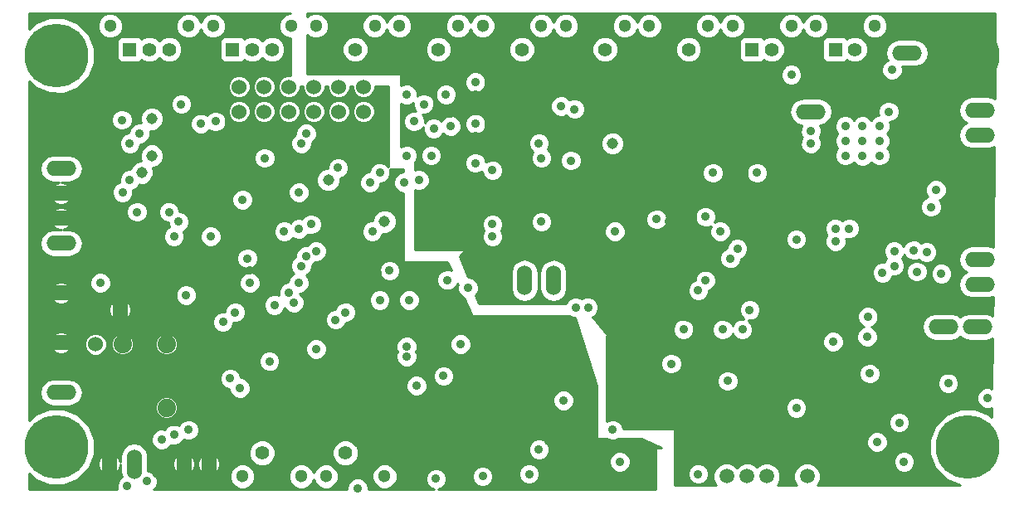
<source format=gbr>
G04 (created by PCBNEW (2013-07-07 BZR 4022)-stable) date 1/13/2014 2:37:42 PM*
%MOIN*%
G04 Gerber Fmt 3.4, Leading zero omitted, Abs format*
%FSLAX34Y34*%
G01*
G70*
G90*
G04 APERTURE LIST*
%ADD10C,0.00590551*%
%ADD11O,0.12X0.06*%
%ADD12R,0.0551181X0.0551181*%
%ADD13C,0.0511811*%
%ADD14C,0.0551181*%
%ADD15O,0.06X0.12*%
%ADD16C,0.06*%
%ADD17C,0.0590551*%
%ADD18C,0.255906*%
%ADD19C,0.023622*%
%ADD20C,0.0255906*%
%ADD21C,0.074*%
%ADD22C,0.045*%
%ADD23C,0.035*%
%ADD24C,0.01*%
G04 APERTURE END LIST*
G54D10*
G54D11*
X39566Y-12114D03*
X39566Y-11114D03*
G54D12*
X12204Y-9606D03*
G54D13*
X11417Y-8661D03*
G54D14*
X12992Y-9606D03*
X13779Y-9606D03*
G54D13*
X14566Y-8661D03*
G54D12*
X16338Y-9606D03*
G54D13*
X15551Y-8661D03*
G54D14*
X17125Y-9606D03*
X17913Y-9606D03*
G54D13*
X18700Y-8661D03*
X26377Y-8661D03*
G54D12*
X27165Y-9606D03*
G54D14*
X27952Y-9606D03*
G54D13*
X28740Y-8661D03*
X29724Y-8661D03*
G54D12*
X30511Y-9606D03*
G54D14*
X31299Y-9606D03*
G54D13*
X32086Y-8661D03*
X19685Y-8661D03*
G54D12*
X20472Y-9606D03*
G54D14*
X21259Y-9606D03*
G54D13*
X22047Y-8661D03*
X23031Y-8661D03*
G54D12*
X23818Y-9606D03*
G54D14*
X24606Y-9606D03*
G54D13*
X25393Y-8661D03*
X33070Y-8661D03*
G54D12*
X33858Y-9606D03*
G54D14*
X34645Y-9606D03*
G54D13*
X35433Y-8661D03*
X19094Y-26771D03*
G54D12*
X18307Y-25826D03*
G54D14*
X17519Y-25826D03*
G54D13*
X16732Y-26771D03*
X22440Y-26771D03*
G54D12*
X21653Y-25826D03*
G54D14*
X20866Y-25826D03*
G54D13*
X20078Y-26771D03*
G54D11*
X44881Y-21759D03*
X44881Y-20759D03*
X43425Y-8751D03*
X43425Y-9751D03*
G54D15*
X28059Y-18897D03*
X27059Y-18897D03*
X29224Y-18897D03*
X30224Y-18897D03*
G54D16*
X10826Y-21456D03*
G54D15*
X11818Y-20078D03*
X10818Y-20078D03*
G54D17*
X37007Y-26771D03*
X37795Y-26771D03*
X38582Y-26771D03*
X36181Y-26771D03*
X39409Y-26771D03*
G54D13*
X36417Y-8661D03*
G54D12*
X37204Y-9606D03*
G54D14*
X37992Y-9606D03*
G54D13*
X38779Y-8661D03*
X39763Y-8661D03*
G54D12*
X40551Y-9606D03*
G54D14*
X41338Y-9606D03*
G54D13*
X42125Y-8661D03*
G54D18*
X45866Y-9842D03*
X45866Y-25590D03*
X9251Y-9842D03*
X9251Y-25590D03*
G54D19*
X36870Y-13188D03*
G54D20*
X36358Y-13188D03*
X36870Y-13700D03*
X36358Y-13700D03*
X36358Y-12677D03*
X36870Y-12677D03*
G54D11*
X46259Y-21759D03*
X46259Y-20759D03*
G54D21*
X11905Y-24015D03*
X11910Y-21457D03*
X13685Y-24015D03*
X13680Y-21457D03*
G54D22*
X13090Y-12401D03*
X13090Y-13877D03*
X12696Y-14566D03*
X22440Y-16535D03*
X20177Y-14862D03*
X31594Y-13385D03*
G54D11*
X9448Y-23397D03*
X9448Y-22397D03*
X9448Y-21397D03*
X9448Y-20397D03*
X9448Y-19397D03*
X9448Y-18397D03*
X9448Y-17397D03*
X9448Y-16397D03*
X9448Y-15397D03*
X9448Y-14397D03*
G54D15*
X11385Y-26279D03*
X12385Y-26279D03*
X13385Y-26279D03*
X14385Y-26279D03*
X15385Y-26279D03*
G54D11*
X46358Y-12051D03*
X46358Y-13051D03*
X46358Y-14051D03*
X46358Y-15051D03*
X46358Y-16051D03*
X46358Y-17051D03*
X46358Y-18051D03*
X46358Y-19051D03*
G54D16*
X21594Y-11114D03*
X21594Y-12114D03*
X20594Y-11114D03*
X20594Y-12114D03*
X19594Y-11114D03*
X19594Y-12114D03*
X18594Y-11114D03*
X18594Y-12114D03*
X17594Y-11114D03*
X17594Y-12114D03*
X16594Y-11114D03*
X16594Y-12114D03*
G54D23*
X26771Y-14468D03*
X44212Y-17755D03*
X29527Y-11889D03*
X30072Y-12007D03*
X45078Y-23031D03*
X28641Y-13385D03*
X26082Y-14173D03*
X29921Y-14074D03*
X28740Y-13976D03*
X24409Y-12795D03*
X23326Y-13877D03*
X24311Y-13877D03*
X26771Y-16633D03*
X26771Y-17125D03*
X36811Y-20866D03*
X35925Y-16929D03*
X33956Y-22244D03*
X34448Y-20866D03*
X36023Y-20866D03*
X25787Y-19192D03*
X18996Y-18996D03*
X18602Y-19389D03*
X44586Y-15255D03*
X23720Y-23129D03*
X16633Y-23228D03*
X17814Y-22145D03*
X24803Y-22736D03*
X14566Y-24901D03*
X13484Y-25295D03*
X28248Y-26673D03*
X12598Y-12992D03*
X19291Y-12992D03*
X12204Y-13385D03*
X19094Y-13385D03*
X20472Y-20472D03*
X42913Y-17716D03*
X24901Y-11417D03*
X23326Y-11417D03*
X26082Y-10925D03*
X23622Y-12500D03*
X25098Y-12696D03*
X26082Y-12598D03*
X24015Y-11811D03*
X35334Y-16338D03*
X19488Y-16633D03*
X33366Y-16437D03*
X18996Y-16830D03*
X23818Y-14862D03*
X23228Y-14960D03*
X15649Y-12500D03*
X16929Y-18011D03*
X15452Y-17125D03*
X15059Y-12598D03*
X14271Y-11811D03*
X18996Y-15354D03*
X36614Y-17618D03*
X19685Y-17716D03*
X13779Y-16141D03*
X20866Y-20177D03*
X37106Y-20078D03*
X26377Y-26771D03*
X12893Y-26968D03*
X43700Y-17677D03*
X18011Y-19881D03*
X14173Y-16535D03*
X19291Y-17913D03*
X13976Y-17125D03*
X19094Y-18307D03*
X21948Y-16929D03*
X12500Y-16141D03*
X12106Y-27165D03*
X24507Y-26870D03*
X22244Y-14566D03*
X21850Y-14960D03*
X13976Y-25098D03*
X28641Y-25688D03*
X30610Y-19980D03*
X35039Y-19291D03*
X35334Y-18897D03*
X30118Y-19980D03*
X31889Y-26181D03*
X21358Y-27263D03*
X41830Y-21161D03*
X41850Y-20354D03*
X35039Y-26673D03*
X36220Y-22933D03*
X16437Y-20177D03*
X43110Y-24606D03*
X43307Y-26181D03*
X15944Y-20570D03*
X46653Y-23622D03*
X41633Y-12696D03*
X42322Y-12696D03*
X39566Y-13385D03*
X39566Y-12874D03*
X42820Y-10430D03*
X42690Y-12110D03*
X40452Y-21358D03*
X25492Y-21456D03*
X42322Y-13287D03*
X41633Y-13287D03*
X40944Y-13287D03*
X40944Y-12696D03*
X42322Y-13877D03*
X41633Y-13897D03*
X40944Y-13877D03*
X38779Y-10629D03*
X16732Y-15649D03*
X31594Y-24901D03*
X35629Y-14566D03*
X37401Y-14566D03*
X40551Y-17322D03*
X41102Y-16811D03*
X40551Y-16811D03*
X42913Y-18307D03*
X42440Y-18582D03*
X44803Y-18622D03*
X43818Y-18543D03*
X38976Y-17244D03*
X36318Y-18011D03*
X22637Y-18503D03*
X44389Y-15944D03*
X18799Y-19783D03*
X12204Y-14862D03*
X11909Y-15354D03*
X11889Y-12440D03*
X29625Y-23720D03*
X23326Y-21555D03*
X11023Y-18996D03*
X14468Y-19488D03*
X42224Y-25393D03*
X22244Y-19685D03*
X23425Y-19685D03*
X18405Y-16929D03*
X19685Y-21653D03*
X17027Y-18996D03*
X16240Y-22834D03*
X17618Y-13976D03*
X20570Y-14370D03*
X23326Y-21948D03*
X24960Y-18878D03*
X37283Y-22322D03*
X43346Y-23425D03*
X43070Y-23897D03*
X29015Y-25354D03*
X37106Y-18011D03*
X36515Y-20078D03*
X31692Y-12106D03*
X32578Y-24507D03*
X32874Y-22736D03*
X34940Y-23622D03*
X33858Y-16535D03*
X26082Y-13090D03*
X25098Y-12204D03*
X25196Y-10236D03*
X26082Y-11417D03*
X31889Y-10137D03*
X23425Y-18307D03*
X21062Y-22637D03*
X16929Y-22736D03*
X21653Y-22637D03*
X14468Y-20374D03*
X16929Y-13385D03*
X38779Y-25098D03*
X37303Y-24311D03*
X36318Y-24114D03*
X38484Y-23425D03*
X40255Y-26870D03*
X12204Y-13976D03*
X13188Y-14862D03*
X14862Y-14960D03*
X18602Y-18602D03*
X17027Y-18503D03*
X22145Y-18602D03*
X33759Y-11811D03*
X33267Y-14074D03*
X36909Y-11515D03*
X36417Y-12007D03*
X36417Y-11515D03*
X36909Y-12007D03*
X18897Y-13995D03*
X23425Y-18700D03*
X38877Y-19980D03*
X38385Y-17716D03*
X36614Y-15944D03*
X39960Y-15255D03*
X24015Y-16929D03*
X24507Y-16929D03*
X24311Y-16437D03*
X15354Y-10531D03*
X23917Y-25196D03*
X24901Y-23720D03*
X28248Y-26082D03*
X32283Y-25492D03*
X24507Y-18288D03*
X31692Y-16929D03*
X28740Y-16535D03*
X38976Y-24015D03*
X41929Y-22637D03*
X41338Y-9606D03*
G54D10*
G36*
X46974Y-10285D02*
X46960Y-11593D01*
X46885Y-11543D01*
X46674Y-11501D01*
X46041Y-11501D01*
X45831Y-11543D01*
X45652Y-11662D01*
X45533Y-11840D01*
X45491Y-12051D01*
X45533Y-12261D01*
X45652Y-12440D01*
X45818Y-12551D01*
X45652Y-12662D01*
X45533Y-12840D01*
X45491Y-13051D01*
X45533Y-13261D01*
X45652Y-13440D01*
X45831Y-13559D01*
X46041Y-13601D01*
X46674Y-13601D01*
X46885Y-13559D01*
X46941Y-13522D01*
X46899Y-17552D01*
X46885Y-17543D01*
X46674Y-17501D01*
X46041Y-17501D01*
X45831Y-17543D01*
X45652Y-17662D01*
X45533Y-17840D01*
X45491Y-18051D01*
X45533Y-18261D01*
X45652Y-18440D01*
X45818Y-18551D01*
X45652Y-18662D01*
X45533Y-18840D01*
X45491Y-19051D01*
X45533Y-19261D01*
X45652Y-19440D01*
X45831Y-19559D01*
X46041Y-19601D01*
X46674Y-19601D01*
X46878Y-19560D01*
X46871Y-20307D01*
X46786Y-20251D01*
X46576Y-20209D01*
X45943Y-20209D01*
X45732Y-20251D01*
X45570Y-20359D01*
X45409Y-20251D01*
X45228Y-20215D01*
X45228Y-18537D01*
X45163Y-18381D01*
X45044Y-18261D01*
X45011Y-18248D01*
X45011Y-15171D01*
X44947Y-15015D01*
X44827Y-14895D01*
X44671Y-14830D01*
X44502Y-14830D01*
X44346Y-14895D01*
X44291Y-14949D01*
X44291Y-9751D01*
X44249Y-9541D01*
X44130Y-9363D01*
X43952Y-9243D01*
X43741Y-9201D01*
X43108Y-9201D01*
X42898Y-9243D01*
X42719Y-9363D01*
X42631Y-9494D01*
X42631Y-8561D01*
X42555Y-8375D01*
X42412Y-8232D01*
X42227Y-8155D01*
X42025Y-8155D01*
X41839Y-8232D01*
X41697Y-8374D01*
X41620Y-8560D01*
X41619Y-8761D01*
X41696Y-8947D01*
X41839Y-9090D01*
X42024Y-9167D01*
X42226Y-9167D01*
X42412Y-9090D01*
X42554Y-8948D01*
X42631Y-8762D01*
X42631Y-8561D01*
X42631Y-9494D01*
X42600Y-9541D01*
X42558Y-9751D01*
X42600Y-9962D01*
X42651Y-10039D01*
X42579Y-10069D01*
X42459Y-10188D01*
X42395Y-10345D01*
X42394Y-10514D01*
X42459Y-10670D01*
X42578Y-10790D01*
X42735Y-10854D01*
X42904Y-10855D01*
X43060Y-10790D01*
X43180Y-10671D01*
X43244Y-10514D01*
X43245Y-10345D01*
X43226Y-10301D01*
X43741Y-10301D01*
X43952Y-10260D01*
X44130Y-10140D01*
X44249Y-9962D01*
X44291Y-9751D01*
X44291Y-14949D01*
X44226Y-15014D01*
X44161Y-15170D01*
X44161Y-15340D01*
X44226Y-15496D01*
X44265Y-15536D01*
X44149Y-15584D01*
X44029Y-15703D01*
X43964Y-15859D01*
X43964Y-16029D01*
X44029Y-16185D01*
X44148Y-16304D01*
X44304Y-16369D01*
X44473Y-16369D01*
X44630Y-16305D01*
X44749Y-16185D01*
X44814Y-16029D01*
X44814Y-15860D01*
X44750Y-15704D01*
X44710Y-15664D01*
X44827Y-15616D01*
X44946Y-15496D01*
X45011Y-15340D01*
X45011Y-15171D01*
X45011Y-18248D01*
X44888Y-18197D01*
X44718Y-18196D01*
X44637Y-18230D01*
X44637Y-17671D01*
X44573Y-17515D01*
X44453Y-17395D01*
X44297Y-17330D01*
X44128Y-17330D01*
X44006Y-17381D01*
X43941Y-17317D01*
X43785Y-17252D01*
X43616Y-17252D01*
X43460Y-17316D01*
X43340Y-17436D01*
X43298Y-17536D01*
X43273Y-17476D01*
X43154Y-17356D01*
X43115Y-17340D01*
X43115Y-12025D01*
X43050Y-11869D01*
X42931Y-11749D01*
X42774Y-11685D01*
X42605Y-11684D01*
X42449Y-11749D01*
X42329Y-11868D01*
X42265Y-12025D01*
X42264Y-12194D01*
X42297Y-12271D01*
X42238Y-12271D01*
X42082Y-12336D01*
X41978Y-12440D01*
X41874Y-12336D01*
X41864Y-12332D01*
X41864Y-9502D01*
X41784Y-9308D01*
X41636Y-9160D01*
X41443Y-9080D01*
X41234Y-9080D01*
X41041Y-9160D01*
X41025Y-9176D01*
X40968Y-9118D01*
X40876Y-9080D01*
X40777Y-9080D01*
X40269Y-9080D01*
X40269Y-8561D01*
X40192Y-8375D01*
X40050Y-8232D01*
X39864Y-8155D01*
X39663Y-8155D01*
X39477Y-8232D01*
X39335Y-8374D01*
X39271Y-8527D01*
X39208Y-8375D01*
X39066Y-8232D01*
X38880Y-8155D01*
X38679Y-8155D01*
X38493Y-8232D01*
X38350Y-8374D01*
X38273Y-8560D01*
X38273Y-8761D01*
X38350Y-8947D01*
X38492Y-9090D01*
X38678Y-9167D01*
X38879Y-9167D01*
X39065Y-9090D01*
X39208Y-8948D01*
X39271Y-8795D01*
X39334Y-8947D01*
X39476Y-9090D01*
X39662Y-9167D01*
X39863Y-9167D01*
X40049Y-9090D01*
X40192Y-8948D01*
X40269Y-8762D01*
X40269Y-8561D01*
X40269Y-9080D01*
X40225Y-9080D01*
X40133Y-9118D01*
X40063Y-9189D01*
X40025Y-9280D01*
X40025Y-9380D01*
X40025Y-9931D01*
X40063Y-10023D01*
X40133Y-10093D01*
X40225Y-10131D01*
X40325Y-10131D01*
X40876Y-10131D01*
X40968Y-10093D01*
X41025Y-10036D01*
X41040Y-10051D01*
X41233Y-10131D01*
X41442Y-10131D01*
X41635Y-10052D01*
X41783Y-9904D01*
X41864Y-9711D01*
X41864Y-9502D01*
X41864Y-12332D01*
X41718Y-12271D01*
X41549Y-12271D01*
X41393Y-12336D01*
X41289Y-12440D01*
X41185Y-12336D01*
X41029Y-12271D01*
X40860Y-12271D01*
X40704Y-12336D01*
X40584Y-12455D01*
X40519Y-12611D01*
X40519Y-12781D01*
X40584Y-12937D01*
X40639Y-12992D01*
X40584Y-13046D01*
X40519Y-13202D01*
X40519Y-13371D01*
X40584Y-13527D01*
X40639Y-13582D01*
X40584Y-13636D01*
X40519Y-13793D01*
X40519Y-13962D01*
X40584Y-14118D01*
X40703Y-14238D01*
X40859Y-14302D01*
X41029Y-14303D01*
X41185Y-14238D01*
X41279Y-14144D01*
X41392Y-14257D01*
X41548Y-14322D01*
X41718Y-14322D01*
X41874Y-14258D01*
X41988Y-14144D01*
X42081Y-14238D01*
X42237Y-14302D01*
X42407Y-14303D01*
X42563Y-14238D01*
X42682Y-14119D01*
X42747Y-13962D01*
X42747Y-13793D01*
X42683Y-13637D01*
X42628Y-13582D01*
X42682Y-13528D01*
X42747Y-13372D01*
X42747Y-13203D01*
X42683Y-13046D01*
X42628Y-12992D01*
X42682Y-12937D01*
X42747Y-12781D01*
X42747Y-12612D01*
X42715Y-12535D01*
X42774Y-12535D01*
X42930Y-12470D01*
X43050Y-12351D01*
X43114Y-12194D01*
X43115Y-12025D01*
X43115Y-17340D01*
X42998Y-17291D01*
X42829Y-17291D01*
X42672Y-17356D01*
X42553Y-17475D01*
X42488Y-17631D01*
X42488Y-17800D01*
X42552Y-17956D01*
X42607Y-18011D01*
X42553Y-18066D01*
X42515Y-18157D01*
X42356Y-18157D01*
X42200Y-18222D01*
X42080Y-18341D01*
X42016Y-18497D01*
X42015Y-18666D01*
X42080Y-18823D01*
X42199Y-18942D01*
X42356Y-19007D01*
X42525Y-19007D01*
X42681Y-18943D01*
X42801Y-18823D01*
X42839Y-18732D01*
X42997Y-18732D01*
X43153Y-18667D01*
X43273Y-18548D01*
X43338Y-18391D01*
X43338Y-18222D01*
X43273Y-18066D01*
X43219Y-18011D01*
X43273Y-17957D01*
X43315Y-17857D01*
X43340Y-17917D01*
X43459Y-18037D01*
X43615Y-18102D01*
X43784Y-18102D01*
X43907Y-18051D01*
X43971Y-18115D01*
X44127Y-18180D01*
X44296Y-18180D01*
X44453Y-18116D01*
X44572Y-17996D01*
X44637Y-17840D01*
X44637Y-17671D01*
X44637Y-18230D01*
X44562Y-18261D01*
X44443Y-18380D01*
X44378Y-18537D01*
X44378Y-18706D01*
X44442Y-18862D01*
X44562Y-18982D01*
X44718Y-19046D01*
X44887Y-19047D01*
X45043Y-18982D01*
X45163Y-18863D01*
X45228Y-18706D01*
X45228Y-18537D01*
X45228Y-20215D01*
X45198Y-20209D01*
X44565Y-20209D01*
X44354Y-20251D01*
X44243Y-20325D01*
X44243Y-18459D01*
X44179Y-18302D01*
X44059Y-18183D01*
X43903Y-18118D01*
X43734Y-18118D01*
X43578Y-18182D01*
X43458Y-18302D01*
X43393Y-18458D01*
X43393Y-18627D01*
X43458Y-18783D01*
X43577Y-18903D01*
X43733Y-18968D01*
X43903Y-18968D01*
X44059Y-18903D01*
X44178Y-18784D01*
X44243Y-18628D01*
X44243Y-18459D01*
X44243Y-20325D01*
X44176Y-20370D01*
X44057Y-20549D01*
X44015Y-20759D01*
X44057Y-20970D01*
X44176Y-21148D01*
X44354Y-21267D01*
X44565Y-21309D01*
X45198Y-21309D01*
X45409Y-21267D01*
X45570Y-21159D01*
X45732Y-21267D01*
X45943Y-21309D01*
X46576Y-21309D01*
X46786Y-21267D01*
X46861Y-21218D01*
X46840Y-23239D01*
X46738Y-23197D01*
X46569Y-23196D01*
X46413Y-23261D01*
X46293Y-23380D01*
X46228Y-23537D01*
X46228Y-23706D01*
X46293Y-23862D01*
X46412Y-23982D01*
X46568Y-24046D01*
X46737Y-24047D01*
X46832Y-24007D01*
X46829Y-24390D01*
X46733Y-24294D01*
X46171Y-24061D01*
X45563Y-24060D01*
X45503Y-24085D01*
X45503Y-22947D01*
X45439Y-22791D01*
X45319Y-22671D01*
X45163Y-22606D01*
X44994Y-22606D01*
X44838Y-22670D01*
X44718Y-22790D01*
X44653Y-22946D01*
X44653Y-23115D01*
X44718Y-23271D01*
X44837Y-23391D01*
X44993Y-23456D01*
X45162Y-23456D01*
X45319Y-23392D01*
X45438Y-23272D01*
X45503Y-23116D01*
X45503Y-22947D01*
X45503Y-24085D01*
X45000Y-24293D01*
X44570Y-24723D01*
X44336Y-25284D01*
X44336Y-25893D01*
X44568Y-26455D01*
X44998Y-26886D01*
X45549Y-27115D01*
X43732Y-27115D01*
X43732Y-26096D01*
X43667Y-25940D01*
X43548Y-25821D01*
X43535Y-25815D01*
X43535Y-24522D01*
X43470Y-24365D01*
X43351Y-24246D01*
X43195Y-24181D01*
X43026Y-24181D01*
X42869Y-24245D01*
X42750Y-24365D01*
X42685Y-24521D01*
X42685Y-24690D01*
X42749Y-24846D01*
X42869Y-24966D01*
X43025Y-25031D01*
X43194Y-25031D01*
X43350Y-24966D01*
X43470Y-24847D01*
X43535Y-24691D01*
X43535Y-24522D01*
X43535Y-25815D01*
X43391Y-25756D01*
X43222Y-25756D01*
X43066Y-25820D01*
X42946Y-25940D01*
X42882Y-26096D01*
X42882Y-26265D01*
X42946Y-26421D01*
X43066Y-26541D01*
X43222Y-26606D01*
X43391Y-26606D01*
X43547Y-26541D01*
X43667Y-26422D01*
X43732Y-26266D01*
X43732Y-26096D01*
X43732Y-27115D01*
X42649Y-27115D01*
X42649Y-25309D01*
X42584Y-25153D01*
X42465Y-25033D01*
X42354Y-24987D01*
X42354Y-22553D01*
X42289Y-22397D01*
X42275Y-22383D01*
X42275Y-20270D01*
X42210Y-20113D01*
X42091Y-19994D01*
X41935Y-19929D01*
X41766Y-19929D01*
X41609Y-19993D01*
X41527Y-20076D01*
X41527Y-16726D01*
X41462Y-16570D01*
X41343Y-16450D01*
X41187Y-16386D01*
X41018Y-16385D01*
X40861Y-16450D01*
X40826Y-16485D01*
X40792Y-16450D01*
X40636Y-16386D01*
X40467Y-16385D01*
X40433Y-16399D01*
X40433Y-12114D01*
X40391Y-11903D01*
X40272Y-11725D01*
X40094Y-11606D01*
X39883Y-11564D01*
X39250Y-11564D01*
X39204Y-11573D01*
X39204Y-10545D01*
X39140Y-10389D01*
X39020Y-10269D01*
X38864Y-10204D01*
X38695Y-10204D01*
X38539Y-10269D01*
X38517Y-10290D01*
X38517Y-9502D01*
X38437Y-9308D01*
X38290Y-9160D01*
X38097Y-9080D01*
X37888Y-9080D01*
X37694Y-9160D01*
X37679Y-9176D01*
X37621Y-9118D01*
X37530Y-9080D01*
X37430Y-9080D01*
X36923Y-9080D01*
X36923Y-8561D01*
X36846Y-8375D01*
X36704Y-8232D01*
X36518Y-8155D01*
X36317Y-8155D01*
X36131Y-8232D01*
X35988Y-8374D01*
X35925Y-8527D01*
X35862Y-8375D01*
X35720Y-8232D01*
X35534Y-8155D01*
X35332Y-8155D01*
X35146Y-8232D01*
X35004Y-8374D01*
X34927Y-8560D01*
X34927Y-8761D01*
X35003Y-8947D01*
X35146Y-9090D01*
X35331Y-9167D01*
X35533Y-9167D01*
X35719Y-9090D01*
X35861Y-8948D01*
X35925Y-8795D01*
X35988Y-8947D01*
X36130Y-9090D01*
X36316Y-9167D01*
X36517Y-9167D01*
X36703Y-9090D01*
X36845Y-8948D01*
X36923Y-8762D01*
X36923Y-8561D01*
X36923Y-9080D01*
X36879Y-9080D01*
X36787Y-9118D01*
X36717Y-9189D01*
X36679Y-9280D01*
X36679Y-9380D01*
X36679Y-9931D01*
X36717Y-10023D01*
X36787Y-10093D01*
X36879Y-10131D01*
X36978Y-10131D01*
X37530Y-10131D01*
X37621Y-10093D01*
X37679Y-10036D01*
X37694Y-10051D01*
X37887Y-10131D01*
X38096Y-10131D01*
X38289Y-10052D01*
X38437Y-9904D01*
X38517Y-9711D01*
X38517Y-9502D01*
X38517Y-10290D01*
X38419Y-10388D01*
X38354Y-10545D01*
X38354Y-10714D01*
X38419Y-10870D01*
X38538Y-10990D01*
X38694Y-11054D01*
X38863Y-11054D01*
X39019Y-10990D01*
X39139Y-10870D01*
X39204Y-10714D01*
X39204Y-10545D01*
X39204Y-11573D01*
X39039Y-11606D01*
X38861Y-11725D01*
X38742Y-11903D01*
X38700Y-12114D01*
X38742Y-12324D01*
X38861Y-12503D01*
X39039Y-12622D01*
X39198Y-12653D01*
X39142Y-12789D01*
X39141Y-12958D01*
X39206Y-13114D01*
X39221Y-13129D01*
X39206Y-13144D01*
X39142Y-13300D01*
X39141Y-13469D01*
X39206Y-13626D01*
X39325Y-13745D01*
X39482Y-13810D01*
X39651Y-13810D01*
X39807Y-13746D01*
X39927Y-13626D01*
X39991Y-13470D01*
X39992Y-13301D01*
X39927Y-13145D01*
X39912Y-13129D01*
X39927Y-13115D01*
X39991Y-12958D01*
X39992Y-12789D01*
X39935Y-12653D01*
X40094Y-12622D01*
X40272Y-12503D01*
X40391Y-12324D01*
X40433Y-12114D01*
X40433Y-16399D01*
X40310Y-16450D01*
X40191Y-16569D01*
X40126Y-16726D01*
X40126Y-16895D01*
X40190Y-17051D01*
X40206Y-17066D01*
X40191Y-17081D01*
X40126Y-17237D01*
X40126Y-17407D01*
X40190Y-17563D01*
X40310Y-17682D01*
X40466Y-17747D01*
X40635Y-17747D01*
X40791Y-17683D01*
X40911Y-17563D01*
X40976Y-17407D01*
X40976Y-17238D01*
X40966Y-17214D01*
X41017Y-17235D01*
X41186Y-17236D01*
X41342Y-17171D01*
X41462Y-17052D01*
X41527Y-16895D01*
X41527Y-16726D01*
X41527Y-20076D01*
X41490Y-20113D01*
X41425Y-20269D01*
X41425Y-20438D01*
X41489Y-20594D01*
X41609Y-20714D01*
X41704Y-20753D01*
X41590Y-20800D01*
X41470Y-20920D01*
X41405Y-21076D01*
X41405Y-21245D01*
X41470Y-21401D01*
X41589Y-21521D01*
X41745Y-21586D01*
X41914Y-21586D01*
X42071Y-21521D01*
X42190Y-21402D01*
X42255Y-21246D01*
X42255Y-21077D01*
X42191Y-20920D01*
X42071Y-20801D01*
X41976Y-20761D01*
X42090Y-20714D01*
X42210Y-20595D01*
X42275Y-20439D01*
X42275Y-20270D01*
X42275Y-22383D01*
X42170Y-22277D01*
X42014Y-22212D01*
X41844Y-22212D01*
X41688Y-22277D01*
X41569Y-22396D01*
X41504Y-22552D01*
X41504Y-22721D01*
X41568Y-22878D01*
X41688Y-22997D01*
X41844Y-23062D01*
X42013Y-23062D01*
X42169Y-22998D01*
X42289Y-22878D01*
X42354Y-22722D01*
X42354Y-22553D01*
X42354Y-24987D01*
X42309Y-24968D01*
X42140Y-24968D01*
X41983Y-25033D01*
X41864Y-25152D01*
X41799Y-25308D01*
X41799Y-25477D01*
X41863Y-25634D01*
X41983Y-25753D01*
X42139Y-25818D01*
X42308Y-25818D01*
X42464Y-25754D01*
X42584Y-25634D01*
X42649Y-25478D01*
X42649Y-25309D01*
X42649Y-27115D01*
X40877Y-27115D01*
X40877Y-21274D01*
X40813Y-21117D01*
X40693Y-20998D01*
X40537Y-20933D01*
X40368Y-20933D01*
X40212Y-20997D01*
X40092Y-21117D01*
X40027Y-21273D01*
X40027Y-21442D01*
X40092Y-21598D01*
X40211Y-21718D01*
X40367Y-21783D01*
X40536Y-21783D01*
X40693Y-21718D01*
X40812Y-21599D01*
X40877Y-21443D01*
X40877Y-21274D01*
X40877Y-27115D01*
X39836Y-27115D01*
X39871Y-27080D01*
X39954Y-26880D01*
X39954Y-26663D01*
X39871Y-26463D01*
X39718Y-26309D01*
X39518Y-26226D01*
X39401Y-26226D01*
X39401Y-23931D01*
X39401Y-17159D01*
X39336Y-17003D01*
X39217Y-16884D01*
X39061Y-16819D01*
X38892Y-16819D01*
X38735Y-16883D01*
X38616Y-17003D01*
X38551Y-17159D01*
X38551Y-17328D01*
X38615Y-17484D01*
X38735Y-17604D01*
X38891Y-17669D01*
X39060Y-17669D01*
X39216Y-17604D01*
X39336Y-17485D01*
X39401Y-17329D01*
X39401Y-17159D01*
X39401Y-23931D01*
X39336Y-23775D01*
X39217Y-23655D01*
X39061Y-23590D01*
X38892Y-23590D01*
X38735Y-23655D01*
X38616Y-23774D01*
X38551Y-23930D01*
X38551Y-24099D01*
X38615Y-24256D01*
X38735Y-24375D01*
X38891Y-24440D01*
X39060Y-24440D01*
X39216Y-24376D01*
X39336Y-24256D01*
X39401Y-24100D01*
X39401Y-23931D01*
X39401Y-26226D01*
X39301Y-26226D01*
X39100Y-26309D01*
X38947Y-26462D01*
X38864Y-26662D01*
X38864Y-26879D01*
X38946Y-27080D01*
X38982Y-27115D01*
X38222Y-27115D01*
X38257Y-27080D01*
X38340Y-26880D01*
X38340Y-26663D01*
X38257Y-26463D01*
X38104Y-26309D01*
X37904Y-26226D01*
X37826Y-26226D01*
X37826Y-14482D01*
X37762Y-14326D01*
X37642Y-14206D01*
X37486Y-14142D01*
X37317Y-14141D01*
X37161Y-14206D01*
X37041Y-14325D01*
X36976Y-14482D01*
X36976Y-14651D01*
X37041Y-14807D01*
X37160Y-14927D01*
X37316Y-14991D01*
X37485Y-14992D01*
X37642Y-14927D01*
X37761Y-14807D01*
X37826Y-14651D01*
X37826Y-14482D01*
X37826Y-26226D01*
X37687Y-26226D01*
X37531Y-26290D01*
X37531Y-19994D01*
X37466Y-19838D01*
X37347Y-19718D01*
X37191Y-19653D01*
X37039Y-19653D01*
X37039Y-17533D01*
X36974Y-17377D01*
X36855Y-17258D01*
X36699Y-17193D01*
X36530Y-17193D01*
X36373Y-17257D01*
X36350Y-17281D01*
X36350Y-16844D01*
X36285Y-16688D01*
X36166Y-16569D01*
X36054Y-16522D01*
X36054Y-14482D01*
X35990Y-14326D01*
X35870Y-14206D01*
X35714Y-14142D01*
X35545Y-14141D01*
X35389Y-14206D01*
X35269Y-14325D01*
X35204Y-14482D01*
X35204Y-14651D01*
X35269Y-14807D01*
X35388Y-14927D01*
X35545Y-14991D01*
X35714Y-14992D01*
X35870Y-14927D01*
X35990Y-14807D01*
X36054Y-14651D01*
X36054Y-14482D01*
X36054Y-16522D01*
X36010Y-16504D01*
X35841Y-16504D01*
X35702Y-16561D01*
X35759Y-16423D01*
X35759Y-16254D01*
X35695Y-16098D01*
X35575Y-15978D01*
X35419Y-15913D01*
X35250Y-15913D01*
X35171Y-15946D01*
X35171Y-9502D01*
X35091Y-9308D01*
X34943Y-9160D01*
X34750Y-9080D01*
X34541Y-9080D01*
X34348Y-9160D01*
X34200Y-9308D01*
X34120Y-9501D01*
X34119Y-9710D01*
X34199Y-9903D01*
X34347Y-10051D01*
X34540Y-10131D01*
X34749Y-10131D01*
X34943Y-10052D01*
X35090Y-9904D01*
X35171Y-9711D01*
X35171Y-9502D01*
X35171Y-15946D01*
X35094Y-15978D01*
X34974Y-16097D01*
X34909Y-16253D01*
X34909Y-16422D01*
X34974Y-16579D01*
X35093Y-16698D01*
X35249Y-16763D01*
X35418Y-16763D01*
X35557Y-16706D01*
X35500Y-16844D01*
X35500Y-17013D01*
X35564Y-17169D01*
X35684Y-17289D01*
X35840Y-17354D01*
X36009Y-17354D01*
X36165Y-17289D01*
X36285Y-17170D01*
X36350Y-17014D01*
X36350Y-16844D01*
X36350Y-17281D01*
X36254Y-17377D01*
X36189Y-17533D01*
X36189Y-17605D01*
X36078Y-17651D01*
X35958Y-17770D01*
X35893Y-17926D01*
X35893Y-18095D01*
X35958Y-18252D01*
X36077Y-18371D01*
X36233Y-18436D01*
X36403Y-18436D01*
X36559Y-18372D01*
X36678Y-18252D01*
X36743Y-18096D01*
X36743Y-18024D01*
X36854Y-17978D01*
X36974Y-17859D01*
X37039Y-17703D01*
X37039Y-17533D01*
X37039Y-19653D01*
X37022Y-19653D01*
X36865Y-19718D01*
X36746Y-19837D01*
X36681Y-19993D01*
X36681Y-20162D01*
X36745Y-20319D01*
X36865Y-20438D01*
X36870Y-20441D01*
X36726Y-20441D01*
X36570Y-20505D01*
X36450Y-20625D01*
X36417Y-20706D01*
X36384Y-20625D01*
X36264Y-20506D01*
X36108Y-20441D01*
X35939Y-20441D01*
X35783Y-20505D01*
X35759Y-20529D01*
X35759Y-18813D01*
X35695Y-18657D01*
X35575Y-18537D01*
X35419Y-18472D01*
X35250Y-18472D01*
X35094Y-18537D01*
X34974Y-18656D01*
X34909Y-18812D01*
X34909Y-18885D01*
X34798Y-18930D01*
X34679Y-19050D01*
X34614Y-19206D01*
X34614Y-19375D01*
X34678Y-19531D01*
X34798Y-19651D01*
X34954Y-19716D01*
X35123Y-19716D01*
X35279Y-19651D01*
X35399Y-19532D01*
X35464Y-19376D01*
X35464Y-19303D01*
X35575Y-19258D01*
X35694Y-19138D01*
X35759Y-18982D01*
X35759Y-18813D01*
X35759Y-20529D01*
X35663Y-20625D01*
X35598Y-20781D01*
X35598Y-20950D01*
X35663Y-21106D01*
X35782Y-21226D01*
X35938Y-21291D01*
X36107Y-21291D01*
X36264Y-21226D01*
X36383Y-21107D01*
X36417Y-21026D01*
X36450Y-21106D01*
X36569Y-21226D01*
X36726Y-21291D01*
X36895Y-21291D01*
X37051Y-21226D01*
X37171Y-21107D01*
X37235Y-20951D01*
X37236Y-20781D01*
X37171Y-20625D01*
X37052Y-20506D01*
X37046Y-20503D01*
X37190Y-20503D01*
X37346Y-20439D01*
X37466Y-20319D01*
X37531Y-20163D01*
X37531Y-19994D01*
X37531Y-26290D01*
X37486Y-26309D01*
X37401Y-26394D01*
X37317Y-26309D01*
X37116Y-26226D01*
X36899Y-26226D01*
X36699Y-26309D01*
X36645Y-26362D01*
X36645Y-22848D01*
X36580Y-22692D01*
X36461Y-22572D01*
X36305Y-22508D01*
X36136Y-22507D01*
X35980Y-22572D01*
X35860Y-22692D01*
X35795Y-22848D01*
X35795Y-23017D01*
X35859Y-23173D01*
X35979Y-23293D01*
X36135Y-23357D01*
X36304Y-23358D01*
X36460Y-23293D01*
X36580Y-23174D01*
X36645Y-23017D01*
X36645Y-22848D01*
X36645Y-26362D01*
X36594Y-26413D01*
X36490Y-26309D01*
X36290Y-26226D01*
X36073Y-26226D01*
X35872Y-26309D01*
X35719Y-26462D01*
X35635Y-26662D01*
X35635Y-26879D01*
X35718Y-27080D01*
X35753Y-27115D01*
X35464Y-27115D01*
X35464Y-26589D01*
X35399Y-26432D01*
X35280Y-26313D01*
X35124Y-26248D01*
X34955Y-26248D01*
X34873Y-26281D01*
X34873Y-20781D01*
X34809Y-20625D01*
X34689Y-20506D01*
X34533Y-20441D01*
X34364Y-20441D01*
X34208Y-20505D01*
X34088Y-20625D01*
X34023Y-20781D01*
X34023Y-20950D01*
X34088Y-21106D01*
X34207Y-21226D01*
X34363Y-21291D01*
X34532Y-21291D01*
X34689Y-21226D01*
X34808Y-21107D01*
X34873Y-20951D01*
X34873Y-20781D01*
X34873Y-26281D01*
X34798Y-26312D01*
X34679Y-26432D01*
X34614Y-26588D01*
X34614Y-26757D01*
X34678Y-26913D01*
X34798Y-27033D01*
X34954Y-27098D01*
X35123Y-27098D01*
X35279Y-27033D01*
X35399Y-26914D01*
X35464Y-26758D01*
X35464Y-26589D01*
X35464Y-27115D01*
X34381Y-27115D01*
X34381Y-22159D01*
X34317Y-22003D01*
X34197Y-21884D01*
X34041Y-21819D01*
X33872Y-21819D01*
X33791Y-21852D01*
X33791Y-16352D01*
X33726Y-16196D01*
X33607Y-16076D01*
X33576Y-16064D01*
X33576Y-8561D01*
X33500Y-8375D01*
X33357Y-8232D01*
X33171Y-8155D01*
X32970Y-8155D01*
X32784Y-8232D01*
X32642Y-8374D01*
X32578Y-8527D01*
X32515Y-8375D01*
X32373Y-8232D01*
X32187Y-8155D01*
X31986Y-8155D01*
X31800Y-8232D01*
X31657Y-8374D01*
X31580Y-8560D01*
X31580Y-8761D01*
X31657Y-8947D01*
X31799Y-9090D01*
X31985Y-9167D01*
X32186Y-9167D01*
X32372Y-9090D01*
X32515Y-8948D01*
X32578Y-8795D01*
X32641Y-8947D01*
X32783Y-9090D01*
X32969Y-9167D01*
X33171Y-9167D01*
X33357Y-9090D01*
X33499Y-8948D01*
X33576Y-8762D01*
X33576Y-8561D01*
X33576Y-16064D01*
X33451Y-16012D01*
X33281Y-16011D01*
X33125Y-16076D01*
X33006Y-16195D01*
X32941Y-16352D01*
X32941Y-16521D01*
X33005Y-16677D01*
X33125Y-16797D01*
X33281Y-16861D01*
X33450Y-16862D01*
X33606Y-16797D01*
X33726Y-16678D01*
X33791Y-16521D01*
X33791Y-16352D01*
X33791Y-21852D01*
X33716Y-21883D01*
X33596Y-22003D01*
X33531Y-22159D01*
X33531Y-22328D01*
X33596Y-22484D01*
X33715Y-22604D01*
X33871Y-22669D01*
X34040Y-22669D01*
X34197Y-22604D01*
X34316Y-22485D01*
X34381Y-22329D01*
X34381Y-22159D01*
X34381Y-27115D01*
X34105Y-27115D01*
X34105Y-24851D01*
X32117Y-24851D01*
X32117Y-16844D01*
X32069Y-16727D01*
X32069Y-13291D01*
X31997Y-13117D01*
X31863Y-12983D01*
X31824Y-12967D01*
X31824Y-9502D01*
X31745Y-9308D01*
X31597Y-9160D01*
X31404Y-9080D01*
X31195Y-9080D01*
X31001Y-9160D01*
X30853Y-9308D01*
X30773Y-9501D01*
X30773Y-9710D01*
X30853Y-9903D01*
X31001Y-10051D01*
X31194Y-10131D01*
X31403Y-10131D01*
X31596Y-10052D01*
X31744Y-9904D01*
X31824Y-9711D01*
X31824Y-9502D01*
X31824Y-12967D01*
X31689Y-12910D01*
X31500Y-12910D01*
X31325Y-12982D01*
X31192Y-13116D01*
X31119Y-13290D01*
X31119Y-13479D01*
X31191Y-13654D01*
X31325Y-13788D01*
X31499Y-13860D01*
X31688Y-13860D01*
X31863Y-13788D01*
X31996Y-13655D01*
X32069Y-13480D01*
X32069Y-13291D01*
X32069Y-16727D01*
X32053Y-16688D01*
X31933Y-16569D01*
X31777Y-16504D01*
X31608Y-16504D01*
X31452Y-16568D01*
X31332Y-16688D01*
X31267Y-16844D01*
X31267Y-17013D01*
X31332Y-17169D01*
X31451Y-17289D01*
X31608Y-17354D01*
X31777Y-17354D01*
X31933Y-17289D01*
X32053Y-17170D01*
X32117Y-17014D01*
X32117Y-16844D01*
X32117Y-24851D01*
X32019Y-24851D01*
X32019Y-24817D01*
X31954Y-24661D01*
X31835Y-24541D01*
X31679Y-24476D01*
X31510Y-24476D01*
X31354Y-24541D01*
X31349Y-24545D01*
X31349Y-21114D01*
X31440Y-21118D01*
X30794Y-20364D01*
X30850Y-20340D01*
X30970Y-20221D01*
X31035Y-20065D01*
X31035Y-19896D01*
X30970Y-19739D01*
X30851Y-19620D01*
X30695Y-19555D01*
X30526Y-19555D01*
X30497Y-19566D01*
X30497Y-11923D01*
X30433Y-11767D01*
X30313Y-11647D01*
X30230Y-11613D01*
X30230Y-8561D01*
X30153Y-8375D01*
X30011Y-8232D01*
X29825Y-8155D01*
X29624Y-8155D01*
X29438Y-8232D01*
X29295Y-8374D01*
X29232Y-8527D01*
X29169Y-8375D01*
X29027Y-8232D01*
X28841Y-8155D01*
X28639Y-8155D01*
X28453Y-8232D01*
X28311Y-8374D01*
X28234Y-8560D01*
X28234Y-8761D01*
X28311Y-8947D01*
X28453Y-9090D01*
X28639Y-9167D01*
X28840Y-9167D01*
X29026Y-9090D01*
X29168Y-8948D01*
X29232Y-8795D01*
X29295Y-8947D01*
X29437Y-9090D01*
X29623Y-9167D01*
X29824Y-9167D01*
X30010Y-9090D01*
X30153Y-8948D01*
X30230Y-8762D01*
X30230Y-8561D01*
X30230Y-11613D01*
X30157Y-11582D01*
X29988Y-11582D01*
X29870Y-11631D01*
X29768Y-11529D01*
X29612Y-11464D01*
X29443Y-11464D01*
X29287Y-11529D01*
X29167Y-11648D01*
X29102Y-11804D01*
X29102Y-11973D01*
X29167Y-12130D01*
X29286Y-12249D01*
X29442Y-12314D01*
X29611Y-12314D01*
X29729Y-12265D01*
X29831Y-12367D01*
X29987Y-12432D01*
X30157Y-12432D01*
X30313Y-12368D01*
X30432Y-12248D01*
X30497Y-12092D01*
X30497Y-11923D01*
X30497Y-19566D01*
X30369Y-19619D01*
X30364Y-19625D01*
X30359Y-19620D01*
X30346Y-19614D01*
X30346Y-13990D01*
X30281Y-13834D01*
X30162Y-13714D01*
X30006Y-13649D01*
X29837Y-13649D01*
X29680Y-13714D01*
X29561Y-13833D01*
X29496Y-13989D01*
X29496Y-14158D01*
X29560Y-14315D01*
X29680Y-14434D01*
X29836Y-14499D01*
X30005Y-14499D01*
X30161Y-14435D01*
X30281Y-14315D01*
X30346Y-14159D01*
X30346Y-13990D01*
X30346Y-19614D01*
X30203Y-19555D01*
X30033Y-19555D01*
X29877Y-19619D01*
X29774Y-19722D01*
X29774Y-19214D01*
X29774Y-18580D01*
X29732Y-18370D01*
X29613Y-18192D01*
X29434Y-18072D01*
X29224Y-18030D01*
X29165Y-18042D01*
X29165Y-16451D01*
X29165Y-13892D01*
X29100Y-13735D01*
X28996Y-13631D01*
X29001Y-13626D01*
X29066Y-13470D01*
X29066Y-13301D01*
X29002Y-13145D01*
X28882Y-13025D01*
X28726Y-12960D01*
X28557Y-12960D01*
X28478Y-12993D01*
X28478Y-9502D01*
X28398Y-9308D01*
X28250Y-9160D01*
X28057Y-9080D01*
X27848Y-9080D01*
X27655Y-9160D01*
X27507Y-9308D01*
X27427Y-9501D01*
X27427Y-9710D01*
X27506Y-9903D01*
X27654Y-10051D01*
X27847Y-10131D01*
X28056Y-10131D01*
X28250Y-10052D01*
X28398Y-9904D01*
X28478Y-9711D01*
X28478Y-9502D01*
X28478Y-12993D01*
X28401Y-13025D01*
X28281Y-13144D01*
X28216Y-13300D01*
X28216Y-13469D01*
X28281Y-13626D01*
X28385Y-13730D01*
X28380Y-13735D01*
X28315Y-13891D01*
X28315Y-14060D01*
X28379Y-14216D01*
X28499Y-14336D01*
X28655Y-14401D01*
X28824Y-14401D01*
X28980Y-14336D01*
X29100Y-14217D01*
X29165Y-14061D01*
X29165Y-13892D01*
X29165Y-16451D01*
X29100Y-16295D01*
X28981Y-16175D01*
X28825Y-16110D01*
X28655Y-16110D01*
X28499Y-16174D01*
X28380Y-16294D01*
X28315Y-16450D01*
X28315Y-16619D01*
X28379Y-16775D01*
X28499Y-16895D01*
X28655Y-16960D01*
X28824Y-16960D01*
X28980Y-16895D01*
X29100Y-16776D01*
X29165Y-16620D01*
X29165Y-16451D01*
X29165Y-18042D01*
X29013Y-18072D01*
X28835Y-18192D01*
X28716Y-18370D01*
X28674Y-18580D01*
X28674Y-19214D01*
X28716Y-19424D01*
X28835Y-19603D01*
X29013Y-19722D01*
X29224Y-19764D01*
X29434Y-19722D01*
X29613Y-19603D01*
X29732Y-19424D01*
X29774Y-19214D01*
X29774Y-19722D01*
X29758Y-19739D01*
X29719Y-19831D01*
X28609Y-19831D01*
X28609Y-19214D01*
X28609Y-18580D01*
X28567Y-18370D01*
X28447Y-18192D01*
X28269Y-18072D01*
X28059Y-18030D01*
X27848Y-18072D01*
X27670Y-18192D01*
X27550Y-18370D01*
X27509Y-18580D01*
X27509Y-19214D01*
X27550Y-19424D01*
X27670Y-19603D01*
X27848Y-19722D01*
X28059Y-19764D01*
X28269Y-19722D01*
X28447Y-19603D01*
X28567Y-19424D01*
X28609Y-19214D01*
X28609Y-19831D01*
X27196Y-19831D01*
X27196Y-17041D01*
X27132Y-16885D01*
X27126Y-16880D01*
X27131Y-16874D01*
X27196Y-16718D01*
X27196Y-16549D01*
X27196Y-14384D01*
X27132Y-14228D01*
X27012Y-14108D01*
X26883Y-14054D01*
X26883Y-8561D01*
X26807Y-8375D01*
X26664Y-8232D01*
X26479Y-8155D01*
X26277Y-8155D01*
X26091Y-8232D01*
X25949Y-8374D01*
X25885Y-8527D01*
X25822Y-8375D01*
X25680Y-8232D01*
X25494Y-8155D01*
X25293Y-8155D01*
X25107Y-8232D01*
X24965Y-8374D01*
X24887Y-8560D01*
X24887Y-8761D01*
X24964Y-8947D01*
X25106Y-9090D01*
X25292Y-9167D01*
X25493Y-9167D01*
X25679Y-9090D01*
X25822Y-8948D01*
X25885Y-8795D01*
X25948Y-8947D01*
X26091Y-9090D01*
X26276Y-9167D01*
X26478Y-9167D01*
X26664Y-9090D01*
X26806Y-8948D01*
X26883Y-8762D01*
X26883Y-8561D01*
X26883Y-14054D01*
X26856Y-14043D01*
X26687Y-14043D01*
X26531Y-14107D01*
X26507Y-14131D01*
X26507Y-14089D01*
X26507Y-12514D01*
X26507Y-10841D01*
X26443Y-10684D01*
X26323Y-10565D01*
X26167Y-10500D01*
X25998Y-10500D01*
X25842Y-10564D01*
X25722Y-10684D01*
X25657Y-10840D01*
X25657Y-11009D01*
X25722Y-11165D01*
X25841Y-11285D01*
X25997Y-11350D01*
X26166Y-11350D01*
X26323Y-11285D01*
X26442Y-11166D01*
X26507Y-11010D01*
X26507Y-10841D01*
X26507Y-12514D01*
X26443Y-12357D01*
X26323Y-12238D01*
X26167Y-12173D01*
X25998Y-12173D01*
X25842Y-12237D01*
X25722Y-12357D01*
X25657Y-12513D01*
X25657Y-12682D01*
X25722Y-12838D01*
X25841Y-12958D01*
X25997Y-13023D01*
X26166Y-13023D01*
X26323Y-12958D01*
X26442Y-12839D01*
X26507Y-12683D01*
X26507Y-12514D01*
X26507Y-14089D01*
X26443Y-13932D01*
X26323Y-13813D01*
X26167Y-13748D01*
X25998Y-13748D01*
X25842Y-13812D01*
X25722Y-13932D01*
X25657Y-14088D01*
X25657Y-14257D01*
X25722Y-14413D01*
X25841Y-14533D01*
X25997Y-14598D01*
X26166Y-14598D01*
X26323Y-14533D01*
X26346Y-14510D01*
X26346Y-14552D01*
X26411Y-14708D01*
X26530Y-14828D01*
X26686Y-14893D01*
X26855Y-14893D01*
X27012Y-14829D01*
X27131Y-14709D01*
X27196Y-14553D01*
X27196Y-14384D01*
X27196Y-16549D01*
X27132Y-16393D01*
X27012Y-16273D01*
X26856Y-16208D01*
X26687Y-16208D01*
X26531Y-16273D01*
X26411Y-16392D01*
X26346Y-16548D01*
X26346Y-16718D01*
X26411Y-16874D01*
X26416Y-16879D01*
X26411Y-16884D01*
X26346Y-17041D01*
X26346Y-17210D01*
X26411Y-17366D01*
X26530Y-17486D01*
X26686Y-17550D01*
X26855Y-17551D01*
X27012Y-17486D01*
X27131Y-17367D01*
X27196Y-17210D01*
X27196Y-17041D01*
X27196Y-19831D01*
X26214Y-19831D01*
X26081Y-19499D01*
X26147Y-19433D01*
X26212Y-19277D01*
X26212Y-19108D01*
X26147Y-18952D01*
X26028Y-18832D01*
X25872Y-18767D01*
X25789Y-18767D01*
X25452Y-17925D01*
X25711Y-17666D01*
X24736Y-17666D01*
X24736Y-13793D01*
X24671Y-13637D01*
X24552Y-13517D01*
X24395Y-13453D01*
X24226Y-13452D01*
X24070Y-13517D01*
X23950Y-13636D01*
X23886Y-13793D01*
X23885Y-13962D01*
X23950Y-14118D01*
X24069Y-14238D01*
X24226Y-14302D01*
X24395Y-14303D01*
X24551Y-14238D01*
X24671Y-14119D01*
X24735Y-13962D01*
X24736Y-13793D01*
X24736Y-17666D01*
X23672Y-17666D01*
X23672Y-15261D01*
X23733Y-15287D01*
X23903Y-15287D01*
X24059Y-15222D01*
X24178Y-15103D01*
X24243Y-14947D01*
X24243Y-14778D01*
X24179Y-14621D01*
X24059Y-14502D01*
X23903Y-14437D01*
X23734Y-14437D01*
X23672Y-14463D01*
X23672Y-14133D01*
X23686Y-14119D01*
X23751Y-13962D01*
X23751Y-13793D01*
X23687Y-13637D01*
X23567Y-13517D01*
X23411Y-13453D01*
X23242Y-13452D01*
X23086Y-13517D01*
X23081Y-13522D01*
X23081Y-11773D01*
X23085Y-11777D01*
X23241Y-11842D01*
X23410Y-11842D01*
X23567Y-11777D01*
X23590Y-11754D01*
X23590Y-11895D01*
X23655Y-12051D01*
X23678Y-12075D01*
X23537Y-12074D01*
X23381Y-12139D01*
X23261Y-12258D01*
X23197Y-12415D01*
X23196Y-12584D01*
X23261Y-12740D01*
X23380Y-12860D01*
X23537Y-12924D01*
X23706Y-12925D01*
X23862Y-12860D01*
X23982Y-12741D01*
X23984Y-12735D01*
X23984Y-12879D01*
X24048Y-13035D01*
X24168Y-13155D01*
X24324Y-13220D01*
X24493Y-13220D01*
X24649Y-13155D01*
X24769Y-13036D01*
X24789Y-12988D01*
X24857Y-13056D01*
X25013Y-13121D01*
X25182Y-13121D01*
X25338Y-13057D01*
X25458Y-12937D01*
X25523Y-12781D01*
X25523Y-12612D01*
X25458Y-12456D01*
X25339Y-12336D01*
X25326Y-12331D01*
X25326Y-11333D01*
X25262Y-11176D01*
X25142Y-11057D01*
X25131Y-11052D01*
X25131Y-9502D01*
X25052Y-9308D01*
X24904Y-9160D01*
X24711Y-9080D01*
X24502Y-9080D01*
X24308Y-9160D01*
X24160Y-9308D01*
X24080Y-9501D01*
X24080Y-9710D01*
X24160Y-9903D01*
X24308Y-10051D01*
X24501Y-10131D01*
X24710Y-10131D01*
X24903Y-10052D01*
X25051Y-9904D01*
X25131Y-9711D01*
X25131Y-9502D01*
X25131Y-11052D01*
X24986Y-10992D01*
X24817Y-10992D01*
X24661Y-11056D01*
X24541Y-11176D01*
X24476Y-11332D01*
X24476Y-11501D01*
X24541Y-11657D01*
X24660Y-11777D01*
X24816Y-11842D01*
X24985Y-11842D01*
X25142Y-11777D01*
X25261Y-11658D01*
X25326Y-11502D01*
X25326Y-11333D01*
X25326Y-12331D01*
X25183Y-12271D01*
X25014Y-12271D01*
X24857Y-12336D01*
X24738Y-12455D01*
X24718Y-12503D01*
X24650Y-12435D01*
X24494Y-12370D01*
X24325Y-12370D01*
X24169Y-12434D01*
X24049Y-12554D01*
X24046Y-12559D01*
X24047Y-12415D01*
X23982Y-12259D01*
X23958Y-12235D01*
X24099Y-12236D01*
X24256Y-12171D01*
X24375Y-12052D01*
X24440Y-11895D01*
X24440Y-11726D01*
X24376Y-11570D01*
X24256Y-11450D01*
X24100Y-11386D01*
X23931Y-11385D01*
X23775Y-11450D01*
X23751Y-11474D01*
X23751Y-11333D01*
X23687Y-11176D01*
X23567Y-11057D01*
X23537Y-11044D01*
X23537Y-8561D01*
X23460Y-8375D01*
X23318Y-8232D01*
X23132Y-8155D01*
X22931Y-8155D01*
X22745Y-8232D01*
X22602Y-8374D01*
X22539Y-8527D01*
X22476Y-8375D01*
X22334Y-8232D01*
X22148Y-8155D01*
X21947Y-8155D01*
X21761Y-8232D01*
X21618Y-8374D01*
X21541Y-8560D01*
X21541Y-8761D01*
X21618Y-8947D01*
X21760Y-9090D01*
X21946Y-9167D01*
X22147Y-9167D01*
X22333Y-9090D01*
X22475Y-8948D01*
X22539Y-8795D01*
X22602Y-8947D01*
X22744Y-9090D01*
X22930Y-9167D01*
X23131Y-9167D01*
X23317Y-9090D01*
X23460Y-8948D01*
X23537Y-8762D01*
X23537Y-8561D01*
X23537Y-11044D01*
X23411Y-10992D01*
X23242Y-10992D01*
X23086Y-11056D01*
X23081Y-11061D01*
X23081Y-10579D01*
X21785Y-10579D01*
X21785Y-9502D01*
X21705Y-9308D01*
X21557Y-9160D01*
X21364Y-9080D01*
X21155Y-9080D01*
X20962Y-9160D01*
X20814Y-9308D01*
X20734Y-9501D01*
X20734Y-9710D01*
X20814Y-9903D01*
X20961Y-10051D01*
X21154Y-10131D01*
X21363Y-10131D01*
X21557Y-10052D01*
X21705Y-9904D01*
X21785Y-9711D01*
X21785Y-9502D01*
X21785Y-10579D01*
X19341Y-10579D01*
X19341Y-9033D01*
X19398Y-9090D01*
X19583Y-9167D01*
X19785Y-9167D01*
X19971Y-9090D01*
X20113Y-8948D01*
X20190Y-8762D01*
X20191Y-8561D01*
X20114Y-8375D01*
X19971Y-8232D01*
X19786Y-8155D01*
X19584Y-8155D01*
X19398Y-8232D01*
X19341Y-8289D01*
X19341Y-8143D01*
X46974Y-8143D01*
X46974Y-10285D01*
X46974Y-10285D01*
G37*
G54D24*
X46974Y-10285D02*
X46960Y-11593D01*
X46885Y-11543D01*
X46674Y-11501D01*
X46041Y-11501D01*
X45831Y-11543D01*
X45652Y-11662D01*
X45533Y-11840D01*
X45491Y-12051D01*
X45533Y-12261D01*
X45652Y-12440D01*
X45818Y-12551D01*
X45652Y-12662D01*
X45533Y-12840D01*
X45491Y-13051D01*
X45533Y-13261D01*
X45652Y-13440D01*
X45831Y-13559D01*
X46041Y-13601D01*
X46674Y-13601D01*
X46885Y-13559D01*
X46941Y-13522D01*
X46899Y-17552D01*
X46885Y-17543D01*
X46674Y-17501D01*
X46041Y-17501D01*
X45831Y-17543D01*
X45652Y-17662D01*
X45533Y-17840D01*
X45491Y-18051D01*
X45533Y-18261D01*
X45652Y-18440D01*
X45818Y-18551D01*
X45652Y-18662D01*
X45533Y-18840D01*
X45491Y-19051D01*
X45533Y-19261D01*
X45652Y-19440D01*
X45831Y-19559D01*
X46041Y-19601D01*
X46674Y-19601D01*
X46878Y-19560D01*
X46871Y-20307D01*
X46786Y-20251D01*
X46576Y-20209D01*
X45943Y-20209D01*
X45732Y-20251D01*
X45570Y-20359D01*
X45409Y-20251D01*
X45228Y-20215D01*
X45228Y-18537D01*
X45163Y-18381D01*
X45044Y-18261D01*
X45011Y-18248D01*
X45011Y-15171D01*
X44947Y-15015D01*
X44827Y-14895D01*
X44671Y-14830D01*
X44502Y-14830D01*
X44346Y-14895D01*
X44291Y-14949D01*
X44291Y-9751D01*
X44249Y-9541D01*
X44130Y-9363D01*
X43952Y-9243D01*
X43741Y-9201D01*
X43108Y-9201D01*
X42898Y-9243D01*
X42719Y-9363D01*
X42631Y-9494D01*
X42631Y-8561D01*
X42555Y-8375D01*
X42412Y-8232D01*
X42227Y-8155D01*
X42025Y-8155D01*
X41839Y-8232D01*
X41697Y-8374D01*
X41620Y-8560D01*
X41619Y-8761D01*
X41696Y-8947D01*
X41839Y-9090D01*
X42024Y-9167D01*
X42226Y-9167D01*
X42412Y-9090D01*
X42554Y-8948D01*
X42631Y-8762D01*
X42631Y-8561D01*
X42631Y-9494D01*
X42600Y-9541D01*
X42558Y-9751D01*
X42600Y-9962D01*
X42651Y-10039D01*
X42579Y-10069D01*
X42459Y-10188D01*
X42395Y-10345D01*
X42394Y-10514D01*
X42459Y-10670D01*
X42578Y-10790D01*
X42735Y-10854D01*
X42904Y-10855D01*
X43060Y-10790D01*
X43180Y-10671D01*
X43244Y-10514D01*
X43245Y-10345D01*
X43226Y-10301D01*
X43741Y-10301D01*
X43952Y-10260D01*
X44130Y-10140D01*
X44249Y-9962D01*
X44291Y-9751D01*
X44291Y-14949D01*
X44226Y-15014D01*
X44161Y-15170D01*
X44161Y-15340D01*
X44226Y-15496D01*
X44265Y-15536D01*
X44149Y-15584D01*
X44029Y-15703D01*
X43964Y-15859D01*
X43964Y-16029D01*
X44029Y-16185D01*
X44148Y-16304D01*
X44304Y-16369D01*
X44473Y-16369D01*
X44630Y-16305D01*
X44749Y-16185D01*
X44814Y-16029D01*
X44814Y-15860D01*
X44750Y-15704D01*
X44710Y-15664D01*
X44827Y-15616D01*
X44946Y-15496D01*
X45011Y-15340D01*
X45011Y-15171D01*
X45011Y-18248D01*
X44888Y-18197D01*
X44718Y-18196D01*
X44637Y-18230D01*
X44637Y-17671D01*
X44573Y-17515D01*
X44453Y-17395D01*
X44297Y-17330D01*
X44128Y-17330D01*
X44006Y-17381D01*
X43941Y-17317D01*
X43785Y-17252D01*
X43616Y-17252D01*
X43460Y-17316D01*
X43340Y-17436D01*
X43298Y-17536D01*
X43273Y-17476D01*
X43154Y-17356D01*
X43115Y-17340D01*
X43115Y-12025D01*
X43050Y-11869D01*
X42931Y-11749D01*
X42774Y-11685D01*
X42605Y-11684D01*
X42449Y-11749D01*
X42329Y-11868D01*
X42265Y-12025D01*
X42264Y-12194D01*
X42297Y-12271D01*
X42238Y-12271D01*
X42082Y-12336D01*
X41978Y-12440D01*
X41874Y-12336D01*
X41864Y-12332D01*
X41864Y-9502D01*
X41784Y-9308D01*
X41636Y-9160D01*
X41443Y-9080D01*
X41234Y-9080D01*
X41041Y-9160D01*
X41025Y-9176D01*
X40968Y-9118D01*
X40876Y-9080D01*
X40777Y-9080D01*
X40269Y-9080D01*
X40269Y-8561D01*
X40192Y-8375D01*
X40050Y-8232D01*
X39864Y-8155D01*
X39663Y-8155D01*
X39477Y-8232D01*
X39335Y-8374D01*
X39271Y-8527D01*
X39208Y-8375D01*
X39066Y-8232D01*
X38880Y-8155D01*
X38679Y-8155D01*
X38493Y-8232D01*
X38350Y-8374D01*
X38273Y-8560D01*
X38273Y-8761D01*
X38350Y-8947D01*
X38492Y-9090D01*
X38678Y-9167D01*
X38879Y-9167D01*
X39065Y-9090D01*
X39208Y-8948D01*
X39271Y-8795D01*
X39334Y-8947D01*
X39476Y-9090D01*
X39662Y-9167D01*
X39863Y-9167D01*
X40049Y-9090D01*
X40192Y-8948D01*
X40269Y-8762D01*
X40269Y-8561D01*
X40269Y-9080D01*
X40225Y-9080D01*
X40133Y-9118D01*
X40063Y-9189D01*
X40025Y-9280D01*
X40025Y-9380D01*
X40025Y-9931D01*
X40063Y-10023D01*
X40133Y-10093D01*
X40225Y-10131D01*
X40325Y-10131D01*
X40876Y-10131D01*
X40968Y-10093D01*
X41025Y-10036D01*
X41040Y-10051D01*
X41233Y-10131D01*
X41442Y-10131D01*
X41635Y-10052D01*
X41783Y-9904D01*
X41864Y-9711D01*
X41864Y-9502D01*
X41864Y-12332D01*
X41718Y-12271D01*
X41549Y-12271D01*
X41393Y-12336D01*
X41289Y-12440D01*
X41185Y-12336D01*
X41029Y-12271D01*
X40860Y-12271D01*
X40704Y-12336D01*
X40584Y-12455D01*
X40519Y-12611D01*
X40519Y-12781D01*
X40584Y-12937D01*
X40639Y-12992D01*
X40584Y-13046D01*
X40519Y-13202D01*
X40519Y-13371D01*
X40584Y-13527D01*
X40639Y-13582D01*
X40584Y-13636D01*
X40519Y-13793D01*
X40519Y-13962D01*
X40584Y-14118D01*
X40703Y-14238D01*
X40859Y-14302D01*
X41029Y-14303D01*
X41185Y-14238D01*
X41279Y-14144D01*
X41392Y-14257D01*
X41548Y-14322D01*
X41718Y-14322D01*
X41874Y-14258D01*
X41988Y-14144D01*
X42081Y-14238D01*
X42237Y-14302D01*
X42407Y-14303D01*
X42563Y-14238D01*
X42682Y-14119D01*
X42747Y-13962D01*
X42747Y-13793D01*
X42683Y-13637D01*
X42628Y-13582D01*
X42682Y-13528D01*
X42747Y-13372D01*
X42747Y-13203D01*
X42683Y-13046D01*
X42628Y-12992D01*
X42682Y-12937D01*
X42747Y-12781D01*
X42747Y-12612D01*
X42715Y-12535D01*
X42774Y-12535D01*
X42930Y-12470D01*
X43050Y-12351D01*
X43114Y-12194D01*
X43115Y-12025D01*
X43115Y-17340D01*
X42998Y-17291D01*
X42829Y-17291D01*
X42672Y-17356D01*
X42553Y-17475D01*
X42488Y-17631D01*
X42488Y-17800D01*
X42552Y-17956D01*
X42607Y-18011D01*
X42553Y-18066D01*
X42515Y-18157D01*
X42356Y-18157D01*
X42200Y-18222D01*
X42080Y-18341D01*
X42016Y-18497D01*
X42015Y-18666D01*
X42080Y-18823D01*
X42199Y-18942D01*
X42356Y-19007D01*
X42525Y-19007D01*
X42681Y-18943D01*
X42801Y-18823D01*
X42839Y-18732D01*
X42997Y-18732D01*
X43153Y-18667D01*
X43273Y-18548D01*
X43338Y-18391D01*
X43338Y-18222D01*
X43273Y-18066D01*
X43219Y-18011D01*
X43273Y-17957D01*
X43315Y-17857D01*
X43340Y-17917D01*
X43459Y-18037D01*
X43615Y-18102D01*
X43784Y-18102D01*
X43907Y-18051D01*
X43971Y-18115D01*
X44127Y-18180D01*
X44296Y-18180D01*
X44453Y-18116D01*
X44572Y-17996D01*
X44637Y-17840D01*
X44637Y-17671D01*
X44637Y-18230D01*
X44562Y-18261D01*
X44443Y-18380D01*
X44378Y-18537D01*
X44378Y-18706D01*
X44442Y-18862D01*
X44562Y-18982D01*
X44718Y-19046D01*
X44887Y-19047D01*
X45043Y-18982D01*
X45163Y-18863D01*
X45228Y-18706D01*
X45228Y-18537D01*
X45228Y-20215D01*
X45198Y-20209D01*
X44565Y-20209D01*
X44354Y-20251D01*
X44243Y-20325D01*
X44243Y-18459D01*
X44179Y-18302D01*
X44059Y-18183D01*
X43903Y-18118D01*
X43734Y-18118D01*
X43578Y-18182D01*
X43458Y-18302D01*
X43393Y-18458D01*
X43393Y-18627D01*
X43458Y-18783D01*
X43577Y-18903D01*
X43733Y-18968D01*
X43903Y-18968D01*
X44059Y-18903D01*
X44178Y-18784D01*
X44243Y-18628D01*
X44243Y-18459D01*
X44243Y-20325D01*
X44176Y-20370D01*
X44057Y-20549D01*
X44015Y-20759D01*
X44057Y-20970D01*
X44176Y-21148D01*
X44354Y-21267D01*
X44565Y-21309D01*
X45198Y-21309D01*
X45409Y-21267D01*
X45570Y-21159D01*
X45732Y-21267D01*
X45943Y-21309D01*
X46576Y-21309D01*
X46786Y-21267D01*
X46861Y-21218D01*
X46840Y-23239D01*
X46738Y-23197D01*
X46569Y-23196D01*
X46413Y-23261D01*
X46293Y-23380D01*
X46228Y-23537D01*
X46228Y-23706D01*
X46293Y-23862D01*
X46412Y-23982D01*
X46568Y-24046D01*
X46737Y-24047D01*
X46832Y-24007D01*
X46829Y-24390D01*
X46733Y-24294D01*
X46171Y-24061D01*
X45563Y-24060D01*
X45503Y-24085D01*
X45503Y-22947D01*
X45439Y-22791D01*
X45319Y-22671D01*
X45163Y-22606D01*
X44994Y-22606D01*
X44838Y-22670D01*
X44718Y-22790D01*
X44653Y-22946D01*
X44653Y-23115D01*
X44718Y-23271D01*
X44837Y-23391D01*
X44993Y-23456D01*
X45162Y-23456D01*
X45319Y-23392D01*
X45438Y-23272D01*
X45503Y-23116D01*
X45503Y-22947D01*
X45503Y-24085D01*
X45000Y-24293D01*
X44570Y-24723D01*
X44336Y-25284D01*
X44336Y-25893D01*
X44568Y-26455D01*
X44998Y-26886D01*
X45549Y-27115D01*
X43732Y-27115D01*
X43732Y-26096D01*
X43667Y-25940D01*
X43548Y-25821D01*
X43535Y-25815D01*
X43535Y-24522D01*
X43470Y-24365D01*
X43351Y-24246D01*
X43195Y-24181D01*
X43026Y-24181D01*
X42869Y-24245D01*
X42750Y-24365D01*
X42685Y-24521D01*
X42685Y-24690D01*
X42749Y-24846D01*
X42869Y-24966D01*
X43025Y-25031D01*
X43194Y-25031D01*
X43350Y-24966D01*
X43470Y-24847D01*
X43535Y-24691D01*
X43535Y-24522D01*
X43535Y-25815D01*
X43391Y-25756D01*
X43222Y-25756D01*
X43066Y-25820D01*
X42946Y-25940D01*
X42882Y-26096D01*
X42882Y-26265D01*
X42946Y-26421D01*
X43066Y-26541D01*
X43222Y-26606D01*
X43391Y-26606D01*
X43547Y-26541D01*
X43667Y-26422D01*
X43732Y-26266D01*
X43732Y-26096D01*
X43732Y-27115D01*
X42649Y-27115D01*
X42649Y-25309D01*
X42584Y-25153D01*
X42465Y-25033D01*
X42354Y-24987D01*
X42354Y-22553D01*
X42289Y-22397D01*
X42275Y-22383D01*
X42275Y-20270D01*
X42210Y-20113D01*
X42091Y-19994D01*
X41935Y-19929D01*
X41766Y-19929D01*
X41609Y-19993D01*
X41527Y-20076D01*
X41527Y-16726D01*
X41462Y-16570D01*
X41343Y-16450D01*
X41187Y-16386D01*
X41018Y-16385D01*
X40861Y-16450D01*
X40826Y-16485D01*
X40792Y-16450D01*
X40636Y-16386D01*
X40467Y-16385D01*
X40433Y-16399D01*
X40433Y-12114D01*
X40391Y-11903D01*
X40272Y-11725D01*
X40094Y-11606D01*
X39883Y-11564D01*
X39250Y-11564D01*
X39204Y-11573D01*
X39204Y-10545D01*
X39140Y-10389D01*
X39020Y-10269D01*
X38864Y-10204D01*
X38695Y-10204D01*
X38539Y-10269D01*
X38517Y-10290D01*
X38517Y-9502D01*
X38437Y-9308D01*
X38290Y-9160D01*
X38097Y-9080D01*
X37888Y-9080D01*
X37694Y-9160D01*
X37679Y-9176D01*
X37621Y-9118D01*
X37530Y-9080D01*
X37430Y-9080D01*
X36923Y-9080D01*
X36923Y-8561D01*
X36846Y-8375D01*
X36704Y-8232D01*
X36518Y-8155D01*
X36317Y-8155D01*
X36131Y-8232D01*
X35988Y-8374D01*
X35925Y-8527D01*
X35862Y-8375D01*
X35720Y-8232D01*
X35534Y-8155D01*
X35332Y-8155D01*
X35146Y-8232D01*
X35004Y-8374D01*
X34927Y-8560D01*
X34927Y-8761D01*
X35003Y-8947D01*
X35146Y-9090D01*
X35331Y-9167D01*
X35533Y-9167D01*
X35719Y-9090D01*
X35861Y-8948D01*
X35925Y-8795D01*
X35988Y-8947D01*
X36130Y-9090D01*
X36316Y-9167D01*
X36517Y-9167D01*
X36703Y-9090D01*
X36845Y-8948D01*
X36923Y-8762D01*
X36923Y-8561D01*
X36923Y-9080D01*
X36879Y-9080D01*
X36787Y-9118D01*
X36717Y-9189D01*
X36679Y-9280D01*
X36679Y-9380D01*
X36679Y-9931D01*
X36717Y-10023D01*
X36787Y-10093D01*
X36879Y-10131D01*
X36978Y-10131D01*
X37530Y-10131D01*
X37621Y-10093D01*
X37679Y-10036D01*
X37694Y-10051D01*
X37887Y-10131D01*
X38096Y-10131D01*
X38289Y-10052D01*
X38437Y-9904D01*
X38517Y-9711D01*
X38517Y-9502D01*
X38517Y-10290D01*
X38419Y-10388D01*
X38354Y-10545D01*
X38354Y-10714D01*
X38419Y-10870D01*
X38538Y-10990D01*
X38694Y-11054D01*
X38863Y-11054D01*
X39019Y-10990D01*
X39139Y-10870D01*
X39204Y-10714D01*
X39204Y-10545D01*
X39204Y-11573D01*
X39039Y-11606D01*
X38861Y-11725D01*
X38742Y-11903D01*
X38700Y-12114D01*
X38742Y-12324D01*
X38861Y-12503D01*
X39039Y-12622D01*
X39198Y-12653D01*
X39142Y-12789D01*
X39141Y-12958D01*
X39206Y-13114D01*
X39221Y-13129D01*
X39206Y-13144D01*
X39142Y-13300D01*
X39141Y-13469D01*
X39206Y-13626D01*
X39325Y-13745D01*
X39482Y-13810D01*
X39651Y-13810D01*
X39807Y-13746D01*
X39927Y-13626D01*
X39991Y-13470D01*
X39992Y-13301D01*
X39927Y-13145D01*
X39912Y-13129D01*
X39927Y-13115D01*
X39991Y-12958D01*
X39992Y-12789D01*
X39935Y-12653D01*
X40094Y-12622D01*
X40272Y-12503D01*
X40391Y-12324D01*
X40433Y-12114D01*
X40433Y-16399D01*
X40310Y-16450D01*
X40191Y-16569D01*
X40126Y-16726D01*
X40126Y-16895D01*
X40190Y-17051D01*
X40206Y-17066D01*
X40191Y-17081D01*
X40126Y-17237D01*
X40126Y-17407D01*
X40190Y-17563D01*
X40310Y-17682D01*
X40466Y-17747D01*
X40635Y-17747D01*
X40791Y-17683D01*
X40911Y-17563D01*
X40976Y-17407D01*
X40976Y-17238D01*
X40966Y-17214D01*
X41017Y-17235D01*
X41186Y-17236D01*
X41342Y-17171D01*
X41462Y-17052D01*
X41527Y-16895D01*
X41527Y-16726D01*
X41527Y-20076D01*
X41490Y-20113D01*
X41425Y-20269D01*
X41425Y-20438D01*
X41489Y-20594D01*
X41609Y-20714D01*
X41704Y-20753D01*
X41590Y-20800D01*
X41470Y-20920D01*
X41405Y-21076D01*
X41405Y-21245D01*
X41470Y-21401D01*
X41589Y-21521D01*
X41745Y-21586D01*
X41914Y-21586D01*
X42071Y-21521D01*
X42190Y-21402D01*
X42255Y-21246D01*
X42255Y-21077D01*
X42191Y-20920D01*
X42071Y-20801D01*
X41976Y-20761D01*
X42090Y-20714D01*
X42210Y-20595D01*
X42275Y-20439D01*
X42275Y-20270D01*
X42275Y-22383D01*
X42170Y-22277D01*
X42014Y-22212D01*
X41844Y-22212D01*
X41688Y-22277D01*
X41569Y-22396D01*
X41504Y-22552D01*
X41504Y-22721D01*
X41568Y-22878D01*
X41688Y-22997D01*
X41844Y-23062D01*
X42013Y-23062D01*
X42169Y-22998D01*
X42289Y-22878D01*
X42354Y-22722D01*
X42354Y-22553D01*
X42354Y-24987D01*
X42309Y-24968D01*
X42140Y-24968D01*
X41983Y-25033D01*
X41864Y-25152D01*
X41799Y-25308D01*
X41799Y-25477D01*
X41863Y-25634D01*
X41983Y-25753D01*
X42139Y-25818D01*
X42308Y-25818D01*
X42464Y-25754D01*
X42584Y-25634D01*
X42649Y-25478D01*
X42649Y-25309D01*
X42649Y-27115D01*
X40877Y-27115D01*
X40877Y-21274D01*
X40813Y-21117D01*
X40693Y-20998D01*
X40537Y-20933D01*
X40368Y-20933D01*
X40212Y-20997D01*
X40092Y-21117D01*
X40027Y-21273D01*
X40027Y-21442D01*
X40092Y-21598D01*
X40211Y-21718D01*
X40367Y-21783D01*
X40536Y-21783D01*
X40693Y-21718D01*
X40812Y-21599D01*
X40877Y-21443D01*
X40877Y-21274D01*
X40877Y-27115D01*
X39836Y-27115D01*
X39871Y-27080D01*
X39954Y-26880D01*
X39954Y-26663D01*
X39871Y-26463D01*
X39718Y-26309D01*
X39518Y-26226D01*
X39401Y-26226D01*
X39401Y-23931D01*
X39401Y-17159D01*
X39336Y-17003D01*
X39217Y-16884D01*
X39061Y-16819D01*
X38892Y-16819D01*
X38735Y-16883D01*
X38616Y-17003D01*
X38551Y-17159D01*
X38551Y-17328D01*
X38615Y-17484D01*
X38735Y-17604D01*
X38891Y-17669D01*
X39060Y-17669D01*
X39216Y-17604D01*
X39336Y-17485D01*
X39401Y-17329D01*
X39401Y-17159D01*
X39401Y-23931D01*
X39336Y-23775D01*
X39217Y-23655D01*
X39061Y-23590D01*
X38892Y-23590D01*
X38735Y-23655D01*
X38616Y-23774D01*
X38551Y-23930D01*
X38551Y-24099D01*
X38615Y-24256D01*
X38735Y-24375D01*
X38891Y-24440D01*
X39060Y-24440D01*
X39216Y-24376D01*
X39336Y-24256D01*
X39401Y-24100D01*
X39401Y-23931D01*
X39401Y-26226D01*
X39301Y-26226D01*
X39100Y-26309D01*
X38947Y-26462D01*
X38864Y-26662D01*
X38864Y-26879D01*
X38946Y-27080D01*
X38982Y-27115D01*
X38222Y-27115D01*
X38257Y-27080D01*
X38340Y-26880D01*
X38340Y-26663D01*
X38257Y-26463D01*
X38104Y-26309D01*
X37904Y-26226D01*
X37826Y-26226D01*
X37826Y-14482D01*
X37762Y-14326D01*
X37642Y-14206D01*
X37486Y-14142D01*
X37317Y-14141D01*
X37161Y-14206D01*
X37041Y-14325D01*
X36976Y-14482D01*
X36976Y-14651D01*
X37041Y-14807D01*
X37160Y-14927D01*
X37316Y-14991D01*
X37485Y-14992D01*
X37642Y-14927D01*
X37761Y-14807D01*
X37826Y-14651D01*
X37826Y-14482D01*
X37826Y-26226D01*
X37687Y-26226D01*
X37531Y-26290D01*
X37531Y-19994D01*
X37466Y-19838D01*
X37347Y-19718D01*
X37191Y-19653D01*
X37039Y-19653D01*
X37039Y-17533D01*
X36974Y-17377D01*
X36855Y-17258D01*
X36699Y-17193D01*
X36530Y-17193D01*
X36373Y-17257D01*
X36350Y-17281D01*
X36350Y-16844D01*
X36285Y-16688D01*
X36166Y-16569D01*
X36054Y-16522D01*
X36054Y-14482D01*
X35990Y-14326D01*
X35870Y-14206D01*
X35714Y-14142D01*
X35545Y-14141D01*
X35389Y-14206D01*
X35269Y-14325D01*
X35204Y-14482D01*
X35204Y-14651D01*
X35269Y-14807D01*
X35388Y-14927D01*
X35545Y-14991D01*
X35714Y-14992D01*
X35870Y-14927D01*
X35990Y-14807D01*
X36054Y-14651D01*
X36054Y-14482D01*
X36054Y-16522D01*
X36010Y-16504D01*
X35841Y-16504D01*
X35702Y-16561D01*
X35759Y-16423D01*
X35759Y-16254D01*
X35695Y-16098D01*
X35575Y-15978D01*
X35419Y-15913D01*
X35250Y-15913D01*
X35171Y-15946D01*
X35171Y-9502D01*
X35091Y-9308D01*
X34943Y-9160D01*
X34750Y-9080D01*
X34541Y-9080D01*
X34348Y-9160D01*
X34200Y-9308D01*
X34120Y-9501D01*
X34119Y-9710D01*
X34199Y-9903D01*
X34347Y-10051D01*
X34540Y-10131D01*
X34749Y-10131D01*
X34943Y-10052D01*
X35090Y-9904D01*
X35171Y-9711D01*
X35171Y-9502D01*
X35171Y-15946D01*
X35094Y-15978D01*
X34974Y-16097D01*
X34909Y-16253D01*
X34909Y-16422D01*
X34974Y-16579D01*
X35093Y-16698D01*
X35249Y-16763D01*
X35418Y-16763D01*
X35557Y-16706D01*
X35500Y-16844D01*
X35500Y-17013D01*
X35564Y-17169D01*
X35684Y-17289D01*
X35840Y-17354D01*
X36009Y-17354D01*
X36165Y-17289D01*
X36285Y-17170D01*
X36350Y-17014D01*
X36350Y-16844D01*
X36350Y-17281D01*
X36254Y-17377D01*
X36189Y-17533D01*
X36189Y-17605D01*
X36078Y-17651D01*
X35958Y-17770D01*
X35893Y-17926D01*
X35893Y-18095D01*
X35958Y-18252D01*
X36077Y-18371D01*
X36233Y-18436D01*
X36403Y-18436D01*
X36559Y-18372D01*
X36678Y-18252D01*
X36743Y-18096D01*
X36743Y-18024D01*
X36854Y-17978D01*
X36974Y-17859D01*
X37039Y-17703D01*
X37039Y-17533D01*
X37039Y-19653D01*
X37022Y-19653D01*
X36865Y-19718D01*
X36746Y-19837D01*
X36681Y-19993D01*
X36681Y-20162D01*
X36745Y-20319D01*
X36865Y-20438D01*
X36870Y-20441D01*
X36726Y-20441D01*
X36570Y-20505D01*
X36450Y-20625D01*
X36417Y-20706D01*
X36384Y-20625D01*
X36264Y-20506D01*
X36108Y-20441D01*
X35939Y-20441D01*
X35783Y-20505D01*
X35759Y-20529D01*
X35759Y-18813D01*
X35695Y-18657D01*
X35575Y-18537D01*
X35419Y-18472D01*
X35250Y-18472D01*
X35094Y-18537D01*
X34974Y-18656D01*
X34909Y-18812D01*
X34909Y-18885D01*
X34798Y-18930D01*
X34679Y-19050D01*
X34614Y-19206D01*
X34614Y-19375D01*
X34678Y-19531D01*
X34798Y-19651D01*
X34954Y-19716D01*
X35123Y-19716D01*
X35279Y-19651D01*
X35399Y-19532D01*
X35464Y-19376D01*
X35464Y-19303D01*
X35575Y-19258D01*
X35694Y-19138D01*
X35759Y-18982D01*
X35759Y-18813D01*
X35759Y-20529D01*
X35663Y-20625D01*
X35598Y-20781D01*
X35598Y-20950D01*
X35663Y-21106D01*
X35782Y-21226D01*
X35938Y-21291D01*
X36107Y-21291D01*
X36264Y-21226D01*
X36383Y-21107D01*
X36417Y-21026D01*
X36450Y-21106D01*
X36569Y-21226D01*
X36726Y-21291D01*
X36895Y-21291D01*
X37051Y-21226D01*
X37171Y-21107D01*
X37235Y-20951D01*
X37236Y-20781D01*
X37171Y-20625D01*
X37052Y-20506D01*
X37046Y-20503D01*
X37190Y-20503D01*
X37346Y-20439D01*
X37466Y-20319D01*
X37531Y-20163D01*
X37531Y-19994D01*
X37531Y-26290D01*
X37486Y-26309D01*
X37401Y-26394D01*
X37317Y-26309D01*
X37116Y-26226D01*
X36899Y-26226D01*
X36699Y-26309D01*
X36645Y-26362D01*
X36645Y-22848D01*
X36580Y-22692D01*
X36461Y-22572D01*
X36305Y-22508D01*
X36136Y-22507D01*
X35980Y-22572D01*
X35860Y-22692D01*
X35795Y-22848D01*
X35795Y-23017D01*
X35859Y-23173D01*
X35979Y-23293D01*
X36135Y-23357D01*
X36304Y-23358D01*
X36460Y-23293D01*
X36580Y-23174D01*
X36645Y-23017D01*
X36645Y-22848D01*
X36645Y-26362D01*
X36594Y-26413D01*
X36490Y-26309D01*
X36290Y-26226D01*
X36073Y-26226D01*
X35872Y-26309D01*
X35719Y-26462D01*
X35635Y-26662D01*
X35635Y-26879D01*
X35718Y-27080D01*
X35753Y-27115D01*
X35464Y-27115D01*
X35464Y-26589D01*
X35399Y-26432D01*
X35280Y-26313D01*
X35124Y-26248D01*
X34955Y-26248D01*
X34873Y-26281D01*
X34873Y-20781D01*
X34809Y-20625D01*
X34689Y-20506D01*
X34533Y-20441D01*
X34364Y-20441D01*
X34208Y-20505D01*
X34088Y-20625D01*
X34023Y-20781D01*
X34023Y-20950D01*
X34088Y-21106D01*
X34207Y-21226D01*
X34363Y-21291D01*
X34532Y-21291D01*
X34689Y-21226D01*
X34808Y-21107D01*
X34873Y-20951D01*
X34873Y-20781D01*
X34873Y-26281D01*
X34798Y-26312D01*
X34679Y-26432D01*
X34614Y-26588D01*
X34614Y-26757D01*
X34678Y-26913D01*
X34798Y-27033D01*
X34954Y-27098D01*
X35123Y-27098D01*
X35279Y-27033D01*
X35399Y-26914D01*
X35464Y-26758D01*
X35464Y-26589D01*
X35464Y-27115D01*
X34381Y-27115D01*
X34381Y-22159D01*
X34317Y-22003D01*
X34197Y-21884D01*
X34041Y-21819D01*
X33872Y-21819D01*
X33791Y-21852D01*
X33791Y-16352D01*
X33726Y-16196D01*
X33607Y-16076D01*
X33576Y-16064D01*
X33576Y-8561D01*
X33500Y-8375D01*
X33357Y-8232D01*
X33171Y-8155D01*
X32970Y-8155D01*
X32784Y-8232D01*
X32642Y-8374D01*
X32578Y-8527D01*
X32515Y-8375D01*
X32373Y-8232D01*
X32187Y-8155D01*
X31986Y-8155D01*
X31800Y-8232D01*
X31657Y-8374D01*
X31580Y-8560D01*
X31580Y-8761D01*
X31657Y-8947D01*
X31799Y-9090D01*
X31985Y-9167D01*
X32186Y-9167D01*
X32372Y-9090D01*
X32515Y-8948D01*
X32578Y-8795D01*
X32641Y-8947D01*
X32783Y-9090D01*
X32969Y-9167D01*
X33171Y-9167D01*
X33357Y-9090D01*
X33499Y-8948D01*
X33576Y-8762D01*
X33576Y-8561D01*
X33576Y-16064D01*
X33451Y-16012D01*
X33281Y-16011D01*
X33125Y-16076D01*
X33006Y-16195D01*
X32941Y-16352D01*
X32941Y-16521D01*
X33005Y-16677D01*
X33125Y-16797D01*
X33281Y-16861D01*
X33450Y-16862D01*
X33606Y-16797D01*
X33726Y-16678D01*
X33791Y-16521D01*
X33791Y-16352D01*
X33791Y-21852D01*
X33716Y-21883D01*
X33596Y-22003D01*
X33531Y-22159D01*
X33531Y-22328D01*
X33596Y-22484D01*
X33715Y-22604D01*
X33871Y-22669D01*
X34040Y-22669D01*
X34197Y-22604D01*
X34316Y-22485D01*
X34381Y-22329D01*
X34381Y-22159D01*
X34381Y-27115D01*
X34105Y-27115D01*
X34105Y-24851D01*
X32117Y-24851D01*
X32117Y-16844D01*
X32069Y-16727D01*
X32069Y-13291D01*
X31997Y-13117D01*
X31863Y-12983D01*
X31824Y-12967D01*
X31824Y-9502D01*
X31745Y-9308D01*
X31597Y-9160D01*
X31404Y-9080D01*
X31195Y-9080D01*
X31001Y-9160D01*
X30853Y-9308D01*
X30773Y-9501D01*
X30773Y-9710D01*
X30853Y-9903D01*
X31001Y-10051D01*
X31194Y-10131D01*
X31403Y-10131D01*
X31596Y-10052D01*
X31744Y-9904D01*
X31824Y-9711D01*
X31824Y-9502D01*
X31824Y-12967D01*
X31689Y-12910D01*
X31500Y-12910D01*
X31325Y-12982D01*
X31192Y-13116D01*
X31119Y-13290D01*
X31119Y-13479D01*
X31191Y-13654D01*
X31325Y-13788D01*
X31499Y-13860D01*
X31688Y-13860D01*
X31863Y-13788D01*
X31996Y-13655D01*
X32069Y-13480D01*
X32069Y-13291D01*
X32069Y-16727D01*
X32053Y-16688D01*
X31933Y-16569D01*
X31777Y-16504D01*
X31608Y-16504D01*
X31452Y-16568D01*
X31332Y-16688D01*
X31267Y-16844D01*
X31267Y-17013D01*
X31332Y-17169D01*
X31451Y-17289D01*
X31608Y-17354D01*
X31777Y-17354D01*
X31933Y-17289D01*
X32053Y-17170D01*
X32117Y-17014D01*
X32117Y-16844D01*
X32117Y-24851D01*
X32019Y-24851D01*
X32019Y-24817D01*
X31954Y-24661D01*
X31835Y-24541D01*
X31679Y-24476D01*
X31510Y-24476D01*
X31354Y-24541D01*
X31349Y-24545D01*
X31349Y-21114D01*
X31440Y-21118D01*
X30794Y-20364D01*
X30850Y-20340D01*
X30970Y-20221D01*
X31035Y-20065D01*
X31035Y-19896D01*
X30970Y-19739D01*
X30851Y-19620D01*
X30695Y-19555D01*
X30526Y-19555D01*
X30497Y-19566D01*
X30497Y-11923D01*
X30433Y-11767D01*
X30313Y-11647D01*
X30230Y-11613D01*
X30230Y-8561D01*
X30153Y-8375D01*
X30011Y-8232D01*
X29825Y-8155D01*
X29624Y-8155D01*
X29438Y-8232D01*
X29295Y-8374D01*
X29232Y-8527D01*
X29169Y-8375D01*
X29027Y-8232D01*
X28841Y-8155D01*
X28639Y-8155D01*
X28453Y-8232D01*
X28311Y-8374D01*
X28234Y-8560D01*
X28234Y-8761D01*
X28311Y-8947D01*
X28453Y-9090D01*
X28639Y-9167D01*
X28840Y-9167D01*
X29026Y-9090D01*
X29168Y-8948D01*
X29232Y-8795D01*
X29295Y-8947D01*
X29437Y-9090D01*
X29623Y-9167D01*
X29824Y-9167D01*
X30010Y-9090D01*
X30153Y-8948D01*
X30230Y-8762D01*
X30230Y-8561D01*
X30230Y-11613D01*
X30157Y-11582D01*
X29988Y-11582D01*
X29870Y-11631D01*
X29768Y-11529D01*
X29612Y-11464D01*
X29443Y-11464D01*
X29287Y-11529D01*
X29167Y-11648D01*
X29102Y-11804D01*
X29102Y-11973D01*
X29167Y-12130D01*
X29286Y-12249D01*
X29442Y-12314D01*
X29611Y-12314D01*
X29729Y-12265D01*
X29831Y-12367D01*
X29987Y-12432D01*
X30157Y-12432D01*
X30313Y-12368D01*
X30432Y-12248D01*
X30497Y-12092D01*
X30497Y-11923D01*
X30497Y-19566D01*
X30369Y-19619D01*
X30364Y-19625D01*
X30359Y-19620D01*
X30346Y-19614D01*
X30346Y-13990D01*
X30281Y-13834D01*
X30162Y-13714D01*
X30006Y-13649D01*
X29837Y-13649D01*
X29680Y-13714D01*
X29561Y-13833D01*
X29496Y-13989D01*
X29496Y-14158D01*
X29560Y-14315D01*
X29680Y-14434D01*
X29836Y-14499D01*
X30005Y-14499D01*
X30161Y-14435D01*
X30281Y-14315D01*
X30346Y-14159D01*
X30346Y-13990D01*
X30346Y-19614D01*
X30203Y-19555D01*
X30033Y-19555D01*
X29877Y-19619D01*
X29774Y-19722D01*
X29774Y-19214D01*
X29774Y-18580D01*
X29732Y-18370D01*
X29613Y-18192D01*
X29434Y-18072D01*
X29224Y-18030D01*
X29165Y-18042D01*
X29165Y-16451D01*
X29165Y-13892D01*
X29100Y-13735D01*
X28996Y-13631D01*
X29001Y-13626D01*
X29066Y-13470D01*
X29066Y-13301D01*
X29002Y-13145D01*
X28882Y-13025D01*
X28726Y-12960D01*
X28557Y-12960D01*
X28478Y-12993D01*
X28478Y-9502D01*
X28398Y-9308D01*
X28250Y-9160D01*
X28057Y-9080D01*
X27848Y-9080D01*
X27655Y-9160D01*
X27507Y-9308D01*
X27427Y-9501D01*
X27427Y-9710D01*
X27506Y-9903D01*
X27654Y-10051D01*
X27847Y-10131D01*
X28056Y-10131D01*
X28250Y-10052D01*
X28398Y-9904D01*
X28478Y-9711D01*
X28478Y-9502D01*
X28478Y-12993D01*
X28401Y-13025D01*
X28281Y-13144D01*
X28216Y-13300D01*
X28216Y-13469D01*
X28281Y-13626D01*
X28385Y-13730D01*
X28380Y-13735D01*
X28315Y-13891D01*
X28315Y-14060D01*
X28379Y-14216D01*
X28499Y-14336D01*
X28655Y-14401D01*
X28824Y-14401D01*
X28980Y-14336D01*
X29100Y-14217D01*
X29165Y-14061D01*
X29165Y-13892D01*
X29165Y-16451D01*
X29100Y-16295D01*
X28981Y-16175D01*
X28825Y-16110D01*
X28655Y-16110D01*
X28499Y-16174D01*
X28380Y-16294D01*
X28315Y-16450D01*
X28315Y-16619D01*
X28379Y-16775D01*
X28499Y-16895D01*
X28655Y-16960D01*
X28824Y-16960D01*
X28980Y-16895D01*
X29100Y-16776D01*
X29165Y-16620D01*
X29165Y-16451D01*
X29165Y-18042D01*
X29013Y-18072D01*
X28835Y-18192D01*
X28716Y-18370D01*
X28674Y-18580D01*
X28674Y-19214D01*
X28716Y-19424D01*
X28835Y-19603D01*
X29013Y-19722D01*
X29224Y-19764D01*
X29434Y-19722D01*
X29613Y-19603D01*
X29732Y-19424D01*
X29774Y-19214D01*
X29774Y-19722D01*
X29758Y-19739D01*
X29719Y-19831D01*
X28609Y-19831D01*
X28609Y-19214D01*
X28609Y-18580D01*
X28567Y-18370D01*
X28447Y-18192D01*
X28269Y-18072D01*
X28059Y-18030D01*
X27848Y-18072D01*
X27670Y-18192D01*
X27550Y-18370D01*
X27509Y-18580D01*
X27509Y-19214D01*
X27550Y-19424D01*
X27670Y-19603D01*
X27848Y-19722D01*
X28059Y-19764D01*
X28269Y-19722D01*
X28447Y-19603D01*
X28567Y-19424D01*
X28609Y-19214D01*
X28609Y-19831D01*
X27196Y-19831D01*
X27196Y-17041D01*
X27132Y-16885D01*
X27126Y-16880D01*
X27131Y-16874D01*
X27196Y-16718D01*
X27196Y-16549D01*
X27196Y-14384D01*
X27132Y-14228D01*
X27012Y-14108D01*
X26883Y-14054D01*
X26883Y-8561D01*
X26807Y-8375D01*
X26664Y-8232D01*
X26479Y-8155D01*
X26277Y-8155D01*
X26091Y-8232D01*
X25949Y-8374D01*
X25885Y-8527D01*
X25822Y-8375D01*
X25680Y-8232D01*
X25494Y-8155D01*
X25293Y-8155D01*
X25107Y-8232D01*
X24965Y-8374D01*
X24887Y-8560D01*
X24887Y-8761D01*
X24964Y-8947D01*
X25106Y-9090D01*
X25292Y-9167D01*
X25493Y-9167D01*
X25679Y-9090D01*
X25822Y-8948D01*
X25885Y-8795D01*
X25948Y-8947D01*
X26091Y-9090D01*
X26276Y-9167D01*
X26478Y-9167D01*
X26664Y-9090D01*
X26806Y-8948D01*
X26883Y-8762D01*
X26883Y-8561D01*
X26883Y-14054D01*
X26856Y-14043D01*
X26687Y-14043D01*
X26531Y-14107D01*
X26507Y-14131D01*
X26507Y-14089D01*
X26507Y-12514D01*
X26507Y-10841D01*
X26443Y-10684D01*
X26323Y-10565D01*
X26167Y-10500D01*
X25998Y-10500D01*
X25842Y-10564D01*
X25722Y-10684D01*
X25657Y-10840D01*
X25657Y-11009D01*
X25722Y-11165D01*
X25841Y-11285D01*
X25997Y-11350D01*
X26166Y-11350D01*
X26323Y-11285D01*
X26442Y-11166D01*
X26507Y-11010D01*
X26507Y-10841D01*
X26507Y-12514D01*
X26443Y-12357D01*
X26323Y-12238D01*
X26167Y-12173D01*
X25998Y-12173D01*
X25842Y-12237D01*
X25722Y-12357D01*
X25657Y-12513D01*
X25657Y-12682D01*
X25722Y-12838D01*
X25841Y-12958D01*
X25997Y-13023D01*
X26166Y-13023D01*
X26323Y-12958D01*
X26442Y-12839D01*
X26507Y-12683D01*
X26507Y-12514D01*
X26507Y-14089D01*
X26443Y-13932D01*
X26323Y-13813D01*
X26167Y-13748D01*
X25998Y-13748D01*
X25842Y-13812D01*
X25722Y-13932D01*
X25657Y-14088D01*
X25657Y-14257D01*
X25722Y-14413D01*
X25841Y-14533D01*
X25997Y-14598D01*
X26166Y-14598D01*
X26323Y-14533D01*
X26346Y-14510D01*
X26346Y-14552D01*
X26411Y-14708D01*
X26530Y-14828D01*
X26686Y-14893D01*
X26855Y-14893D01*
X27012Y-14829D01*
X27131Y-14709D01*
X27196Y-14553D01*
X27196Y-14384D01*
X27196Y-16549D01*
X27132Y-16393D01*
X27012Y-16273D01*
X26856Y-16208D01*
X26687Y-16208D01*
X26531Y-16273D01*
X26411Y-16392D01*
X26346Y-16548D01*
X26346Y-16718D01*
X26411Y-16874D01*
X26416Y-16879D01*
X26411Y-16884D01*
X26346Y-17041D01*
X26346Y-17210D01*
X26411Y-17366D01*
X26530Y-17486D01*
X26686Y-17550D01*
X26855Y-17551D01*
X27012Y-17486D01*
X27131Y-17367D01*
X27196Y-17210D01*
X27196Y-17041D01*
X27196Y-19831D01*
X26214Y-19831D01*
X26081Y-19499D01*
X26147Y-19433D01*
X26212Y-19277D01*
X26212Y-19108D01*
X26147Y-18952D01*
X26028Y-18832D01*
X25872Y-18767D01*
X25789Y-18767D01*
X25452Y-17925D01*
X25711Y-17666D01*
X24736Y-17666D01*
X24736Y-13793D01*
X24671Y-13637D01*
X24552Y-13517D01*
X24395Y-13453D01*
X24226Y-13452D01*
X24070Y-13517D01*
X23950Y-13636D01*
X23886Y-13793D01*
X23885Y-13962D01*
X23950Y-14118D01*
X24069Y-14238D01*
X24226Y-14302D01*
X24395Y-14303D01*
X24551Y-14238D01*
X24671Y-14119D01*
X24735Y-13962D01*
X24736Y-13793D01*
X24736Y-17666D01*
X23672Y-17666D01*
X23672Y-15261D01*
X23733Y-15287D01*
X23903Y-15287D01*
X24059Y-15222D01*
X24178Y-15103D01*
X24243Y-14947D01*
X24243Y-14778D01*
X24179Y-14621D01*
X24059Y-14502D01*
X23903Y-14437D01*
X23734Y-14437D01*
X23672Y-14463D01*
X23672Y-14133D01*
X23686Y-14119D01*
X23751Y-13962D01*
X23751Y-13793D01*
X23687Y-13637D01*
X23567Y-13517D01*
X23411Y-13453D01*
X23242Y-13452D01*
X23086Y-13517D01*
X23081Y-13522D01*
X23081Y-11773D01*
X23085Y-11777D01*
X23241Y-11842D01*
X23410Y-11842D01*
X23567Y-11777D01*
X23590Y-11754D01*
X23590Y-11895D01*
X23655Y-12051D01*
X23678Y-12075D01*
X23537Y-12074D01*
X23381Y-12139D01*
X23261Y-12258D01*
X23197Y-12415D01*
X23196Y-12584D01*
X23261Y-12740D01*
X23380Y-12860D01*
X23537Y-12924D01*
X23706Y-12925D01*
X23862Y-12860D01*
X23982Y-12741D01*
X23984Y-12735D01*
X23984Y-12879D01*
X24048Y-13035D01*
X24168Y-13155D01*
X24324Y-13220D01*
X24493Y-13220D01*
X24649Y-13155D01*
X24769Y-13036D01*
X24789Y-12988D01*
X24857Y-13056D01*
X25013Y-13121D01*
X25182Y-13121D01*
X25338Y-13057D01*
X25458Y-12937D01*
X25523Y-12781D01*
X25523Y-12612D01*
X25458Y-12456D01*
X25339Y-12336D01*
X25326Y-12331D01*
X25326Y-11333D01*
X25262Y-11176D01*
X25142Y-11057D01*
X25131Y-11052D01*
X25131Y-9502D01*
X25052Y-9308D01*
X24904Y-9160D01*
X24711Y-9080D01*
X24502Y-9080D01*
X24308Y-9160D01*
X24160Y-9308D01*
X24080Y-9501D01*
X24080Y-9710D01*
X24160Y-9903D01*
X24308Y-10051D01*
X24501Y-10131D01*
X24710Y-10131D01*
X24903Y-10052D01*
X25051Y-9904D01*
X25131Y-9711D01*
X25131Y-9502D01*
X25131Y-11052D01*
X24986Y-10992D01*
X24817Y-10992D01*
X24661Y-11056D01*
X24541Y-11176D01*
X24476Y-11332D01*
X24476Y-11501D01*
X24541Y-11657D01*
X24660Y-11777D01*
X24816Y-11842D01*
X24985Y-11842D01*
X25142Y-11777D01*
X25261Y-11658D01*
X25326Y-11502D01*
X25326Y-11333D01*
X25326Y-12331D01*
X25183Y-12271D01*
X25014Y-12271D01*
X24857Y-12336D01*
X24738Y-12455D01*
X24718Y-12503D01*
X24650Y-12435D01*
X24494Y-12370D01*
X24325Y-12370D01*
X24169Y-12434D01*
X24049Y-12554D01*
X24046Y-12559D01*
X24047Y-12415D01*
X23982Y-12259D01*
X23958Y-12235D01*
X24099Y-12236D01*
X24256Y-12171D01*
X24375Y-12052D01*
X24440Y-11895D01*
X24440Y-11726D01*
X24376Y-11570D01*
X24256Y-11450D01*
X24100Y-11386D01*
X23931Y-11385D01*
X23775Y-11450D01*
X23751Y-11474D01*
X23751Y-11333D01*
X23687Y-11176D01*
X23567Y-11057D01*
X23537Y-11044D01*
X23537Y-8561D01*
X23460Y-8375D01*
X23318Y-8232D01*
X23132Y-8155D01*
X22931Y-8155D01*
X22745Y-8232D01*
X22602Y-8374D01*
X22539Y-8527D01*
X22476Y-8375D01*
X22334Y-8232D01*
X22148Y-8155D01*
X21947Y-8155D01*
X21761Y-8232D01*
X21618Y-8374D01*
X21541Y-8560D01*
X21541Y-8761D01*
X21618Y-8947D01*
X21760Y-9090D01*
X21946Y-9167D01*
X22147Y-9167D01*
X22333Y-9090D01*
X22475Y-8948D01*
X22539Y-8795D01*
X22602Y-8947D01*
X22744Y-9090D01*
X22930Y-9167D01*
X23131Y-9167D01*
X23317Y-9090D01*
X23460Y-8948D01*
X23537Y-8762D01*
X23537Y-8561D01*
X23537Y-11044D01*
X23411Y-10992D01*
X23242Y-10992D01*
X23086Y-11056D01*
X23081Y-11061D01*
X23081Y-10579D01*
X21785Y-10579D01*
X21785Y-9502D01*
X21705Y-9308D01*
X21557Y-9160D01*
X21364Y-9080D01*
X21155Y-9080D01*
X20962Y-9160D01*
X20814Y-9308D01*
X20734Y-9501D01*
X20734Y-9710D01*
X20814Y-9903D01*
X20961Y-10051D01*
X21154Y-10131D01*
X21363Y-10131D01*
X21557Y-10052D01*
X21705Y-9904D01*
X21785Y-9711D01*
X21785Y-9502D01*
X21785Y-10579D01*
X19341Y-10579D01*
X19341Y-9033D01*
X19398Y-9090D01*
X19583Y-9167D01*
X19785Y-9167D01*
X19971Y-9090D01*
X20113Y-8948D01*
X20190Y-8762D01*
X20191Y-8561D01*
X20114Y-8375D01*
X19971Y-8232D01*
X19786Y-8155D01*
X19584Y-8155D01*
X19398Y-8232D01*
X19341Y-8289D01*
X19341Y-8143D01*
X46974Y-8143D01*
X46974Y-10285D01*
G54D10*
G36*
X33548Y-25638D02*
X33316Y-25638D01*
X33316Y-27289D01*
X32314Y-27289D01*
X32314Y-26096D01*
X32250Y-25940D01*
X32130Y-25821D01*
X31974Y-25756D01*
X31805Y-25756D01*
X31649Y-25820D01*
X31529Y-25940D01*
X31464Y-26096D01*
X31464Y-26265D01*
X31529Y-26421D01*
X31648Y-26541D01*
X31804Y-26606D01*
X31973Y-26606D01*
X32130Y-26541D01*
X32249Y-26422D01*
X32314Y-26266D01*
X32314Y-26096D01*
X32314Y-27289D01*
X30051Y-27289D01*
X30051Y-23636D01*
X29986Y-23480D01*
X29867Y-23360D01*
X29710Y-23295D01*
X29541Y-23295D01*
X29385Y-23359D01*
X29265Y-23479D01*
X29201Y-23635D01*
X29200Y-23804D01*
X29265Y-23960D01*
X29384Y-24080D01*
X29541Y-24145D01*
X29710Y-24145D01*
X29866Y-24080D01*
X29986Y-23961D01*
X30050Y-23805D01*
X30051Y-23636D01*
X30051Y-27289D01*
X29066Y-27289D01*
X29066Y-25604D01*
X29002Y-25448D01*
X28882Y-25328D01*
X28726Y-25264D01*
X28557Y-25263D01*
X28401Y-25328D01*
X28281Y-25447D01*
X28216Y-25604D01*
X28216Y-25773D01*
X28281Y-25929D01*
X28400Y-26049D01*
X28556Y-26113D01*
X28725Y-26114D01*
X28882Y-26049D01*
X29001Y-25930D01*
X29066Y-25773D01*
X29066Y-25604D01*
X29066Y-27289D01*
X28673Y-27289D01*
X28673Y-26589D01*
X28608Y-26432D01*
X28489Y-26313D01*
X28332Y-26248D01*
X28163Y-26248D01*
X28007Y-26312D01*
X27887Y-26432D01*
X27823Y-26588D01*
X27822Y-26757D01*
X27887Y-26913D01*
X28006Y-27033D01*
X28163Y-27098D01*
X28332Y-27098D01*
X28488Y-27033D01*
X28608Y-26914D01*
X28672Y-26758D01*
X28673Y-26589D01*
X28673Y-27289D01*
X26803Y-27289D01*
X26803Y-26687D01*
X26738Y-26531D01*
X26619Y-26411D01*
X26462Y-26346D01*
X26293Y-26346D01*
X26137Y-26411D01*
X26017Y-26530D01*
X25953Y-26686D01*
X25952Y-26855D01*
X26017Y-27012D01*
X26136Y-27131D01*
X26293Y-27196D01*
X26462Y-27196D01*
X26618Y-27132D01*
X26738Y-27012D01*
X26802Y-26856D01*
X26803Y-26687D01*
X26803Y-27289D01*
X25917Y-27289D01*
X25917Y-21372D01*
X25852Y-21216D01*
X25733Y-21096D01*
X25577Y-21031D01*
X25407Y-21031D01*
X25251Y-21096D01*
X25132Y-21215D01*
X25067Y-21371D01*
X25067Y-21540D01*
X25131Y-21697D01*
X25251Y-21816D01*
X25407Y-21881D01*
X25576Y-21881D01*
X25732Y-21817D01*
X25852Y-21697D01*
X25917Y-21541D01*
X25917Y-21372D01*
X25917Y-27289D01*
X25228Y-27289D01*
X25228Y-22652D01*
X25163Y-22495D01*
X25044Y-22376D01*
X24888Y-22311D01*
X24718Y-22311D01*
X24562Y-22375D01*
X24443Y-22495D01*
X24378Y-22651D01*
X24378Y-22820D01*
X24442Y-22976D01*
X24562Y-23096D01*
X24718Y-23161D01*
X24887Y-23161D01*
X25043Y-23096D01*
X25163Y-22977D01*
X25228Y-22821D01*
X25228Y-22652D01*
X25228Y-27289D01*
X24606Y-27289D01*
X24748Y-27230D01*
X24867Y-27111D01*
X24932Y-26954D01*
X24932Y-26785D01*
X24868Y-26629D01*
X24748Y-26509D01*
X24592Y-26445D01*
X24423Y-26445D01*
X24267Y-26509D01*
X24147Y-26629D01*
X24145Y-26634D01*
X24145Y-23045D01*
X24080Y-22889D01*
X23961Y-22769D01*
X23850Y-22723D01*
X23850Y-19600D01*
X23785Y-19444D01*
X23666Y-19324D01*
X23510Y-19260D01*
X23341Y-19259D01*
X23184Y-19324D01*
X23065Y-19443D01*
X23062Y-19449D01*
X23062Y-18419D01*
X22998Y-18263D01*
X22916Y-18181D01*
X22916Y-16441D01*
X22843Y-16266D01*
X22710Y-16132D01*
X22535Y-16060D01*
X22346Y-16060D01*
X22172Y-16132D01*
X22038Y-16266D01*
X21966Y-16440D01*
X21965Y-16504D01*
X21864Y-16504D01*
X21708Y-16568D01*
X21588Y-16688D01*
X21523Y-16844D01*
X21523Y-17013D01*
X21588Y-17169D01*
X21707Y-17289D01*
X21863Y-17354D01*
X22032Y-17354D01*
X22189Y-17289D01*
X22308Y-17170D01*
X22373Y-17014D01*
X22373Y-17010D01*
X22535Y-17010D01*
X22709Y-16938D01*
X22843Y-16804D01*
X22915Y-16630D01*
X22916Y-16441D01*
X22916Y-18181D01*
X22878Y-18143D01*
X22722Y-18079D01*
X22553Y-18078D01*
X22397Y-18143D01*
X22277Y-18262D01*
X22212Y-18419D01*
X22212Y-18588D01*
X22277Y-18744D01*
X22396Y-18864D01*
X22552Y-18928D01*
X22721Y-18929D01*
X22878Y-18864D01*
X22997Y-18744D01*
X23062Y-18588D01*
X23062Y-18419D01*
X23062Y-19449D01*
X23000Y-19600D01*
X23000Y-19769D01*
X23064Y-19925D01*
X23184Y-20045D01*
X23340Y-20109D01*
X23509Y-20110D01*
X23665Y-20045D01*
X23785Y-19926D01*
X23850Y-19769D01*
X23850Y-19600D01*
X23850Y-22723D01*
X23805Y-22704D01*
X23751Y-22704D01*
X23751Y-21864D01*
X23705Y-21751D01*
X23751Y-21640D01*
X23751Y-21470D01*
X23687Y-21314D01*
X23567Y-21195D01*
X23411Y-21130D01*
X23242Y-21130D01*
X23086Y-21194D01*
X22966Y-21314D01*
X22901Y-21470D01*
X22901Y-21639D01*
X22948Y-21752D01*
X22901Y-21863D01*
X22901Y-22032D01*
X22966Y-22189D01*
X23085Y-22308D01*
X23241Y-22373D01*
X23410Y-22373D01*
X23567Y-22309D01*
X23686Y-22189D01*
X23751Y-22033D01*
X23751Y-21864D01*
X23751Y-22704D01*
X23636Y-22704D01*
X23480Y-22769D01*
X23360Y-22888D01*
X23295Y-23045D01*
X23295Y-23214D01*
X23359Y-23370D01*
X23479Y-23490D01*
X23635Y-23554D01*
X23804Y-23554D01*
X23960Y-23490D01*
X24080Y-23370D01*
X24145Y-23214D01*
X24145Y-23045D01*
X24145Y-26634D01*
X24082Y-26785D01*
X24082Y-26954D01*
X24147Y-27110D01*
X24266Y-27230D01*
X24409Y-27289D01*
X22946Y-27289D01*
X22946Y-26671D01*
X22870Y-26485D01*
X22727Y-26343D01*
X22669Y-26318D01*
X22669Y-19600D01*
X22604Y-19444D01*
X22485Y-19324D01*
X22329Y-19260D01*
X22159Y-19259D01*
X22003Y-19324D01*
X21884Y-19443D01*
X21819Y-19600D01*
X21819Y-19769D01*
X21883Y-19925D01*
X22003Y-20045D01*
X22159Y-20109D01*
X22328Y-20110D01*
X22484Y-20045D01*
X22604Y-19926D01*
X22669Y-19769D01*
X22669Y-19600D01*
X22669Y-26318D01*
X22542Y-26265D01*
X22340Y-26265D01*
X22154Y-26342D01*
X22012Y-26484D01*
X21935Y-26670D01*
X21934Y-26871D01*
X22011Y-27057D01*
X22153Y-27200D01*
X22339Y-27277D01*
X22541Y-27277D01*
X22727Y-27200D01*
X22869Y-27058D01*
X22946Y-26872D01*
X22946Y-26671D01*
X22946Y-27289D01*
X21783Y-27289D01*
X21783Y-27179D01*
X21718Y-27023D01*
X21599Y-26903D01*
X21443Y-26838D01*
X21391Y-26838D01*
X21391Y-25722D01*
X21311Y-25529D01*
X21291Y-25508D01*
X21291Y-20092D01*
X21226Y-19936D01*
X21107Y-19817D01*
X21044Y-19791D01*
X21044Y-12025D01*
X20976Y-11859D01*
X20849Y-11732D01*
X20684Y-11664D01*
X20505Y-11664D01*
X20339Y-11732D01*
X20213Y-11858D01*
X20144Y-12024D01*
X20144Y-12203D01*
X20212Y-12368D01*
X20339Y-12495D01*
X20504Y-12564D01*
X20683Y-12564D01*
X20849Y-12495D01*
X20975Y-12369D01*
X21044Y-12204D01*
X21044Y-12025D01*
X21044Y-19791D01*
X20995Y-19770D01*
X20995Y-14285D01*
X20931Y-14129D01*
X20811Y-14009D01*
X20655Y-13945D01*
X20486Y-13945D01*
X20330Y-14009D01*
X20210Y-14129D01*
X20145Y-14285D01*
X20145Y-14387D01*
X20083Y-14387D01*
X20044Y-14403D01*
X20044Y-12025D01*
X19976Y-11859D01*
X19849Y-11732D01*
X19684Y-11664D01*
X19505Y-11664D01*
X19339Y-11732D01*
X19213Y-11858D01*
X19144Y-12024D01*
X19144Y-12203D01*
X19212Y-12368D01*
X19339Y-12495D01*
X19504Y-12564D01*
X19683Y-12564D01*
X19849Y-12495D01*
X19975Y-12369D01*
X20044Y-12204D01*
X20044Y-12025D01*
X20044Y-14403D01*
X19908Y-14459D01*
X19774Y-14592D01*
X19716Y-14733D01*
X19716Y-12907D01*
X19651Y-12751D01*
X19532Y-12632D01*
X19376Y-12567D01*
X19207Y-12567D01*
X19050Y-12631D01*
X19044Y-12637D01*
X19044Y-12025D01*
X18976Y-11859D01*
X18849Y-11732D01*
X18684Y-11664D01*
X18505Y-11664D01*
X18339Y-11732D01*
X18213Y-11858D01*
X18144Y-12024D01*
X18144Y-12203D01*
X18212Y-12368D01*
X18339Y-12495D01*
X18504Y-12564D01*
X18683Y-12564D01*
X18849Y-12495D01*
X18975Y-12369D01*
X19044Y-12204D01*
X19044Y-12025D01*
X19044Y-12637D01*
X18931Y-12751D01*
X18866Y-12907D01*
X18866Y-13020D01*
X18854Y-13025D01*
X18734Y-13144D01*
X18669Y-13300D01*
X18669Y-13469D01*
X18733Y-13626D01*
X18853Y-13745D01*
X19009Y-13810D01*
X19178Y-13810D01*
X19334Y-13746D01*
X19454Y-13626D01*
X19519Y-13470D01*
X19519Y-13357D01*
X19531Y-13352D01*
X19651Y-13233D01*
X19716Y-13077D01*
X19716Y-12907D01*
X19716Y-14733D01*
X19702Y-14767D01*
X19702Y-14956D01*
X19774Y-15130D01*
X19907Y-15264D01*
X20082Y-15337D01*
X20271Y-15337D01*
X20445Y-15265D01*
X20579Y-15131D01*
X20652Y-14957D01*
X20652Y-14795D01*
X20655Y-14795D01*
X20811Y-14730D01*
X20930Y-14611D01*
X20995Y-14454D01*
X20995Y-14285D01*
X20995Y-19770D01*
X20951Y-19752D01*
X20781Y-19752D01*
X20625Y-19816D01*
X20506Y-19936D01*
X20459Y-20047D01*
X20388Y-20047D01*
X20232Y-20111D01*
X20112Y-20231D01*
X20110Y-20236D01*
X20110Y-17632D01*
X20045Y-17476D01*
X19926Y-17356D01*
X19913Y-17351D01*
X19913Y-16549D01*
X19848Y-16393D01*
X19729Y-16273D01*
X19573Y-16208D01*
X19421Y-16208D01*
X19421Y-15270D01*
X19356Y-15113D01*
X19237Y-14994D01*
X19080Y-14929D01*
X18911Y-14929D01*
X18755Y-14993D01*
X18635Y-15113D01*
X18571Y-15269D01*
X18570Y-15438D01*
X18635Y-15594D01*
X18755Y-15714D01*
X18911Y-15779D01*
X19080Y-15779D01*
X19236Y-15714D01*
X19356Y-15595D01*
X19420Y-15439D01*
X19421Y-15270D01*
X19421Y-16208D01*
X19404Y-16208D01*
X19247Y-16273D01*
X19128Y-16392D01*
X19116Y-16420D01*
X19080Y-16405D01*
X18911Y-16405D01*
X18755Y-16470D01*
X18651Y-16574D01*
X18646Y-16569D01*
X18490Y-16504D01*
X18321Y-16504D01*
X18165Y-16568D01*
X18045Y-16688D01*
X18044Y-16690D01*
X18044Y-12025D01*
X18044Y-11025D01*
X17976Y-10859D01*
X17849Y-10732D01*
X17684Y-10664D01*
X17505Y-10664D01*
X17339Y-10732D01*
X17213Y-10858D01*
X17144Y-11024D01*
X17144Y-11203D01*
X17212Y-11368D01*
X17339Y-11495D01*
X17504Y-11564D01*
X17683Y-11564D01*
X17849Y-11495D01*
X17975Y-11369D01*
X18044Y-11204D01*
X18044Y-11025D01*
X18044Y-12025D01*
X17976Y-11859D01*
X17849Y-11732D01*
X17684Y-11664D01*
X17505Y-11664D01*
X17339Y-11732D01*
X17213Y-11858D01*
X17144Y-12024D01*
X17144Y-12203D01*
X17212Y-12368D01*
X17339Y-12495D01*
X17504Y-12564D01*
X17683Y-12564D01*
X17849Y-12495D01*
X17975Y-12369D01*
X18044Y-12204D01*
X18044Y-12025D01*
X18044Y-16690D01*
X18043Y-16693D01*
X18043Y-13892D01*
X17978Y-13735D01*
X17859Y-13616D01*
X17703Y-13551D01*
X17533Y-13551D01*
X17377Y-13615D01*
X17258Y-13735D01*
X17193Y-13891D01*
X17193Y-14060D01*
X17257Y-14216D01*
X17377Y-14336D01*
X17533Y-14401D01*
X17702Y-14401D01*
X17858Y-14336D01*
X17978Y-14217D01*
X18043Y-14061D01*
X18043Y-13892D01*
X18043Y-16693D01*
X17980Y-16844D01*
X17980Y-17013D01*
X18045Y-17169D01*
X18164Y-17289D01*
X18320Y-17354D01*
X18489Y-17354D01*
X18645Y-17289D01*
X18749Y-17185D01*
X18755Y-17190D01*
X18911Y-17255D01*
X19080Y-17255D01*
X19236Y-17191D01*
X19356Y-17071D01*
X19367Y-17044D01*
X19403Y-17058D01*
X19572Y-17058D01*
X19728Y-16994D01*
X19848Y-16874D01*
X19913Y-16718D01*
X19913Y-16549D01*
X19913Y-17351D01*
X19769Y-17291D01*
X19600Y-17291D01*
X19444Y-17356D01*
X19324Y-17475D01*
X19319Y-17488D01*
X19207Y-17488D01*
X19050Y-17552D01*
X18931Y-17672D01*
X18866Y-17828D01*
X18866Y-17941D01*
X18854Y-17946D01*
X18734Y-18066D01*
X18669Y-18222D01*
X18669Y-18391D01*
X18733Y-18547D01*
X18802Y-18616D01*
X18755Y-18635D01*
X18635Y-18755D01*
X18571Y-18911D01*
X18571Y-18964D01*
X18518Y-18964D01*
X18361Y-19029D01*
X18242Y-19148D01*
X18177Y-19304D01*
X18177Y-19473D01*
X18185Y-19493D01*
X18096Y-19456D01*
X17927Y-19456D01*
X17771Y-19521D01*
X17651Y-19640D01*
X17586Y-19796D01*
X17586Y-19966D01*
X17651Y-20122D01*
X17770Y-20241D01*
X17926Y-20306D01*
X18095Y-20306D01*
X18252Y-20242D01*
X18371Y-20122D01*
X18425Y-19992D01*
X18438Y-20023D01*
X18558Y-20143D01*
X18714Y-20208D01*
X18883Y-20208D01*
X19039Y-20143D01*
X19159Y-20024D01*
X19224Y-19868D01*
X19224Y-19699D01*
X19159Y-19543D01*
X19040Y-19423D01*
X19034Y-19421D01*
X19080Y-19421D01*
X19236Y-19356D01*
X19356Y-19237D01*
X19420Y-19080D01*
X19421Y-18911D01*
X19356Y-18755D01*
X19288Y-18686D01*
X19334Y-18667D01*
X19454Y-18548D01*
X19519Y-18391D01*
X19519Y-18278D01*
X19531Y-18273D01*
X19651Y-18154D01*
X19656Y-18141D01*
X19769Y-18141D01*
X19925Y-18077D01*
X20045Y-17957D01*
X20109Y-17801D01*
X20110Y-17632D01*
X20110Y-20236D01*
X20047Y-20387D01*
X20047Y-20556D01*
X20111Y-20712D01*
X20231Y-20832D01*
X20387Y-20897D01*
X20556Y-20897D01*
X20712Y-20832D01*
X20832Y-20713D01*
X20878Y-20602D01*
X20950Y-20602D01*
X21106Y-20537D01*
X21226Y-20418D01*
X21291Y-20262D01*
X21291Y-20092D01*
X21291Y-25508D01*
X21164Y-25381D01*
X20971Y-25301D01*
X20762Y-25301D01*
X20568Y-25380D01*
X20420Y-25528D01*
X20340Y-25721D01*
X20340Y-25930D01*
X20420Y-26124D01*
X20568Y-26272D01*
X20761Y-26352D01*
X20970Y-26352D01*
X21163Y-26272D01*
X21311Y-26124D01*
X21391Y-25931D01*
X21391Y-25722D01*
X21391Y-26838D01*
X21274Y-26838D01*
X21117Y-26903D01*
X20998Y-27022D01*
X20933Y-27178D01*
X20933Y-27289D01*
X20584Y-27289D01*
X20584Y-26671D01*
X20507Y-26485D01*
X20365Y-26343D01*
X20179Y-26265D01*
X20110Y-26265D01*
X20110Y-21569D01*
X20045Y-21413D01*
X19926Y-21293D01*
X19769Y-21228D01*
X19600Y-21228D01*
X19444Y-21293D01*
X19324Y-21412D01*
X19260Y-21568D01*
X19259Y-21737D01*
X19324Y-21893D01*
X19443Y-22013D01*
X19600Y-22078D01*
X19769Y-22078D01*
X19925Y-22014D01*
X20045Y-21894D01*
X20109Y-21738D01*
X20110Y-21569D01*
X20110Y-26265D01*
X19978Y-26265D01*
X19792Y-26342D01*
X19650Y-26484D01*
X19586Y-26637D01*
X19523Y-26485D01*
X19381Y-26343D01*
X19195Y-26265D01*
X18994Y-26265D01*
X18808Y-26342D01*
X18665Y-26484D01*
X18588Y-26670D01*
X18588Y-26871D01*
X18665Y-27057D01*
X18807Y-27200D01*
X18993Y-27277D01*
X19194Y-27277D01*
X19380Y-27200D01*
X19523Y-27058D01*
X19586Y-26905D01*
X19649Y-27057D01*
X19791Y-27200D01*
X19977Y-27277D01*
X20178Y-27277D01*
X20364Y-27200D01*
X20507Y-27058D01*
X20584Y-26872D01*
X20584Y-26671D01*
X20584Y-27289D01*
X18240Y-27289D01*
X18240Y-22061D01*
X18175Y-21905D01*
X18056Y-21785D01*
X17899Y-21720D01*
X17730Y-21720D01*
X17574Y-21785D01*
X17454Y-21904D01*
X17452Y-21910D01*
X17452Y-18911D01*
X17388Y-18755D01*
X17354Y-18721D01*
X17354Y-17927D01*
X17289Y-17771D01*
X17170Y-17651D01*
X17157Y-17646D01*
X17157Y-15565D01*
X17092Y-15409D01*
X17044Y-15360D01*
X17044Y-12025D01*
X17044Y-11025D01*
X16976Y-10859D01*
X16849Y-10732D01*
X16684Y-10664D01*
X16505Y-10664D01*
X16339Y-10732D01*
X16213Y-10858D01*
X16144Y-11024D01*
X16144Y-11203D01*
X16212Y-11368D01*
X16339Y-11495D01*
X16504Y-11564D01*
X16683Y-11564D01*
X16849Y-11495D01*
X16975Y-11369D01*
X17044Y-11204D01*
X17044Y-11025D01*
X17044Y-12025D01*
X16976Y-11859D01*
X16849Y-11732D01*
X16684Y-11664D01*
X16505Y-11664D01*
X16339Y-11732D01*
X16213Y-11858D01*
X16144Y-12024D01*
X16144Y-12203D01*
X16212Y-12368D01*
X16339Y-12495D01*
X16504Y-12564D01*
X16683Y-12564D01*
X16849Y-12495D01*
X16975Y-12369D01*
X17044Y-12204D01*
X17044Y-12025D01*
X17044Y-15360D01*
X16973Y-15289D01*
X16817Y-15224D01*
X16648Y-15224D01*
X16491Y-15289D01*
X16372Y-15408D01*
X16307Y-15564D01*
X16307Y-15733D01*
X16371Y-15890D01*
X16491Y-16009D01*
X16647Y-16074D01*
X16816Y-16074D01*
X16972Y-16010D01*
X17092Y-15890D01*
X17157Y-15734D01*
X17157Y-15565D01*
X17157Y-17646D01*
X17014Y-17586D01*
X16844Y-17586D01*
X16688Y-17651D01*
X16569Y-17770D01*
X16504Y-17926D01*
X16504Y-18095D01*
X16568Y-18252D01*
X16688Y-18371D01*
X16844Y-18436D01*
X17013Y-18436D01*
X17169Y-18372D01*
X17289Y-18252D01*
X17354Y-18096D01*
X17354Y-17927D01*
X17354Y-18721D01*
X17268Y-18635D01*
X17112Y-18571D01*
X16943Y-18570D01*
X16787Y-18635D01*
X16667Y-18755D01*
X16602Y-18911D01*
X16602Y-19080D01*
X16667Y-19236D01*
X16786Y-19356D01*
X16942Y-19420D01*
X17111Y-19421D01*
X17267Y-19356D01*
X17387Y-19237D01*
X17452Y-19080D01*
X17452Y-18911D01*
X17452Y-21910D01*
X17390Y-22060D01*
X17389Y-22229D01*
X17454Y-22386D01*
X17573Y-22505D01*
X17730Y-22570D01*
X17899Y-22570D01*
X18055Y-22506D01*
X18175Y-22386D01*
X18239Y-22230D01*
X18240Y-22061D01*
X18240Y-27289D01*
X18045Y-27289D01*
X18045Y-25722D01*
X17965Y-25529D01*
X17817Y-25381D01*
X17624Y-25301D01*
X17415Y-25301D01*
X17222Y-25380D01*
X17074Y-25528D01*
X17058Y-25565D01*
X17058Y-23144D01*
X16994Y-22987D01*
X16874Y-22868D01*
X16862Y-22862D01*
X16862Y-20092D01*
X16797Y-19936D01*
X16678Y-19817D01*
X16521Y-19752D01*
X16352Y-19752D01*
X16196Y-19816D01*
X16076Y-19936D01*
X16074Y-19941D01*
X16074Y-12415D01*
X16010Y-12259D01*
X15890Y-12139D01*
X15734Y-12075D01*
X15565Y-12074D01*
X15409Y-12139D01*
X15305Y-12243D01*
X15300Y-12238D01*
X15143Y-12173D01*
X14974Y-12173D01*
X14818Y-12237D01*
X14698Y-12357D01*
X14696Y-12362D01*
X14696Y-11726D01*
X14632Y-11570D01*
X14512Y-11450D01*
X14356Y-11386D01*
X14305Y-11386D01*
X14305Y-9502D01*
X14225Y-9308D01*
X14077Y-9160D01*
X13884Y-9080D01*
X13675Y-9080D01*
X13482Y-9160D01*
X13385Y-9256D01*
X13290Y-9160D01*
X13097Y-9080D01*
X12888Y-9080D01*
X12694Y-9160D01*
X12679Y-9176D01*
X12621Y-9118D01*
X12530Y-9080D01*
X12430Y-9080D01*
X11923Y-9080D01*
X11923Y-8561D01*
X11846Y-8375D01*
X11704Y-8232D01*
X11518Y-8155D01*
X11317Y-8155D01*
X11131Y-8232D01*
X10988Y-8374D01*
X10911Y-8560D01*
X10911Y-8761D01*
X10988Y-8947D01*
X11130Y-9090D01*
X11316Y-9167D01*
X11517Y-9167D01*
X11703Y-9090D01*
X11845Y-8948D01*
X11923Y-8762D01*
X11923Y-8561D01*
X11923Y-9080D01*
X11879Y-9080D01*
X11787Y-9118D01*
X11717Y-9189D01*
X11679Y-9280D01*
X11679Y-9380D01*
X11679Y-9931D01*
X11717Y-10023D01*
X11787Y-10093D01*
X11879Y-10131D01*
X11978Y-10131D01*
X12530Y-10131D01*
X12621Y-10093D01*
X12679Y-10036D01*
X12694Y-10051D01*
X12887Y-10131D01*
X13096Y-10131D01*
X13289Y-10052D01*
X13385Y-9955D01*
X13481Y-10051D01*
X13674Y-10131D01*
X13883Y-10131D01*
X14076Y-10052D01*
X14224Y-9904D01*
X14305Y-9711D01*
X14305Y-9502D01*
X14305Y-11386D01*
X14187Y-11385D01*
X14031Y-11450D01*
X13911Y-11569D01*
X13846Y-11726D01*
X13846Y-11895D01*
X13911Y-12051D01*
X14030Y-12171D01*
X14186Y-12235D01*
X14355Y-12236D01*
X14512Y-12171D01*
X14631Y-12052D01*
X14696Y-11895D01*
X14696Y-11726D01*
X14696Y-12362D01*
X14634Y-12513D01*
X14633Y-12682D01*
X14698Y-12838D01*
X14817Y-12958D01*
X14974Y-13023D01*
X15143Y-13023D01*
X15299Y-12958D01*
X15403Y-12855D01*
X15408Y-12860D01*
X15564Y-12924D01*
X15733Y-12925D01*
X15890Y-12860D01*
X16009Y-12741D01*
X16074Y-12584D01*
X16074Y-12415D01*
X16074Y-19941D01*
X16012Y-20092D01*
X16012Y-20145D01*
X15877Y-20145D01*
X15877Y-17041D01*
X15813Y-16885D01*
X15693Y-16765D01*
X15537Y-16701D01*
X15368Y-16700D01*
X15212Y-16765D01*
X15092Y-16884D01*
X15027Y-17041D01*
X15027Y-17210D01*
X15092Y-17366D01*
X15211Y-17486D01*
X15367Y-17550D01*
X15536Y-17551D01*
X15693Y-17486D01*
X15812Y-17367D01*
X15877Y-17210D01*
X15877Y-17041D01*
X15877Y-20145D01*
X15860Y-20145D01*
X15704Y-20210D01*
X15584Y-20329D01*
X15519Y-20485D01*
X15519Y-20655D01*
X15584Y-20811D01*
X15703Y-20930D01*
X15859Y-20995D01*
X16029Y-20995D01*
X16185Y-20931D01*
X16304Y-20811D01*
X16369Y-20655D01*
X16369Y-20602D01*
X16521Y-20602D01*
X16677Y-20537D01*
X16797Y-20418D01*
X16861Y-20262D01*
X16862Y-20092D01*
X16862Y-22862D01*
X16718Y-22803D01*
X16665Y-22803D01*
X16665Y-22750D01*
X16600Y-22594D01*
X16481Y-22474D01*
X16325Y-22409D01*
X16155Y-22409D01*
X15999Y-22474D01*
X15880Y-22593D01*
X15815Y-22749D01*
X15815Y-22918D01*
X15879Y-23075D01*
X15999Y-23194D01*
X16155Y-23259D01*
X16208Y-23259D01*
X16208Y-23312D01*
X16273Y-23468D01*
X16392Y-23588D01*
X16548Y-23653D01*
X16718Y-23653D01*
X16874Y-23588D01*
X16993Y-23469D01*
X17058Y-23313D01*
X17058Y-23144D01*
X17058Y-25565D01*
X16994Y-25721D01*
X16994Y-25930D01*
X17073Y-26124D01*
X17221Y-26272D01*
X17414Y-26352D01*
X17623Y-26352D01*
X17817Y-26272D01*
X17964Y-26124D01*
X18045Y-25931D01*
X18045Y-25722D01*
X18045Y-27289D01*
X17238Y-27289D01*
X17238Y-26671D01*
X17161Y-26485D01*
X17019Y-26343D01*
X16833Y-26265D01*
X16632Y-26265D01*
X16446Y-26342D01*
X16303Y-26484D01*
X16226Y-26670D01*
X16226Y-26871D01*
X16303Y-27057D01*
X16445Y-27200D01*
X16631Y-27277D01*
X16832Y-27277D01*
X17018Y-27200D01*
X17160Y-27058D01*
X17238Y-26872D01*
X17238Y-26671D01*
X17238Y-27289D01*
X15835Y-27289D01*
X15835Y-26190D01*
X15767Y-26024D01*
X15641Y-25898D01*
X15475Y-25829D01*
X15296Y-25829D01*
X15131Y-25897D01*
X15004Y-26024D01*
X14992Y-26054D01*
X14992Y-24817D01*
X14927Y-24661D01*
X14893Y-24627D01*
X14893Y-19404D01*
X14829Y-19247D01*
X14709Y-19128D01*
X14598Y-19081D01*
X14598Y-16451D01*
X14533Y-16295D01*
X14414Y-16175D01*
X14258Y-16110D01*
X14204Y-16110D01*
X14204Y-16057D01*
X14140Y-15901D01*
X14020Y-15781D01*
X13864Y-15716D01*
X13695Y-15716D01*
X13565Y-15770D01*
X13565Y-13783D01*
X13565Y-12307D01*
X13493Y-12132D01*
X13359Y-11999D01*
X13185Y-11926D01*
X12996Y-11926D01*
X12821Y-11998D01*
X12688Y-12132D01*
X12615Y-12306D01*
X12615Y-12495D01*
X12645Y-12567D01*
X12514Y-12567D01*
X12357Y-12631D01*
X12314Y-12674D01*
X12314Y-12356D01*
X12250Y-12200D01*
X12130Y-12080D01*
X11974Y-12016D01*
X11805Y-12015D01*
X11649Y-12080D01*
X11529Y-12199D01*
X11464Y-12356D01*
X11464Y-12525D01*
X11529Y-12681D01*
X11648Y-12801D01*
X11804Y-12865D01*
X11973Y-12866D01*
X12130Y-12801D01*
X12249Y-12682D01*
X12314Y-12525D01*
X12314Y-12356D01*
X12314Y-12674D01*
X12238Y-12751D01*
X12173Y-12907D01*
X12173Y-12960D01*
X12120Y-12960D01*
X11964Y-13025D01*
X11844Y-13144D01*
X11779Y-13300D01*
X11779Y-13469D01*
X11844Y-13626D01*
X11963Y-13745D01*
X12119Y-13810D01*
X12288Y-13810D01*
X12445Y-13746D01*
X12564Y-13626D01*
X12629Y-13470D01*
X12629Y-13417D01*
X12682Y-13417D01*
X12838Y-13352D01*
X12958Y-13233D01*
X13023Y-13077D01*
X13023Y-12907D01*
X13010Y-12876D01*
X13184Y-12876D01*
X13359Y-12804D01*
X13493Y-12670D01*
X13565Y-12496D01*
X13565Y-12307D01*
X13565Y-13783D01*
X13493Y-13609D01*
X13359Y-13475D01*
X13185Y-13403D01*
X12996Y-13402D01*
X12821Y-13475D01*
X12688Y-13608D01*
X12615Y-13783D01*
X12615Y-13972D01*
X12665Y-14091D01*
X12602Y-14091D01*
X12428Y-14164D01*
X12294Y-14297D01*
X12236Y-14437D01*
X12120Y-14437D01*
X11964Y-14501D01*
X11844Y-14621D01*
X11779Y-14777D01*
X11779Y-14946D01*
X11780Y-14947D01*
X11669Y-14993D01*
X11549Y-15113D01*
X11484Y-15269D01*
X11484Y-15438D01*
X11548Y-15594D01*
X11668Y-15714D01*
X11824Y-15779D01*
X11993Y-15779D01*
X12149Y-15714D01*
X12269Y-15595D01*
X12334Y-15439D01*
X12334Y-15270D01*
X12333Y-15268D01*
X12445Y-15222D01*
X12564Y-15103D01*
X12592Y-15037D01*
X12601Y-15041D01*
X12790Y-15042D01*
X12965Y-14969D01*
X13099Y-14836D01*
X13171Y-14661D01*
X13171Y-14472D01*
X13122Y-14352D01*
X13184Y-14353D01*
X13359Y-14280D01*
X13493Y-14147D01*
X13565Y-13972D01*
X13565Y-13783D01*
X13565Y-15770D01*
X13539Y-15781D01*
X13419Y-15900D01*
X13354Y-16056D01*
X13354Y-16225D01*
X13419Y-16382D01*
X13538Y-16501D01*
X13694Y-16566D01*
X13748Y-16566D01*
X13748Y-16619D01*
X13797Y-16739D01*
X13735Y-16765D01*
X13616Y-16884D01*
X13551Y-17041D01*
X13551Y-17210D01*
X13615Y-17366D01*
X13735Y-17486D01*
X13891Y-17550D01*
X14060Y-17551D01*
X14216Y-17486D01*
X14336Y-17367D01*
X14401Y-17210D01*
X14401Y-17041D01*
X14351Y-16921D01*
X14413Y-16895D01*
X14533Y-16776D01*
X14598Y-16620D01*
X14598Y-16451D01*
X14598Y-19081D01*
X14553Y-19063D01*
X14384Y-19063D01*
X14228Y-19127D01*
X14108Y-19247D01*
X14043Y-19403D01*
X14043Y-19572D01*
X14107Y-19728D01*
X14227Y-19848D01*
X14383Y-19913D01*
X14552Y-19913D01*
X14708Y-19848D01*
X14828Y-19729D01*
X14893Y-19573D01*
X14893Y-19404D01*
X14893Y-24627D01*
X14807Y-24541D01*
X14651Y-24476D01*
X14482Y-24476D01*
X14326Y-24541D01*
X14206Y-24660D01*
X14180Y-24723D01*
X14131Y-24702D01*
X14131Y-23926D01*
X14126Y-23914D01*
X14126Y-21368D01*
X14059Y-21204D01*
X13933Y-21078D01*
X13769Y-21010D01*
X13591Y-21010D01*
X13427Y-21078D01*
X13301Y-21203D01*
X13233Y-21368D01*
X13233Y-21545D01*
X13301Y-21709D01*
X13427Y-21835D01*
X13591Y-21903D01*
X13768Y-21903D01*
X13932Y-21835D01*
X14058Y-21710D01*
X14126Y-21546D01*
X14126Y-21368D01*
X14126Y-23914D01*
X14064Y-23762D01*
X13938Y-23636D01*
X13774Y-23568D01*
X13596Y-23568D01*
X13432Y-23636D01*
X13306Y-23761D01*
X13238Y-23926D01*
X13238Y-24103D01*
X13306Y-24267D01*
X13432Y-24393D01*
X13596Y-24461D01*
X13773Y-24461D01*
X13937Y-24393D01*
X14063Y-24268D01*
X14131Y-24104D01*
X14131Y-23926D01*
X14131Y-24702D01*
X14061Y-24673D01*
X13892Y-24673D01*
X13735Y-24737D01*
X13616Y-24857D01*
X13604Y-24885D01*
X13569Y-24870D01*
X13400Y-24870D01*
X13243Y-24934D01*
X13124Y-25054D01*
X13059Y-25210D01*
X13059Y-25379D01*
X13123Y-25535D01*
X13243Y-25655D01*
X13399Y-25720D01*
X13568Y-25720D01*
X13724Y-25655D01*
X13844Y-25536D01*
X13855Y-25508D01*
X13891Y-25523D01*
X14060Y-25523D01*
X14216Y-25458D01*
X14336Y-25339D01*
X14362Y-25276D01*
X14482Y-25326D01*
X14651Y-25326D01*
X14807Y-25262D01*
X14927Y-25142D01*
X14991Y-24986D01*
X14992Y-24817D01*
X14992Y-26054D01*
X14935Y-26189D01*
X14935Y-26368D01*
X15004Y-26534D01*
X15130Y-26660D01*
X15295Y-26729D01*
X15474Y-26729D01*
X15640Y-26661D01*
X15767Y-26534D01*
X15835Y-26369D01*
X15835Y-26190D01*
X15835Y-27289D01*
X14835Y-27289D01*
X14835Y-26190D01*
X14767Y-26024D01*
X14641Y-25898D01*
X14475Y-25829D01*
X14296Y-25829D01*
X14131Y-25897D01*
X14004Y-26024D01*
X13935Y-26189D01*
X13935Y-26368D01*
X14004Y-26534D01*
X14130Y-26660D01*
X14295Y-26729D01*
X14474Y-26729D01*
X14640Y-26661D01*
X14767Y-26534D01*
X14835Y-26369D01*
X14835Y-26190D01*
X14835Y-27289D01*
X13173Y-27289D01*
X13253Y-27209D01*
X13318Y-27053D01*
X13318Y-26884D01*
X13254Y-26728D01*
X13134Y-26608D01*
X12978Y-26543D01*
X12935Y-26543D01*
X12935Y-25962D01*
X12925Y-25908D01*
X12925Y-16057D01*
X12860Y-15901D01*
X12741Y-15781D01*
X12584Y-15716D01*
X12415Y-15716D01*
X12259Y-15781D01*
X12139Y-15900D01*
X12075Y-16056D01*
X12074Y-16225D01*
X12139Y-16382D01*
X12258Y-16501D01*
X12415Y-16566D01*
X12584Y-16566D01*
X12740Y-16502D01*
X12860Y-16382D01*
X12924Y-16226D01*
X12925Y-16057D01*
X12925Y-25908D01*
X12893Y-25752D01*
X12774Y-25573D01*
X12596Y-25454D01*
X12385Y-25412D01*
X12356Y-25418D01*
X12356Y-21368D01*
X12289Y-21204D01*
X12268Y-21184D01*
X12268Y-19989D01*
X12200Y-19824D01*
X12074Y-19697D01*
X11908Y-19628D01*
X11729Y-19628D01*
X11564Y-19697D01*
X11448Y-19812D01*
X11448Y-18911D01*
X11384Y-18755D01*
X11264Y-18635D01*
X11108Y-18571D01*
X10939Y-18570D01*
X10783Y-18635D01*
X10663Y-18755D01*
X10598Y-18911D01*
X10598Y-19080D01*
X10663Y-19236D01*
X10782Y-19356D01*
X10938Y-19420D01*
X11107Y-19421D01*
X11264Y-19356D01*
X11383Y-19237D01*
X11448Y-19080D01*
X11448Y-18911D01*
X11448Y-19812D01*
X11437Y-19823D01*
X11368Y-19988D01*
X11368Y-20167D01*
X11437Y-20333D01*
X11563Y-20460D01*
X11728Y-20528D01*
X11908Y-20528D01*
X12073Y-20460D01*
X12200Y-20333D01*
X12268Y-20168D01*
X12268Y-19989D01*
X12268Y-21184D01*
X12163Y-21078D01*
X11999Y-21010D01*
X11821Y-21010D01*
X11657Y-21078D01*
X11531Y-21203D01*
X11463Y-21368D01*
X11463Y-21545D01*
X11531Y-21709D01*
X11657Y-21835D01*
X11821Y-21903D01*
X11998Y-21903D01*
X12162Y-21835D01*
X12288Y-21710D01*
X12356Y-21546D01*
X12356Y-21368D01*
X12356Y-25418D01*
X12175Y-25454D01*
X11996Y-25573D01*
X11877Y-25752D01*
X11835Y-25962D01*
X11835Y-26190D01*
X11767Y-26024D01*
X11641Y-25898D01*
X11475Y-25829D01*
X11296Y-25829D01*
X11276Y-25837D01*
X11276Y-21367D01*
X11208Y-21202D01*
X11082Y-21075D01*
X10916Y-21006D01*
X10737Y-21006D01*
X10572Y-21074D01*
X10445Y-21201D01*
X10376Y-21366D01*
X10376Y-21545D01*
X10445Y-21711D01*
X10571Y-21837D01*
X10736Y-21906D01*
X10915Y-21906D01*
X11081Y-21838D01*
X11208Y-21711D01*
X11276Y-21546D01*
X11276Y-21367D01*
X11276Y-25837D01*
X11131Y-25897D01*
X11004Y-26024D01*
X10935Y-26189D01*
X10935Y-26368D01*
X11004Y-26534D01*
X11130Y-26660D01*
X11295Y-26729D01*
X11474Y-26729D01*
X11640Y-26661D01*
X11767Y-26534D01*
X11835Y-26369D01*
X11835Y-26279D01*
X11835Y-26596D01*
X11876Y-26800D01*
X11865Y-26804D01*
X11746Y-26924D01*
X11681Y-27080D01*
X11681Y-27249D01*
X11697Y-27289D01*
X8143Y-27289D01*
X8143Y-26645D01*
X8384Y-26886D01*
X8946Y-27119D01*
X9554Y-27120D01*
X10117Y-26887D01*
X10547Y-26458D01*
X10781Y-25896D01*
X10781Y-25287D01*
X10549Y-24725D01*
X10315Y-24490D01*
X10315Y-23397D01*
X10315Y-17397D01*
X10315Y-14397D01*
X10273Y-14187D01*
X10154Y-14008D01*
X9975Y-13889D01*
X9765Y-13847D01*
X9132Y-13847D01*
X8921Y-13889D01*
X8743Y-14008D01*
X8624Y-14187D01*
X8582Y-14397D01*
X8624Y-14608D01*
X8743Y-14786D01*
X8921Y-14905D01*
X9132Y-14947D01*
X9359Y-14947D01*
X9194Y-15015D01*
X9067Y-15142D01*
X8998Y-15307D01*
X8998Y-15486D01*
X9067Y-15652D01*
X9193Y-15778D01*
X9358Y-15847D01*
X9537Y-15847D01*
X9703Y-15779D01*
X9830Y-15652D01*
X9898Y-15487D01*
X9898Y-15308D01*
X9830Y-15143D01*
X9704Y-15016D01*
X9538Y-14947D01*
X9448Y-14947D01*
X9765Y-14947D01*
X9975Y-14905D01*
X10154Y-14786D01*
X10273Y-14608D01*
X10315Y-14397D01*
X10315Y-17397D01*
X10273Y-17187D01*
X10154Y-17008D01*
X9975Y-16889D01*
X9765Y-16847D01*
X9538Y-16847D01*
X9703Y-16779D01*
X9830Y-16652D01*
X9898Y-16487D01*
X9898Y-16308D01*
X9830Y-16143D01*
X9704Y-16016D01*
X9538Y-15947D01*
X9359Y-15947D01*
X9194Y-16015D01*
X9067Y-16142D01*
X8998Y-16307D01*
X8998Y-16486D01*
X9067Y-16652D01*
X9193Y-16778D01*
X9358Y-16847D01*
X9448Y-16847D01*
X9132Y-16847D01*
X8921Y-16889D01*
X8743Y-17008D01*
X8624Y-17187D01*
X8582Y-17397D01*
X8624Y-17608D01*
X8743Y-17786D01*
X8921Y-17905D01*
X9132Y-17947D01*
X9765Y-17947D01*
X9975Y-17905D01*
X10154Y-17786D01*
X10273Y-17608D01*
X10315Y-17397D01*
X10315Y-23397D01*
X10273Y-23187D01*
X10154Y-23008D01*
X9975Y-22889D01*
X9898Y-22874D01*
X9898Y-21308D01*
X9898Y-19308D01*
X9830Y-19143D01*
X9704Y-19016D01*
X9538Y-18947D01*
X9359Y-18947D01*
X9194Y-19015D01*
X9067Y-19142D01*
X8998Y-19307D01*
X8998Y-19486D01*
X9067Y-19652D01*
X9193Y-19778D01*
X9358Y-19847D01*
X9537Y-19847D01*
X9703Y-19779D01*
X9830Y-19652D01*
X9898Y-19487D01*
X9898Y-19308D01*
X9898Y-21308D01*
X9830Y-21143D01*
X9704Y-21016D01*
X9538Y-20947D01*
X9359Y-20947D01*
X9194Y-21015D01*
X9067Y-21142D01*
X8998Y-21307D01*
X8998Y-21486D01*
X9067Y-21652D01*
X9193Y-21778D01*
X9358Y-21847D01*
X9537Y-21847D01*
X9703Y-21779D01*
X9830Y-21652D01*
X9898Y-21487D01*
X9898Y-21308D01*
X9898Y-22874D01*
X9765Y-22847D01*
X9132Y-22847D01*
X8921Y-22889D01*
X8743Y-23008D01*
X8624Y-23187D01*
X8582Y-23397D01*
X8624Y-23608D01*
X8743Y-23786D01*
X8921Y-23905D01*
X9132Y-23947D01*
X9765Y-23947D01*
X9975Y-23905D01*
X10154Y-23786D01*
X10273Y-23608D01*
X10315Y-23397D01*
X10315Y-24490D01*
X10119Y-24294D01*
X9557Y-24061D01*
X8949Y-24060D01*
X8386Y-24293D01*
X8143Y-24535D01*
X8143Y-10897D01*
X8384Y-11138D01*
X8946Y-11371D01*
X9554Y-11372D01*
X10117Y-11139D01*
X10547Y-10710D01*
X10781Y-10148D01*
X10781Y-9539D01*
X10549Y-8977D01*
X10119Y-8546D01*
X9557Y-8313D01*
X8949Y-8312D01*
X8386Y-8545D01*
X8143Y-8787D01*
X8143Y-8143D01*
X18650Y-8143D01*
X18650Y-8155D01*
X18600Y-8155D01*
X18414Y-8232D01*
X18272Y-8374D01*
X18194Y-8560D01*
X18194Y-8761D01*
X18271Y-8947D01*
X18413Y-9090D01*
X18599Y-9167D01*
X18650Y-9167D01*
X18650Y-10664D01*
X18505Y-10664D01*
X18439Y-10691D01*
X18439Y-9502D01*
X18359Y-9308D01*
X18211Y-9160D01*
X18018Y-9080D01*
X17809Y-9080D01*
X17616Y-9160D01*
X17519Y-9256D01*
X17424Y-9160D01*
X17230Y-9080D01*
X17021Y-9080D01*
X16828Y-9160D01*
X16813Y-9176D01*
X16755Y-9118D01*
X16663Y-9080D01*
X16564Y-9080D01*
X16057Y-9080D01*
X16057Y-8561D01*
X15980Y-8375D01*
X15838Y-8232D01*
X15652Y-8155D01*
X15450Y-8155D01*
X15264Y-8232D01*
X15122Y-8374D01*
X15058Y-8527D01*
X14996Y-8375D01*
X14853Y-8232D01*
X14668Y-8155D01*
X14466Y-8155D01*
X14280Y-8232D01*
X14138Y-8374D01*
X14061Y-8560D01*
X14060Y-8761D01*
X14137Y-8947D01*
X14279Y-9090D01*
X14465Y-9167D01*
X14667Y-9167D01*
X14853Y-9090D01*
X14995Y-8948D01*
X15059Y-8795D01*
X15122Y-8947D01*
X15264Y-9090D01*
X15450Y-9167D01*
X15651Y-9167D01*
X15837Y-9090D01*
X15979Y-8948D01*
X16056Y-8762D01*
X16057Y-8561D01*
X16057Y-9080D01*
X16013Y-9080D01*
X15921Y-9118D01*
X15851Y-9189D01*
X15812Y-9280D01*
X15812Y-9380D01*
X15812Y-9931D01*
X15851Y-10023D01*
X15921Y-10093D01*
X16013Y-10131D01*
X16112Y-10131D01*
X16663Y-10131D01*
X16755Y-10093D01*
X16812Y-10036D01*
X16827Y-10051D01*
X17020Y-10131D01*
X17230Y-10131D01*
X17423Y-10052D01*
X17519Y-9955D01*
X17615Y-10051D01*
X17808Y-10131D01*
X18017Y-10131D01*
X18210Y-10052D01*
X18358Y-9904D01*
X18438Y-9711D01*
X18439Y-9502D01*
X18439Y-10691D01*
X18339Y-10732D01*
X18213Y-10858D01*
X18144Y-11024D01*
X18144Y-11203D01*
X18212Y-11368D01*
X18339Y-11495D01*
X18504Y-11564D01*
X18683Y-11564D01*
X18849Y-11495D01*
X18975Y-11369D01*
X19044Y-11204D01*
X19044Y-11073D01*
X19144Y-11073D01*
X19144Y-11203D01*
X19212Y-11368D01*
X19339Y-11495D01*
X19504Y-11564D01*
X19683Y-11564D01*
X19849Y-11495D01*
X19975Y-11369D01*
X20044Y-11204D01*
X20044Y-11073D01*
X20144Y-11073D01*
X20144Y-11203D01*
X20212Y-11368D01*
X20339Y-11495D01*
X20504Y-11564D01*
X20683Y-11564D01*
X20849Y-11495D01*
X20975Y-11369D01*
X21044Y-11204D01*
X21044Y-11073D01*
X21144Y-11073D01*
X21144Y-11203D01*
X21212Y-11368D01*
X21339Y-11495D01*
X21504Y-11564D01*
X21683Y-11564D01*
X21849Y-11495D01*
X21975Y-11369D01*
X22044Y-11204D01*
X22044Y-11073D01*
X22587Y-11073D01*
X22587Y-14309D01*
X22485Y-14206D01*
X22329Y-14142D01*
X22159Y-14141D01*
X22044Y-14189D01*
X22044Y-12025D01*
X21976Y-11859D01*
X21849Y-11732D01*
X21684Y-11664D01*
X21505Y-11664D01*
X21339Y-11732D01*
X21213Y-11858D01*
X21144Y-12024D01*
X21144Y-12203D01*
X21212Y-12368D01*
X21339Y-12495D01*
X21504Y-12564D01*
X21683Y-12564D01*
X21849Y-12495D01*
X21975Y-12369D01*
X22044Y-12204D01*
X22044Y-12025D01*
X22044Y-14189D01*
X22003Y-14206D01*
X21884Y-14325D01*
X21819Y-14482D01*
X21819Y-14535D01*
X21766Y-14535D01*
X21609Y-14600D01*
X21490Y-14719D01*
X21425Y-14875D01*
X21425Y-15044D01*
X21489Y-15201D01*
X21609Y-15320D01*
X21765Y-15385D01*
X21934Y-15385D01*
X22090Y-15321D01*
X22210Y-15201D01*
X22275Y-15045D01*
X22275Y-14991D01*
X22328Y-14992D01*
X22484Y-14927D01*
X22604Y-14807D01*
X22669Y-14651D01*
X22669Y-14482D01*
X22643Y-14420D01*
X23178Y-14420D01*
X23178Y-14535D01*
X23144Y-14535D01*
X22987Y-14600D01*
X22868Y-14719D01*
X22803Y-14875D01*
X22803Y-15044D01*
X22867Y-15201D01*
X22987Y-15320D01*
X23143Y-15385D01*
X23178Y-15385D01*
X23178Y-18160D01*
X24967Y-18160D01*
X25114Y-18482D01*
X25045Y-18454D01*
X24876Y-18453D01*
X24720Y-18518D01*
X24600Y-18637D01*
X24535Y-18794D01*
X24535Y-18963D01*
X24600Y-19119D01*
X24719Y-19239D01*
X24875Y-19303D01*
X25044Y-19304D01*
X25201Y-19239D01*
X25320Y-19119D01*
X25360Y-19024D01*
X25379Y-19066D01*
X25362Y-19108D01*
X25362Y-19277D01*
X25426Y-19433D01*
X25546Y-19553D01*
X25613Y-19580D01*
X25952Y-20325D01*
X29862Y-20325D01*
X29877Y-20340D01*
X30033Y-20405D01*
X30106Y-20405D01*
X30953Y-23137D01*
X30953Y-25246D01*
X31338Y-25246D01*
X31353Y-25261D01*
X31509Y-25326D01*
X31678Y-25326D01*
X31834Y-25262D01*
X31850Y-25246D01*
X32763Y-25246D01*
X33548Y-25638D01*
X33548Y-25638D01*
G37*
G54D24*
X33548Y-25638D02*
X33316Y-25638D01*
X33316Y-27289D01*
X32314Y-27289D01*
X32314Y-26096D01*
X32250Y-25940D01*
X32130Y-25821D01*
X31974Y-25756D01*
X31805Y-25756D01*
X31649Y-25820D01*
X31529Y-25940D01*
X31464Y-26096D01*
X31464Y-26265D01*
X31529Y-26421D01*
X31648Y-26541D01*
X31804Y-26606D01*
X31973Y-26606D01*
X32130Y-26541D01*
X32249Y-26422D01*
X32314Y-26266D01*
X32314Y-26096D01*
X32314Y-27289D01*
X30051Y-27289D01*
X30051Y-23636D01*
X29986Y-23480D01*
X29867Y-23360D01*
X29710Y-23295D01*
X29541Y-23295D01*
X29385Y-23359D01*
X29265Y-23479D01*
X29201Y-23635D01*
X29200Y-23804D01*
X29265Y-23960D01*
X29384Y-24080D01*
X29541Y-24145D01*
X29710Y-24145D01*
X29866Y-24080D01*
X29986Y-23961D01*
X30050Y-23805D01*
X30051Y-23636D01*
X30051Y-27289D01*
X29066Y-27289D01*
X29066Y-25604D01*
X29002Y-25448D01*
X28882Y-25328D01*
X28726Y-25264D01*
X28557Y-25263D01*
X28401Y-25328D01*
X28281Y-25447D01*
X28216Y-25604D01*
X28216Y-25773D01*
X28281Y-25929D01*
X28400Y-26049D01*
X28556Y-26113D01*
X28725Y-26114D01*
X28882Y-26049D01*
X29001Y-25930D01*
X29066Y-25773D01*
X29066Y-25604D01*
X29066Y-27289D01*
X28673Y-27289D01*
X28673Y-26589D01*
X28608Y-26432D01*
X28489Y-26313D01*
X28332Y-26248D01*
X28163Y-26248D01*
X28007Y-26312D01*
X27887Y-26432D01*
X27823Y-26588D01*
X27822Y-26757D01*
X27887Y-26913D01*
X28006Y-27033D01*
X28163Y-27098D01*
X28332Y-27098D01*
X28488Y-27033D01*
X28608Y-26914D01*
X28672Y-26758D01*
X28673Y-26589D01*
X28673Y-27289D01*
X26803Y-27289D01*
X26803Y-26687D01*
X26738Y-26531D01*
X26619Y-26411D01*
X26462Y-26346D01*
X26293Y-26346D01*
X26137Y-26411D01*
X26017Y-26530D01*
X25953Y-26686D01*
X25952Y-26855D01*
X26017Y-27012D01*
X26136Y-27131D01*
X26293Y-27196D01*
X26462Y-27196D01*
X26618Y-27132D01*
X26738Y-27012D01*
X26802Y-26856D01*
X26803Y-26687D01*
X26803Y-27289D01*
X25917Y-27289D01*
X25917Y-21372D01*
X25852Y-21216D01*
X25733Y-21096D01*
X25577Y-21031D01*
X25407Y-21031D01*
X25251Y-21096D01*
X25132Y-21215D01*
X25067Y-21371D01*
X25067Y-21540D01*
X25131Y-21697D01*
X25251Y-21816D01*
X25407Y-21881D01*
X25576Y-21881D01*
X25732Y-21817D01*
X25852Y-21697D01*
X25917Y-21541D01*
X25917Y-21372D01*
X25917Y-27289D01*
X25228Y-27289D01*
X25228Y-22652D01*
X25163Y-22495D01*
X25044Y-22376D01*
X24888Y-22311D01*
X24718Y-22311D01*
X24562Y-22375D01*
X24443Y-22495D01*
X24378Y-22651D01*
X24378Y-22820D01*
X24442Y-22976D01*
X24562Y-23096D01*
X24718Y-23161D01*
X24887Y-23161D01*
X25043Y-23096D01*
X25163Y-22977D01*
X25228Y-22821D01*
X25228Y-22652D01*
X25228Y-27289D01*
X24606Y-27289D01*
X24748Y-27230D01*
X24867Y-27111D01*
X24932Y-26954D01*
X24932Y-26785D01*
X24868Y-26629D01*
X24748Y-26509D01*
X24592Y-26445D01*
X24423Y-26445D01*
X24267Y-26509D01*
X24147Y-26629D01*
X24145Y-26634D01*
X24145Y-23045D01*
X24080Y-22889D01*
X23961Y-22769D01*
X23850Y-22723D01*
X23850Y-19600D01*
X23785Y-19444D01*
X23666Y-19324D01*
X23510Y-19260D01*
X23341Y-19259D01*
X23184Y-19324D01*
X23065Y-19443D01*
X23062Y-19449D01*
X23062Y-18419D01*
X22998Y-18263D01*
X22916Y-18181D01*
X22916Y-16441D01*
X22843Y-16266D01*
X22710Y-16132D01*
X22535Y-16060D01*
X22346Y-16060D01*
X22172Y-16132D01*
X22038Y-16266D01*
X21966Y-16440D01*
X21965Y-16504D01*
X21864Y-16504D01*
X21708Y-16568D01*
X21588Y-16688D01*
X21523Y-16844D01*
X21523Y-17013D01*
X21588Y-17169D01*
X21707Y-17289D01*
X21863Y-17354D01*
X22032Y-17354D01*
X22189Y-17289D01*
X22308Y-17170D01*
X22373Y-17014D01*
X22373Y-17010D01*
X22535Y-17010D01*
X22709Y-16938D01*
X22843Y-16804D01*
X22915Y-16630D01*
X22916Y-16441D01*
X22916Y-18181D01*
X22878Y-18143D01*
X22722Y-18079D01*
X22553Y-18078D01*
X22397Y-18143D01*
X22277Y-18262D01*
X22212Y-18419D01*
X22212Y-18588D01*
X22277Y-18744D01*
X22396Y-18864D01*
X22552Y-18928D01*
X22721Y-18929D01*
X22878Y-18864D01*
X22997Y-18744D01*
X23062Y-18588D01*
X23062Y-18419D01*
X23062Y-19449D01*
X23000Y-19600D01*
X23000Y-19769D01*
X23064Y-19925D01*
X23184Y-20045D01*
X23340Y-20109D01*
X23509Y-20110D01*
X23665Y-20045D01*
X23785Y-19926D01*
X23850Y-19769D01*
X23850Y-19600D01*
X23850Y-22723D01*
X23805Y-22704D01*
X23751Y-22704D01*
X23751Y-21864D01*
X23705Y-21751D01*
X23751Y-21640D01*
X23751Y-21470D01*
X23687Y-21314D01*
X23567Y-21195D01*
X23411Y-21130D01*
X23242Y-21130D01*
X23086Y-21194D01*
X22966Y-21314D01*
X22901Y-21470D01*
X22901Y-21639D01*
X22948Y-21752D01*
X22901Y-21863D01*
X22901Y-22032D01*
X22966Y-22189D01*
X23085Y-22308D01*
X23241Y-22373D01*
X23410Y-22373D01*
X23567Y-22309D01*
X23686Y-22189D01*
X23751Y-22033D01*
X23751Y-21864D01*
X23751Y-22704D01*
X23636Y-22704D01*
X23480Y-22769D01*
X23360Y-22888D01*
X23295Y-23045D01*
X23295Y-23214D01*
X23359Y-23370D01*
X23479Y-23490D01*
X23635Y-23554D01*
X23804Y-23554D01*
X23960Y-23490D01*
X24080Y-23370D01*
X24145Y-23214D01*
X24145Y-23045D01*
X24145Y-26634D01*
X24082Y-26785D01*
X24082Y-26954D01*
X24147Y-27110D01*
X24266Y-27230D01*
X24409Y-27289D01*
X22946Y-27289D01*
X22946Y-26671D01*
X22870Y-26485D01*
X22727Y-26343D01*
X22669Y-26318D01*
X22669Y-19600D01*
X22604Y-19444D01*
X22485Y-19324D01*
X22329Y-19260D01*
X22159Y-19259D01*
X22003Y-19324D01*
X21884Y-19443D01*
X21819Y-19600D01*
X21819Y-19769D01*
X21883Y-19925D01*
X22003Y-20045D01*
X22159Y-20109D01*
X22328Y-20110D01*
X22484Y-20045D01*
X22604Y-19926D01*
X22669Y-19769D01*
X22669Y-19600D01*
X22669Y-26318D01*
X22542Y-26265D01*
X22340Y-26265D01*
X22154Y-26342D01*
X22012Y-26484D01*
X21935Y-26670D01*
X21934Y-26871D01*
X22011Y-27057D01*
X22153Y-27200D01*
X22339Y-27277D01*
X22541Y-27277D01*
X22727Y-27200D01*
X22869Y-27058D01*
X22946Y-26872D01*
X22946Y-26671D01*
X22946Y-27289D01*
X21783Y-27289D01*
X21783Y-27179D01*
X21718Y-27023D01*
X21599Y-26903D01*
X21443Y-26838D01*
X21391Y-26838D01*
X21391Y-25722D01*
X21311Y-25529D01*
X21291Y-25508D01*
X21291Y-20092D01*
X21226Y-19936D01*
X21107Y-19817D01*
X21044Y-19791D01*
X21044Y-12025D01*
X20976Y-11859D01*
X20849Y-11732D01*
X20684Y-11664D01*
X20505Y-11664D01*
X20339Y-11732D01*
X20213Y-11858D01*
X20144Y-12024D01*
X20144Y-12203D01*
X20212Y-12368D01*
X20339Y-12495D01*
X20504Y-12564D01*
X20683Y-12564D01*
X20849Y-12495D01*
X20975Y-12369D01*
X21044Y-12204D01*
X21044Y-12025D01*
X21044Y-19791D01*
X20995Y-19770D01*
X20995Y-14285D01*
X20931Y-14129D01*
X20811Y-14009D01*
X20655Y-13945D01*
X20486Y-13945D01*
X20330Y-14009D01*
X20210Y-14129D01*
X20145Y-14285D01*
X20145Y-14387D01*
X20083Y-14387D01*
X20044Y-14403D01*
X20044Y-12025D01*
X19976Y-11859D01*
X19849Y-11732D01*
X19684Y-11664D01*
X19505Y-11664D01*
X19339Y-11732D01*
X19213Y-11858D01*
X19144Y-12024D01*
X19144Y-12203D01*
X19212Y-12368D01*
X19339Y-12495D01*
X19504Y-12564D01*
X19683Y-12564D01*
X19849Y-12495D01*
X19975Y-12369D01*
X20044Y-12204D01*
X20044Y-12025D01*
X20044Y-14403D01*
X19908Y-14459D01*
X19774Y-14592D01*
X19716Y-14733D01*
X19716Y-12907D01*
X19651Y-12751D01*
X19532Y-12632D01*
X19376Y-12567D01*
X19207Y-12567D01*
X19050Y-12631D01*
X19044Y-12637D01*
X19044Y-12025D01*
X18976Y-11859D01*
X18849Y-11732D01*
X18684Y-11664D01*
X18505Y-11664D01*
X18339Y-11732D01*
X18213Y-11858D01*
X18144Y-12024D01*
X18144Y-12203D01*
X18212Y-12368D01*
X18339Y-12495D01*
X18504Y-12564D01*
X18683Y-12564D01*
X18849Y-12495D01*
X18975Y-12369D01*
X19044Y-12204D01*
X19044Y-12025D01*
X19044Y-12637D01*
X18931Y-12751D01*
X18866Y-12907D01*
X18866Y-13020D01*
X18854Y-13025D01*
X18734Y-13144D01*
X18669Y-13300D01*
X18669Y-13469D01*
X18733Y-13626D01*
X18853Y-13745D01*
X19009Y-13810D01*
X19178Y-13810D01*
X19334Y-13746D01*
X19454Y-13626D01*
X19519Y-13470D01*
X19519Y-13357D01*
X19531Y-13352D01*
X19651Y-13233D01*
X19716Y-13077D01*
X19716Y-12907D01*
X19716Y-14733D01*
X19702Y-14767D01*
X19702Y-14956D01*
X19774Y-15130D01*
X19907Y-15264D01*
X20082Y-15337D01*
X20271Y-15337D01*
X20445Y-15265D01*
X20579Y-15131D01*
X20652Y-14957D01*
X20652Y-14795D01*
X20655Y-14795D01*
X20811Y-14730D01*
X20930Y-14611D01*
X20995Y-14454D01*
X20995Y-14285D01*
X20995Y-19770D01*
X20951Y-19752D01*
X20781Y-19752D01*
X20625Y-19816D01*
X20506Y-19936D01*
X20459Y-20047D01*
X20388Y-20047D01*
X20232Y-20111D01*
X20112Y-20231D01*
X20110Y-20236D01*
X20110Y-17632D01*
X20045Y-17476D01*
X19926Y-17356D01*
X19913Y-17351D01*
X19913Y-16549D01*
X19848Y-16393D01*
X19729Y-16273D01*
X19573Y-16208D01*
X19421Y-16208D01*
X19421Y-15270D01*
X19356Y-15113D01*
X19237Y-14994D01*
X19080Y-14929D01*
X18911Y-14929D01*
X18755Y-14993D01*
X18635Y-15113D01*
X18571Y-15269D01*
X18570Y-15438D01*
X18635Y-15594D01*
X18755Y-15714D01*
X18911Y-15779D01*
X19080Y-15779D01*
X19236Y-15714D01*
X19356Y-15595D01*
X19420Y-15439D01*
X19421Y-15270D01*
X19421Y-16208D01*
X19404Y-16208D01*
X19247Y-16273D01*
X19128Y-16392D01*
X19116Y-16420D01*
X19080Y-16405D01*
X18911Y-16405D01*
X18755Y-16470D01*
X18651Y-16574D01*
X18646Y-16569D01*
X18490Y-16504D01*
X18321Y-16504D01*
X18165Y-16568D01*
X18045Y-16688D01*
X18044Y-16690D01*
X18044Y-12025D01*
X18044Y-11025D01*
X17976Y-10859D01*
X17849Y-10732D01*
X17684Y-10664D01*
X17505Y-10664D01*
X17339Y-10732D01*
X17213Y-10858D01*
X17144Y-11024D01*
X17144Y-11203D01*
X17212Y-11368D01*
X17339Y-11495D01*
X17504Y-11564D01*
X17683Y-11564D01*
X17849Y-11495D01*
X17975Y-11369D01*
X18044Y-11204D01*
X18044Y-11025D01*
X18044Y-12025D01*
X17976Y-11859D01*
X17849Y-11732D01*
X17684Y-11664D01*
X17505Y-11664D01*
X17339Y-11732D01*
X17213Y-11858D01*
X17144Y-12024D01*
X17144Y-12203D01*
X17212Y-12368D01*
X17339Y-12495D01*
X17504Y-12564D01*
X17683Y-12564D01*
X17849Y-12495D01*
X17975Y-12369D01*
X18044Y-12204D01*
X18044Y-12025D01*
X18044Y-16690D01*
X18043Y-16693D01*
X18043Y-13892D01*
X17978Y-13735D01*
X17859Y-13616D01*
X17703Y-13551D01*
X17533Y-13551D01*
X17377Y-13615D01*
X17258Y-13735D01*
X17193Y-13891D01*
X17193Y-14060D01*
X17257Y-14216D01*
X17377Y-14336D01*
X17533Y-14401D01*
X17702Y-14401D01*
X17858Y-14336D01*
X17978Y-14217D01*
X18043Y-14061D01*
X18043Y-13892D01*
X18043Y-16693D01*
X17980Y-16844D01*
X17980Y-17013D01*
X18045Y-17169D01*
X18164Y-17289D01*
X18320Y-17354D01*
X18489Y-17354D01*
X18645Y-17289D01*
X18749Y-17185D01*
X18755Y-17190D01*
X18911Y-17255D01*
X19080Y-17255D01*
X19236Y-17191D01*
X19356Y-17071D01*
X19367Y-17044D01*
X19403Y-17058D01*
X19572Y-17058D01*
X19728Y-16994D01*
X19848Y-16874D01*
X19913Y-16718D01*
X19913Y-16549D01*
X19913Y-17351D01*
X19769Y-17291D01*
X19600Y-17291D01*
X19444Y-17356D01*
X19324Y-17475D01*
X19319Y-17488D01*
X19207Y-17488D01*
X19050Y-17552D01*
X18931Y-17672D01*
X18866Y-17828D01*
X18866Y-17941D01*
X18854Y-17946D01*
X18734Y-18066D01*
X18669Y-18222D01*
X18669Y-18391D01*
X18733Y-18547D01*
X18802Y-18616D01*
X18755Y-18635D01*
X18635Y-18755D01*
X18571Y-18911D01*
X18571Y-18964D01*
X18518Y-18964D01*
X18361Y-19029D01*
X18242Y-19148D01*
X18177Y-19304D01*
X18177Y-19473D01*
X18185Y-19493D01*
X18096Y-19456D01*
X17927Y-19456D01*
X17771Y-19521D01*
X17651Y-19640D01*
X17586Y-19796D01*
X17586Y-19966D01*
X17651Y-20122D01*
X17770Y-20241D01*
X17926Y-20306D01*
X18095Y-20306D01*
X18252Y-20242D01*
X18371Y-20122D01*
X18425Y-19992D01*
X18438Y-20023D01*
X18558Y-20143D01*
X18714Y-20208D01*
X18883Y-20208D01*
X19039Y-20143D01*
X19159Y-20024D01*
X19224Y-19868D01*
X19224Y-19699D01*
X19159Y-19543D01*
X19040Y-19423D01*
X19034Y-19421D01*
X19080Y-19421D01*
X19236Y-19356D01*
X19356Y-19237D01*
X19420Y-19080D01*
X19421Y-18911D01*
X19356Y-18755D01*
X19288Y-18686D01*
X19334Y-18667D01*
X19454Y-18548D01*
X19519Y-18391D01*
X19519Y-18278D01*
X19531Y-18273D01*
X19651Y-18154D01*
X19656Y-18141D01*
X19769Y-18141D01*
X19925Y-18077D01*
X20045Y-17957D01*
X20109Y-17801D01*
X20110Y-17632D01*
X20110Y-20236D01*
X20047Y-20387D01*
X20047Y-20556D01*
X20111Y-20712D01*
X20231Y-20832D01*
X20387Y-20897D01*
X20556Y-20897D01*
X20712Y-20832D01*
X20832Y-20713D01*
X20878Y-20602D01*
X20950Y-20602D01*
X21106Y-20537D01*
X21226Y-20418D01*
X21291Y-20262D01*
X21291Y-20092D01*
X21291Y-25508D01*
X21164Y-25381D01*
X20971Y-25301D01*
X20762Y-25301D01*
X20568Y-25380D01*
X20420Y-25528D01*
X20340Y-25721D01*
X20340Y-25930D01*
X20420Y-26124D01*
X20568Y-26272D01*
X20761Y-26352D01*
X20970Y-26352D01*
X21163Y-26272D01*
X21311Y-26124D01*
X21391Y-25931D01*
X21391Y-25722D01*
X21391Y-26838D01*
X21274Y-26838D01*
X21117Y-26903D01*
X20998Y-27022D01*
X20933Y-27178D01*
X20933Y-27289D01*
X20584Y-27289D01*
X20584Y-26671D01*
X20507Y-26485D01*
X20365Y-26343D01*
X20179Y-26265D01*
X20110Y-26265D01*
X20110Y-21569D01*
X20045Y-21413D01*
X19926Y-21293D01*
X19769Y-21228D01*
X19600Y-21228D01*
X19444Y-21293D01*
X19324Y-21412D01*
X19260Y-21568D01*
X19259Y-21737D01*
X19324Y-21893D01*
X19443Y-22013D01*
X19600Y-22078D01*
X19769Y-22078D01*
X19925Y-22014D01*
X20045Y-21894D01*
X20109Y-21738D01*
X20110Y-21569D01*
X20110Y-26265D01*
X19978Y-26265D01*
X19792Y-26342D01*
X19650Y-26484D01*
X19586Y-26637D01*
X19523Y-26485D01*
X19381Y-26343D01*
X19195Y-26265D01*
X18994Y-26265D01*
X18808Y-26342D01*
X18665Y-26484D01*
X18588Y-26670D01*
X18588Y-26871D01*
X18665Y-27057D01*
X18807Y-27200D01*
X18993Y-27277D01*
X19194Y-27277D01*
X19380Y-27200D01*
X19523Y-27058D01*
X19586Y-26905D01*
X19649Y-27057D01*
X19791Y-27200D01*
X19977Y-27277D01*
X20178Y-27277D01*
X20364Y-27200D01*
X20507Y-27058D01*
X20584Y-26872D01*
X20584Y-26671D01*
X20584Y-27289D01*
X18240Y-27289D01*
X18240Y-22061D01*
X18175Y-21905D01*
X18056Y-21785D01*
X17899Y-21720D01*
X17730Y-21720D01*
X17574Y-21785D01*
X17454Y-21904D01*
X17452Y-21910D01*
X17452Y-18911D01*
X17388Y-18755D01*
X17354Y-18721D01*
X17354Y-17927D01*
X17289Y-17771D01*
X17170Y-17651D01*
X17157Y-17646D01*
X17157Y-15565D01*
X17092Y-15409D01*
X17044Y-15360D01*
X17044Y-12025D01*
X17044Y-11025D01*
X16976Y-10859D01*
X16849Y-10732D01*
X16684Y-10664D01*
X16505Y-10664D01*
X16339Y-10732D01*
X16213Y-10858D01*
X16144Y-11024D01*
X16144Y-11203D01*
X16212Y-11368D01*
X16339Y-11495D01*
X16504Y-11564D01*
X16683Y-11564D01*
X16849Y-11495D01*
X16975Y-11369D01*
X17044Y-11204D01*
X17044Y-11025D01*
X17044Y-12025D01*
X16976Y-11859D01*
X16849Y-11732D01*
X16684Y-11664D01*
X16505Y-11664D01*
X16339Y-11732D01*
X16213Y-11858D01*
X16144Y-12024D01*
X16144Y-12203D01*
X16212Y-12368D01*
X16339Y-12495D01*
X16504Y-12564D01*
X16683Y-12564D01*
X16849Y-12495D01*
X16975Y-12369D01*
X17044Y-12204D01*
X17044Y-12025D01*
X17044Y-15360D01*
X16973Y-15289D01*
X16817Y-15224D01*
X16648Y-15224D01*
X16491Y-15289D01*
X16372Y-15408D01*
X16307Y-15564D01*
X16307Y-15733D01*
X16371Y-15890D01*
X16491Y-16009D01*
X16647Y-16074D01*
X16816Y-16074D01*
X16972Y-16010D01*
X17092Y-15890D01*
X17157Y-15734D01*
X17157Y-15565D01*
X17157Y-17646D01*
X17014Y-17586D01*
X16844Y-17586D01*
X16688Y-17651D01*
X16569Y-17770D01*
X16504Y-17926D01*
X16504Y-18095D01*
X16568Y-18252D01*
X16688Y-18371D01*
X16844Y-18436D01*
X17013Y-18436D01*
X17169Y-18372D01*
X17289Y-18252D01*
X17354Y-18096D01*
X17354Y-17927D01*
X17354Y-18721D01*
X17268Y-18635D01*
X17112Y-18571D01*
X16943Y-18570D01*
X16787Y-18635D01*
X16667Y-18755D01*
X16602Y-18911D01*
X16602Y-19080D01*
X16667Y-19236D01*
X16786Y-19356D01*
X16942Y-19420D01*
X17111Y-19421D01*
X17267Y-19356D01*
X17387Y-19237D01*
X17452Y-19080D01*
X17452Y-18911D01*
X17452Y-21910D01*
X17390Y-22060D01*
X17389Y-22229D01*
X17454Y-22386D01*
X17573Y-22505D01*
X17730Y-22570D01*
X17899Y-22570D01*
X18055Y-22506D01*
X18175Y-22386D01*
X18239Y-22230D01*
X18240Y-22061D01*
X18240Y-27289D01*
X18045Y-27289D01*
X18045Y-25722D01*
X17965Y-25529D01*
X17817Y-25381D01*
X17624Y-25301D01*
X17415Y-25301D01*
X17222Y-25380D01*
X17074Y-25528D01*
X17058Y-25565D01*
X17058Y-23144D01*
X16994Y-22987D01*
X16874Y-22868D01*
X16862Y-22862D01*
X16862Y-20092D01*
X16797Y-19936D01*
X16678Y-19817D01*
X16521Y-19752D01*
X16352Y-19752D01*
X16196Y-19816D01*
X16076Y-19936D01*
X16074Y-19941D01*
X16074Y-12415D01*
X16010Y-12259D01*
X15890Y-12139D01*
X15734Y-12075D01*
X15565Y-12074D01*
X15409Y-12139D01*
X15305Y-12243D01*
X15300Y-12238D01*
X15143Y-12173D01*
X14974Y-12173D01*
X14818Y-12237D01*
X14698Y-12357D01*
X14696Y-12362D01*
X14696Y-11726D01*
X14632Y-11570D01*
X14512Y-11450D01*
X14356Y-11386D01*
X14305Y-11386D01*
X14305Y-9502D01*
X14225Y-9308D01*
X14077Y-9160D01*
X13884Y-9080D01*
X13675Y-9080D01*
X13482Y-9160D01*
X13385Y-9256D01*
X13290Y-9160D01*
X13097Y-9080D01*
X12888Y-9080D01*
X12694Y-9160D01*
X12679Y-9176D01*
X12621Y-9118D01*
X12530Y-9080D01*
X12430Y-9080D01*
X11923Y-9080D01*
X11923Y-8561D01*
X11846Y-8375D01*
X11704Y-8232D01*
X11518Y-8155D01*
X11317Y-8155D01*
X11131Y-8232D01*
X10988Y-8374D01*
X10911Y-8560D01*
X10911Y-8761D01*
X10988Y-8947D01*
X11130Y-9090D01*
X11316Y-9167D01*
X11517Y-9167D01*
X11703Y-9090D01*
X11845Y-8948D01*
X11923Y-8762D01*
X11923Y-8561D01*
X11923Y-9080D01*
X11879Y-9080D01*
X11787Y-9118D01*
X11717Y-9189D01*
X11679Y-9280D01*
X11679Y-9380D01*
X11679Y-9931D01*
X11717Y-10023D01*
X11787Y-10093D01*
X11879Y-10131D01*
X11978Y-10131D01*
X12530Y-10131D01*
X12621Y-10093D01*
X12679Y-10036D01*
X12694Y-10051D01*
X12887Y-10131D01*
X13096Y-10131D01*
X13289Y-10052D01*
X13385Y-9955D01*
X13481Y-10051D01*
X13674Y-10131D01*
X13883Y-10131D01*
X14076Y-10052D01*
X14224Y-9904D01*
X14305Y-9711D01*
X14305Y-9502D01*
X14305Y-11386D01*
X14187Y-11385D01*
X14031Y-11450D01*
X13911Y-11569D01*
X13846Y-11726D01*
X13846Y-11895D01*
X13911Y-12051D01*
X14030Y-12171D01*
X14186Y-12235D01*
X14355Y-12236D01*
X14512Y-12171D01*
X14631Y-12052D01*
X14696Y-11895D01*
X14696Y-11726D01*
X14696Y-12362D01*
X14634Y-12513D01*
X14633Y-12682D01*
X14698Y-12838D01*
X14817Y-12958D01*
X14974Y-13023D01*
X15143Y-13023D01*
X15299Y-12958D01*
X15403Y-12855D01*
X15408Y-12860D01*
X15564Y-12924D01*
X15733Y-12925D01*
X15890Y-12860D01*
X16009Y-12741D01*
X16074Y-12584D01*
X16074Y-12415D01*
X16074Y-19941D01*
X16012Y-20092D01*
X16012Y-20145D01*
X15877Y-20145D01*
X15877Y-17041D01*
X15813Y-16885D01*
X15693Y-16765D01*
X15537Y-16701D01*
X15368Y-16700D01*
X15212Y-16765D01*
X15092Y-16884D01*
X15027Y-17041D01*
X15027Y-17210D01*
X15092Y-17366D01*
X15211Y-17486D01*
X15367Y-17550D01*
X15536Y-17551D01*
X15693Y-17486D01*
X15812Y-17367D01*
X15877Y-17210D01*
X15877Y-17041D01*
X15877Y-20145D01*
X15860Y-20145D01*
X15704Y-20210D01*
X15584Y-20329D01*
X15519Y-20485D01*
X15519Y-20655D01*
X15584Y-20811D01*
X15703Y-20930D01*
X15859Y-20995D01*
X16029Y-20995D01*
X16185Y-20931D01*
X16304Y-20811D01*
X16369Y-20655D01*
X16369Y-20602D01*
X16521Y-20602D01*
X16677Y-20537D01*
X16797Y-20418D01*
X16861Y-20262D01*
X16862Y-20092D01*
X16862Y-22862D01*
X16718Y-22803D01*
X16665Y-22803D01*
X16665Y-22750D01*
X16600Y-22594D01*
X16481Y-22474D01*
X16325Y-22409D01*
X16155Y-22409D01*
X15999Y-22474D01*
X15880Y-22593D01*
X15815Y-22749D01*
X15815Y-22918D01*
X15879Y-23075D01*
X15999Y-23194D01*
X16155Y-23259D01*
X16208Y-23259D01*
X16208Y-23312D01*
X16273Y-23468D01*
X16392Y-23588D01*
X16548Y-23653D01*
X16718Y-23653D01*
X16874Y-23588D01*
X16993Y-23469D01*
X17058Y-23313D01*
X17058Y-23144D01*
X17058Y-25565D01*
X16994Y-25721D01*
X16994Y-25930D01*
X17073Y-26124D01*
X17221Y-26272D01*
X17414Y-26352D01*
X17623Y-26352D01*
X17817Y-26272D01*
X17964Y-26124D01*
X18045Y-25931D01*
X18045Y-25722D01*
X18045Y-27289D01*
X17238Y-27289D01*
X17238Y-26671D01*
X17161Y-26485D01*
X17019Y-26343D01*
X16833Y-26265D01*
X16632Y-26265D01*
X16446Y-26342D01*
X16303Y-26484D01*
X16226Y-26670D01*
X16226Y-26871D01*
X16303Y-27057D01*
X16445Y-27200D01*
X16631Y-27277D01*
X16832Y-27277D01*
X17018Y-27200D01*
X17160Y-27058D01*
X17238Y-26872D01*
X17238Y-26671D01*
X17238Y-27289D01*
X15835Y-27289D01*
X15835Y-26190D01*
X15767Y-26024D01*
X15641Y-25898D01*
X15475Y-25829D01*
X15296Y-25829D01*
X15131Y-25897D01*
X15004Y-26024D01*
X14992Y-26054D01*
X14992Y-24817D01*
X14927Y-24661D01*
X14893Y-24627D01*
X14893Y-19404D01*
X14829Y-19247D01*
X14709Y-19128D01*
X14598Y-19081D01*
X14598Y-16451D01*
X14533Y-16295D01*
X14414Y-16175D01*
X14258Y-16110D01*
X14204Y-16110D01*
X14204Y-16057D01*
X14140Y-15901D01*
X14020Y-15781D01*
X13864Y-15716D01*
X13695Y-15716D01*
X13565Y-15770D01*
X13565Y-13783D01*
X13565Y-12307D01*
X13493Y-12132D01*
X13359Y-11999D01*
X13185Y-11926D01*
X12996Y-11926D01*
X12821Y-11998D01*
X12688Y-12132D01*
X12615Y-12306D01*
X12615Y-12495D01*
X12645Y-12567D01*
X12514Y-12567D01*
X12357Y-12631D01*
X12314Y-12674D01*
X12314Y-12356D01*
X12250Y-12200D01*
X12130Y-12080D01*
X11974Y-12016D01*
X11805Y-12015D01*
X11649Y-12080D01*
X11529Y-12199D01*
X11464Y-12356D01*
X11464Y-12525D01*
X11529Y-12681D01*
X11648Y-12801D01*
X11804Y-12865D01*
X11973Y-12866D01*
X12130Y-12801D01*
X12249Y-12682D01*
X12314Y-12525D01*
X12314Y-12356D01*
X12314Y-12674D01*
X12238Y-12751D01*
X12173Y-12907D01*
X12173Y-12960D01*
X12120Y-12960D01*
X11964Y-13025D01*
X11844Y-13144D01*
X11779Y-13300D01*
X11779Y-13469D01*
X11844Y-13626D01*
X11963Y-13745D01*
X12119Y-13810D01*
X12288Y-13810D01*
X12445Y-13746D01*
X12564Y-13626D01*
X12629Y-13470D01*
X12629Y-13417D01*
X12682Y-13417D01*
X12838Y-13352D01*
X12958Y-13233D01*
X13023Y-13077D01*
X13023Y-12907D01*
X13010Y-12876D01*
X13184Y-12876D01*
X13359Y-12804D01*
X13493Y-12670D01*
X13565Y-12496D01*
X13565Y-12307D01*
X13565Y-13783D01*
X13493Y-13609D01*
X13359Y-13475D01*
X13185Y-13403D01*
X12996Y-13402D01*
X12821Y-13475D01*
X12688Y-13608D01*
X12615Y-13783D01*
X12615Y-13972D01*
X12665Y-14091D01*
X12602Y-14091D01*
X12428Y-14164D01*
X12294Y-14297D01*
X12236Y-14437D01*
X12120Y-14437D01*
X11964Y-14501D01*
X11844Y-14621D01*
X11779Y-14777D01*
X11779Y-14946D01*
X11780Y-14947D01*
X11669Y-14993D01*
X11549Y-15113D01*
X11484Y-15269D01*
X11484Y-15438D01*
X11548Y-15594D01*
X11668Y-15714D01*
X11824Y-15779D01*
X11993Y-15779D01*
X12149Y-15714D01*
X12269Y-15595D01*
X12334Y-15439D01*
X12334Y-15270D01*
X12333Y-15268D01*
X12445Y-15222D01*
X12564Y-15103D01*
X12592Y-15037D01*
X12601Y-15041D01*
X12790Y-15042D01*
X12965Y-14969D01*
X13099Y-14836D01*
X13171Y-14661D01*
X13171Y-14472D01*
X13122Y-14352D01*
X13184Y-14353D01*
X13359Y-14280D01*
X13493Y-14147D01*
X13565Y-13972D01*
X13565Y-13783D01*
X13565Y-15770D01*
X13539Y-15781D01*
X13419Y-15900D01*
X13354Y-16056D01*
X13354Y-16225D01*
X13419Y-16382D01*
X13538Y-16501D01*
X13694Y-16566D01*
X13748Y-16566D01*
X13748Y-16619D01*
X13797Y-16739D01*
X13735Y-16765D01*
X13616Y-16884D01*
X13551Y-17041D01*
X13551Y-17210D01*
X13615Y-17366D01*
X13735Y-17486D01*
X13891Y-17550D01*
X14060Y-17551D01*
X14216Y-17486D01*
X14336Y-17367D01*
X14401Y-17210D01*
X14401Y-17041D01*
X14351Y-16921D01*
X14413Y-16895D01*
X14533Y-16776D01*
X14598Y-16620D01*
X14598Y-16451D01*
X14598Y-19081D01*
X14553Y-19063D01*
X14384Y-19063D01*
X14228Y-19127D01*
X14108Y-19247D01*
X14043Y-19403D01*
X14043Y-19572D01*
X14107Y-19728D01*
X14227Y-19848D01*
X14383Y-19913D01*
X14552Y-19913D01*
X14708Y-19848D01*
X14828Y-19729D01*
X14893Y-19573D01*
X14893Y-19404D01*
X14893Y-24627D01*
X14807Y-24541D01*
X14651Y-24476D01*
X14482Y-24476D01*
X14326Y-24541D01*
X14206Y-24660D01*
X14180Y-24723D01*
X14131Y-24702D01*
X14131Y-23926D01*
X14126Y-23914D01*
X14126Y-21368D01*
X14059Y-21204D01*
X13933Y-21078D01*
X13769Y-21010D01*
X13591Y-21010D01*
X13427Y-21078D01*
X13301Y-21203D01*
X13233Y-21368D01*
X13233Y-21545D01*
X13301Y-21709D01*
X13427Y-21835D01*
X13591Y-21903D01*
X13768Y-21903D01*
X13932Y-21835D01*
X14058Y-21710D01*
X14126Y-21546D01*
X14126Y-21368D01*
X14126Y-23914D01*
X14064Y-23762D01*
X13938Y-23636D01*
X13774Y-23568D01*
X13596Y-23568D01*
X13432Y-23636D01*
X13306Y-23761D01*
X13238Y-23926D01*
X13238Y-24103D01*
X13306Y-24267D01*
X13432Y-24393D01*
X13596Y-24461D01*
X13773Y-24461D01*
X13937Y-24393D01*
X14063Y-24268D01*
X14131Y-24104D01*
X14131Y-23926D01*
X14131Y-24702D01*
X14061Y-24673D01*
X13892Y-24673D01*
X13735Y-24737D01*
X13616Y-24857D01*
X13604Y-24885D01*
X13569Y-24870D01*
X13400Y-24870D01*
X13243Y-24934D01*
X13124Y-25054D01*
X13059Y-25210D01*
X13059Y-25379D01*
X13123Y-25535D01*
X13243Y-25655D01*
X13399Y-25720D01*
X13568Y-25720D01*
X13724Y-25655D01*
X13844Y-25536D01*
X13855Y-25508D01*
X13891Y-25523D01*
X14060Y-25523D01*
X14216Y-25458D01*
X14336Y-25339D01*
X14362Y-25276D01*
X14482Y-25326D01*
X14651Y-25326D01*
X14807Y-25262D01*
X14927Y-25142D01*
X14991Y-24986D01*
X14992Y-24817D01*
X14992Y-26054D01*
X14935Y-26189D01*
X14935Y-26368D01*
X15004Y-26534D01*
X15130Y-26660D01*
X15295Y-26729D01*
X15474Y-26729D01*
X15640Y-26661D01*
X15767Y-26534D01*
X15835Y-26369D01*
X15835Y-26190D01*
X15835Y-27289D01*
X14835Y-27289D01*
X14835Y-26190D01*
X14767Y-26024D01*
X14641Y-25898D01*
X14475Y-25829D01*
X14296Y-25829D01*
X14131Y-25897D01*
X14004Y-26024D01*
X13935Y-26189D01*
X13935Y-26368D01*
X14004Y-26534D01*
X14130Y-26660D01*
X14295Y-26729D01*
X14474Y-26729D01*
X14640Y-26661D01*
X14767Y-26534D01*
X14835Y-26369D01*
X14835Y-26190D01*
X14835Y-27289D01*
X13173Y-27289D01*
X13253Y-27209D01*
X13318Y-27053D01*
X13318Y-26884D01*
X13254Y-26728D01*
X13134Y-26608D01*
X12978Y-26543D01*
X12935Y-26543D01*
X12935Y-25962D01*
X12925Y-25908D01*
X12925Y-16057D01*
X12860Y-15901D01*
X12741Y-15781D01*
X12584Y-15716D01*
X12415Y-15716D01*
X12259Y-15781D01*
X12139Y-15900D01*
X12075Y-16056D01*
X12074Y-16225D01*
X12139Y-16382D01*
X12258Y-16501D01*
X12415Y-16566D01*
X12584Y-16566D01*
X12740Y-16502D01*
X12860Y-16382D01*
X12924Y-16226D01*
X12925Y-16057D01*
X12925Y-25908D01*
X12893Y-25752D01*
X12774Y-25573D01*
X12596Y-25454D01*
X12385Y-25412D01*
X12356Y-25418D01*
X12356Y-21368D01*
X12289Y-21204D01*
X12268Y-21184D01*
X12268Y-19989D01*
X12200Y-19824D01*
X12074Y-19697D01*
X11908Y-19628D01*
X11729Y-19628D01*
X11564Y-19697D01*
X11448Y-19812D01*
X11448Y-18911D01*
X11384Y-18755D01*
X11264Y-18635D01*
X11108Y-18571D01*
X10939Y-18570D01*
X10783Y-18635D01*
X10663Y-18755D01*
X10598Y-18911D01*
X10598Y-19080D01*
X10663Y-19236D01*
X10782Y-19356D01*
X10938Y-19420D01*
X11107Y-19421D01*
X11264Y-19356D01*
X11383Y-19237D01*
X11448Y-19080D01*
X11448Y-18911D01*
X11448Y-19812D01*
X11437Y-19823D01*
X11368Y-19988D01*
X11368Y-20167D01*
X11437Y-20333D01*
X11563Y-20460D01*
X11728Y-20528D01*
X11908Y-20528D01*
X12073Y-20460D01*
X12200Y-20333D01*
X12268Y-20168D01*
X12268Y-19989D01*
X12268Y-21184D01*
X12163Y-21078D01*
X11999Y-21010D01*
X11821Y-21010D01*
X11657Y-21078D01*
X11531Y-21203D01*
X11463Y-21368D01*
X11463Y-21545D01*
X11531Y-21709D01*
X11657Y-21835D01*
X11821Y-21903D01*
X11998Y-21903D01*
X12162Y-21835D01*
X12288Y-21710D01*
X12356Y-21546D01*
X12356Y-21368D01*
X12356Y-25418D01*
X12175Y-25454D01*
X11996Y-25573D01*
X11877Y-25752D01*
X11835Y-25962D01*
X11835Y-26190D01*
X11767Y-26024D01*
X11641Y-25898D01*
X11475Y-25829D01*
X11296Y-25829D01*
X11276Y-25837D01*
X11276Y-21367D01*
X11208Y-21202D01*
X11082Y-21075D01*
X10916Y-21006D01*
X10737Y-21006D01*
X10572Y-21074D01*
X10445Y-21201D01*
X10376Y-21366D01*
X10376Y-21545D01*
X10445Y-21711D01*
X10571Y-21837D01*
X10736Y-21906D01*
X10915Y-21906D01*
X11081Y-21838D01*
X11208Y-21711D01*
X11276Y-21546D01*
X11276Y-21367D01*
X11276Y-25837D01*
X11131Y-25897D01*
X11004Y-26024D01*
X10935Y-26189D01*
X10935Y-26368D01*
X11004Y-26534D01*
X11130Y-26660D01*
X11295Y-26729D01*
X11474Y-26729D01*
X11640Y-26661D01*
X11767Y-26534D01*
X11835Y-26369D01*
X11835Y-26279D01*
X11835Y-26596D01*
X11876Y-26800D01*
X11865Y-26804D01*
X11746Y-26924D01*
X11681Y-27080D01*
X11681Y-27249D01*
X11697Y-27289D01*
X8143Y-27289D01*
X8143Y-26645D01*
X8384Y-26886D01*
X8946Y-27119D01*
X9554Y-27120D01*
X10117Y-26887D01*
X10547Y-26458D01*
X10781Y-25896D01*
X10781Y-25287D01*
X10549Y-24725D01*
X10315Y-24490D01*
X10315Y-23397D01*
X10315Y-17397D01*
X10315Y-14397D01*
X10273Y-14187D01*
X10154Y-14008D01*
X9975Y-13889D01*
X9765Y-13847D01*
X9132Y-13847D01*
X8921Y-13889D01*
X8743Y-14008D01*
X8624Y-14187D01*
X8582Y-14397D01*
X8624Y-14608D01*
X8743Y-14786D01*
X8921Y-14905D01*
X9132Y-14947D01*
X9359Y-14947D01*
X9194Y-15015D01*
X9067Y-15142D01*
X8998Y-15307D01*
X8998Y-15486D01*
X9067Y-15652D01*
X9193Y-15778D01*
X9358Y-15847D01*
X9537Y-15847D01*
X9703Y-15779D01*
X9830Y-15652D01*
X9898Y-15487D01*
X9898Y-15308D01*
X9830Y-15143D01*
X9704Y-15016D01*
X9538Y-14947D01*
X9448Y-14947D01*
X9765Y-14947D01*
X9975Y-14905D01*
X10154Y-14786D01*
X10273Y-14608D01*
X10315Y-14397D01*
X10315Y-17397D01*
X10273Y-17187D01*
X10154Y-17008D01*
X9975Y-16889D01*
X9765Y-16847D01*
X9538Y-16847D01*
X9703Y-16779D01*
X9830Y-16652D01*
X9898Y-16487D01*
X9898Y-16308D01*
X9830Y-16143D01*
X9704Y-16016D01*
X9538Y-15947D01*
X9359Y-15947D01*
X9194Y-16015D01*
X9067Y-16142D01*
X8998Y-16307D01*
X8998Y-16486D01*
X9067Y-16652D01*
X9193Y-16778D01*
X9358Y-16847D01*
X9448Y-16847D01*
X9132Y-16847D01*
X8921Y-16889D01*
X8743Y-17008D01*
X8624Y-17187D01*
X8582Y-17397D01*
X8624Y-17608D01*
X8743Y-17786D01*
X8921Y-17905D01*
X9132Y-17947D01*
X9765Y-17947D01*
X9975Y-17905D01*
X10154Y-17786D01*
X10273Y-17608D01*
X10315Y-17397D01*
X10315Y-23397D01*
X10273Y-23187D01*
X10154Y-23008D01*
X9975Y-22889D01*
X9898Y-22874D01*
X9898Y-21308D01*
X9898Y-19308D01*
X9830Y-19143D01*
X9704Y-19016D01*
X9538Y-18947D01*
X9359Y-18947D01*
X9194Y-19015D01*
X9067Y-19142D01*
X8998Y-19307D01*
X8998Y-19486D01*
X9067Y-19652D01*
X9193Y-19778D01*
X9358Y-19847D01*
X9537Y-19847D01*
X9703Y-19779D01*
X9830Y-19652D01*
X9898Y-19487D01*
X9898Y-19308D01*
X9898Y-21308D01*
X9830Y-21143D01*
X9704Y-21016D01*
X9538Y-20947D01*
X9359Y-20947D01*
X9194Y-21015D01*
X9067Y-21142D01*
X8998Y-21307D01*
X8998Y-21486D01*
X9067Y-21652D01*
X9193Y-21778D01*
X9358Y-21847D01*
X9537Y-21847D01*
X9703Y-21779D01*
X9830Y-21652D01*
X9898Y-21487D01*
X9898Y-21308D01*
X9898Y-22874D01*
X9765Y-22847D01*
X9132Y-22847D01*
X8921Y-22889D01*
X8743Y-23008D01*
X8624Y-23187D01*
X8582Y-23397D01*
X8624Y-23608D01*
X8743Y-23786D01*
X8921Y-23905D01*
X9132Y-23947D01*
X9765Y-23947D01*
X9975Y-23905D01*
X10154Y-23786D01*
X10273Y-23608D01*
X10315Y-23397D01*
X10315Y-24490D01*
X10119Y-24294D01*
X9557Y-24061D01*
X8949Y-24060D01*
X8386Y-24293D01*
X8143Y-24535D01*
X8143Y-10897D01*
X8384Y-11138D01*
X8946Y-11371D01*
X9554Y-11372D01*
X10117Y-11139D01*
X10547Y-10710D01*
X10781Y-10148D01*
X10781Y-9539D01*
X10549Y-8977D01*
X10119Y-8546D01*
X9557Y-8313D01*
X8949Y-8312D01*
X8386Y-8545D01*
X8143Y-8787D01*
X8143Y-8143D01*
X18650Y-8143D01*
X18650Y-8155D01*
X18600Y-8155D01*
X18414Y-8232D01*
X18272Y-8374D01*
X18194Y-8560D01*
X18194Y-8761D01*
X18271Y-8947D01*
X18413Y-9090D01*
X18599Y-9167D01*
X18650Y-9167D01*
X18650Y-10664D01*
X18505Y-10664D01*
X18439Y-10691D01*
X18439Y-9502D01*
X18359Y-9308D01*
X18211Y-9160D01*
X18018Y-9080D01*
X17809Y-9080D01*
X17616Y-9160D01*
X17519Y-9256D01*
X17424Y-9160D01*
X17230Y-9080D01*
X17021Y-9080D01*
X16828Y-9160D01*
X16813Y-9176D01*
X16755Y-9118D01*
X16663Y-9080D01*
X16564Y-9080D01*
X16057Y-9080D01*
X16057Y-8561D01*
X15980Y-8375D01*
X15838Y-8232D01*
X15652Y-8155D01*
X15450Y-8155D01*
X15264Y-8232D01*
X15122Y-8374D01*
X15058Y-8527D01*
X14996Y-8375D01*
X14853Y-8232D01*
X14668Y-8155D01*
X14466Y-8155D01*
X14280Y-8232D01*
X14138Y-8374D01*
X14061Y-8560D01*
X14060Y-8761D01*
X14137Y-8947D01*
X14279Y-9090D01*
X14465Y-9167D01*
X14667Y-9167D01*
X14853Y-9090D01*
X14995Y-8948D01*
X15059Y-8795D01*
X15122Y-8947D01*
X15264Y-9090D01*
X15450Y-9167D01*
X15651Y-9167D01*
X15837Y-9090D01*
X15979Y-8948D01*
X16056Y-8762D01*
X16057Y-8561D01*
X16057Y-9080D01*
X16013Y-9080D01*
X15921Y-9118D01*
X15851Y-9189D01*
X15812Y-9280D01*
X15812Y-9380D01*
X15812Y-9931D01*
X15851Y-10023D01*
X15921Y-10093D01*
X16013Y-10131D01*
X16112Y-10131D01*
X16663Y-10131D01*
X16755Y-10093D01*
X16812Y-10036D01*
X16827Y-10051D01*
X17020Y-10131D01*
X17230Y-10131D01*
X17423Y-10052D01*
X17519Y-9955D01*
X17615Y-10051D01*
X17808Y-10131D01*
X18017Y-10131D01*
X18210Y-10052D01*
X18358Y-9904D01*
X18438Y-9711D01*
X18439Y-9502D01*
X18439Y-10691D01*
X18339Y-10732D01*
X18213Y-10858D01*
X18144Y-11024D01*
X18144Y-11203D01*
X18212Y-11368D01*
X18339Y-11495D01*
X18504Y-11564D01*
X18683Y-11564D01*
X18849Y-11495D01*
X18975Y-11369D01*
X19044Y-11204D01*
X19044Y-11073D01*
X19144Y-11073D01*
X19144Y-11203D01*
X19212Y-11368D01*
X19339Y-11495D01*
X19504Y-11564D01*
X19683Y-11564D01*
X19849Y-11495D01*
X19975Y-11369D01*
X20044Y-11204D01*
X20044Y-11073D01*
X20144Y-11073D01*
X20144Y-11203D01*
X20212Y-11368D01*
X20339Y-11495D01*
X20504Y-11564D01*
X20683Y-11564D01*
X20849Y-11495D01*
X20975Y-11369D01*
X21044Y-11204D01*
X21044Y-11073D01*
X21144Y-11073D01*
X21144Y-11203D01*
X21212Y-11368D01*
X21339Y-11495D01*
X21504Y-11564D01*
X21683Y-11564D01*
X21849Y-11495D01*
X21975Y-11369D01*
X22044Y-11204D01*
X22044Y-11073D01*
X22587Y-11073D01*
X22587Y-14309D01*
X22485Y-14206D01*
X22329Y-14142D01*
X22159Y-14141D01*
X22044Y-14189D01*
X22044Y-12025D01*
X21976Y-11859D01*
X21849Y-11732D01*
X21684Y-11664D01*
X21505Y-11664D01*
X21339Y-11732D01*
X21213Y-11858D01*
X21144Y-12024D01*
X21144Y-12203D01*
X21212Y-12368D01*
X21339Y-12495D01*
X21504Y-12564D01*
X21683Y-12564D01*
X21849Y-12495D01*
X21975Y-12369D01*
X22044Y-12204D01*
X22044Y-12025D01*
X22044Y-14189D01*
X22003Y-14206D01*
X21884Y-14325D01*
X21819Y-14482D01*
X21819Y-14535D01*
X21766Y-14535D01*
X21609Y-14600D01*
X21490Y-14719D01*
X21425Y-14875D01*
X21425Y-15044D01*
X21489Y-15201D01*
X21609Y-15320D01*
X21765Y-15385D01*
X21934Y-15385D01*
X22090Y-15321D01*
X22210Y-15201D01*
X22275Y-15045D01*
X22275Y-14991D01*
X22328Y-14992D01*
X22484Y-14927D01*
X22604Y-14807D01*
X22669Y-14651D01*
X22669Y-14482D01*
X22643Y-14420D01*
X23178Y-14420D01*
X23178Y-14535D01*
X23144Y-14535D01*
X22987Y-14600D01*
X22868Y-14719D01*
X22803Y-14875D01*
X22803Y-15044D01*
X22867Y-15201D01*
X22987Y-15320D01*
X23143Y-15385D01*
X23178Y-15385D01*
X23178Y-18160D01*
X24967Y-18160D01*
X25114Y-18482D01*
X25045Y-18454D01*
X24876Y-18453D01*
X24720Y-18518D01*
X24600Y-18637D01*
X24535Y-18794D01*
X24535Y-18963D01*
X24600Y-19119D01*
X24719Y-19239D01*
X24875Y-19303D01*
X25044Y-19304D01*
X25201Y-19239D01*
X25320Y-19119D01*
X25360Y-19024D01*
X25379Y-19066D01*
X25362Y-19108D01*
X25362Y-19277D01*
X25426Y-19433D01*
X25546Y-19553D01*
X25613Y-19580D01*
X25952Y-20325D01*
X29862Y-20325D01*
X29877Y-20340D01*
X30033Y-20405D01*
X30106Y-20405D01*
X30953Y-23137D01*
X30953Y-25246D01*
X31338Y-25246D01*
X31353Y-25261D01*
X31509Y-25326D01*
X31678Y-25326D01*
X31834Y-25262D01*
X31850Y-25246D01*
X32763Y-25246D01*
X33548Y-25638D01*
M02*

</source>
